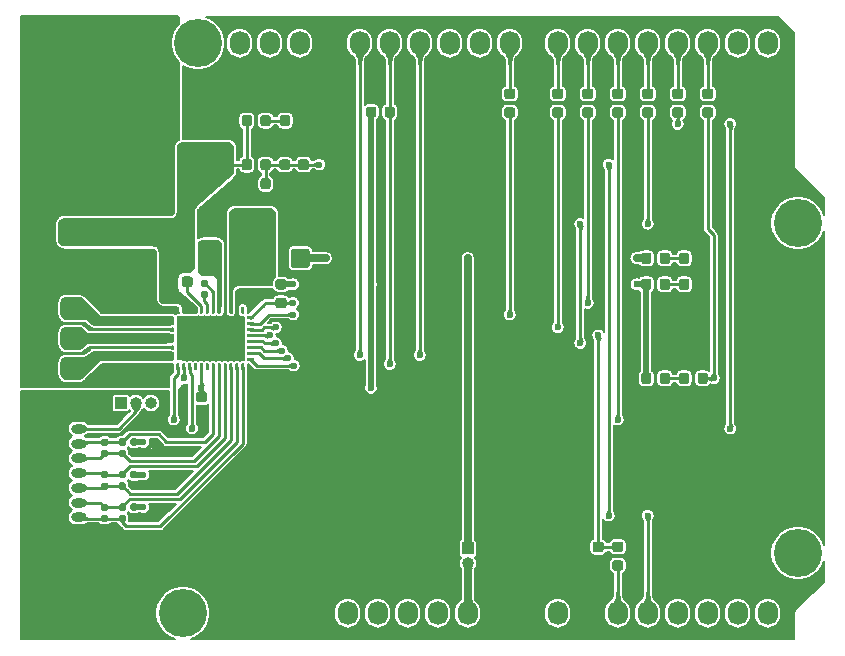
<source format=gbr>
%TF.GenerationSoftware,KiCad,Pcbnew,(5.1.9)-1*%
%TF.CreationDate,2021-05-13T12:35:02+02:00*%
%TF.ProjectId,Driverino-Shield,44726976-6572-4696-9e6f-2d536869656c,rev?*%
%TF.SameCoordinates,Original*%
%TF.FileFunction,Copper,L1,Top*%
%TF.FilePolarity,Positive*%
%FSLAX46Y46*%
G04 Gerber Fmt 4.6, Leading zero omitted, Abs format (unit mm)*
G04 Created by KiCad (PCBNEW (5.1.9)-1) date 2021-05-13 12:35:02*
%MOMM*%
%LPD*%
G01*
G04 APERTURE LIST*
%TA.AperFunction,SMDPad,CuDef*%
%ADD10R,5.700000X3.700000*%
%TD*%
%TA.AperFunction,ComponentPad*%
%ADD11C,0.600000*%
%TD*%
%TA.AperFunction,ComponentPad*%
%ADD12O,1.000000X1.000000*%
%TD*%
%TA.AperFunction,ComponentPad*%
%ADD13R,1.000000X1.000000*%
%TD*%
%TA.AperFunction,WasherPad*%
%ADD14C,4.064000*%
%TD*%
%TA.AperFunction,ComponentPad*%
%ADD15O,1.727200X2.032000*%
%TD*%
%TA.AperFunction,ComponentPad*%
%ADD16R,1.950000X1.950000*%
%TD*%
%TA.AperFunction,ComponentPad*%
%ADD17C,1.950000*%
%TD*%
%TA.AperFunction,ComponentPad*%
%ADD18O,1.300000X0.800000*%
%TD*%
%TA.AperFunction,ViaPad*%
%ADD19C,0.600000*%
%TD*%
%TA.AperFunction,Conductor*%
%ADD20C,0.250000*%
%TD*%
%TA.AperFunction,Conductor*%
%ADD21C,0.500000*%
%TD*%
%TA.AperFunction,Conductor*%
%ADD22C,0.640000*%
%TD*%
%TA.AperFunction,Conductor*%
%ADD23C,0.127000*%
%TD*%
%TA.AperFunction,Conductor*%
%ADD24C,0.100000*%
%TD*%
%TA.AperFunction,Conductor*%
%ADD25C,0.160000*%
%TD*%
%TA.AperFunction,Conductor*%
%ADD26C,0.025400*%
%TD*%
G04 APERTURE END LIST*
%TO.P,F1,2*%
%TO.N,/FB*%
%TA.AperFunction,SMDPad,CuDef*%
G36*
G01*
X132873000Y-93212000D02*
X132873000Y-94362000D01*
G75*
G02*
X132623000Y-94612000I-250000J0D01*
G01*
X131523000Y-94612000D01*
G75*
G02*
X131273000Y-94362000I0J250000D01*
G01*
X131273000Y-93212000D01*
G75*
G02*
X131523000Y-92962000I250000J0D01*
G01*
X132623000Y-92962000D01*
G75*
G02*
X132873000Y-93212000I0J-250000D01*
G01*
G37*
%TD.AperFunction*%
%TO.P,F1,1*%
%TO.N,VCC*%
%TA.AperFunction,SMDPad,CuDef*%
G36*
G01*
X135723000Y-93212000D02*
X135723000Y-94362000D01*
G75*
G02*
X135473000Y-94612000I-250000J0D01*
G01*
X134373000Y-94612000D01*
G75*
G02*
X134123000Y-94362000I0J250000D01*
G01*
X134123000Y-93212000D01*
G75*
G02*
X134373000Y-92962000I250000J0D01*
G01*
X135473000Y-92962000D01*
G75*
G02*
X135723000Y-93212000I0J-250000D01*
G01*
G37*
%TD.AperFunction*%
%TD*%
%TO.P,R23,2*%
%TO.N,GND*%
%TA.AperFunction,SMDPad,CuDef*%
G36*
G01*
X120537500Y-115988500D02*
X120537500Y-115643500D01*
G75*
G02*
X120685000Y-115496000I147500J0D01*
G01*
X120980000Y-115496000D01*
G75*
G02*
X121127500Y-115643500I0J-147500D01*
G01*
X121127500Y-115988500D01*
G75*
G02*
X120980000Y-116136000I-147500J0D01*
G01*
X120685000Y-116136000D01*
G75*
G02*
X120537500Y-115988500I0J147500D01*
G01*
G37*
%TD.AperFunction*%
%TO.P,R23,1*%
%TO.N,/HCN*%
%TA.AperFunction,SMDPad,CuDef*%
G36*
G01*
X119567500Y-115988500D02*
X119567500Y-115643500D01*
G75*
G02*
X119715000Y-115496000I147500J0D01*
G01*
X120010000Y-115496000D01*
G75*
G02*
X120157500Y-115643500I0J-147500D01*
G01*
X120157500Y-115988500D01*
G75*
G02*
X120010000Y-116136000I-147500J0D01*
G01*
X119715000Y-116136000D01*
G75*
G02*
X119567500Y-115988500I0J147500D01*
G01*
G37*
%TD.AperFunction*%
%TD*%
%TO.P,R22,2*%
%TO.N,+3.3V*%
%TA.AperFunction,SMDPad,CuDef*%
G36*
G01*
X120537500Y-115018500D02*
X120537500Y-114673500D01*
G75*
G02*
X120685000Y-114526000I147500J0D01*
G01*
X120980000Y-114526000D01*
G75*
G02*
X121127500Y-114673500I0J-147500D01*
G01*
X121127500Y-115018500D01*
G75*
G02*
X120980000Y-115166000I-147500J0D01*
G01*
X120685000Y-115166000D01*
G75*
G02*
X120537500Y-115018500I0J147500D01*
G01*
G37*
%TD.AperFunction*%
%TO.P,R22,1*%
%TO.N,/HCP*%
%TA.AperFunction,SMDPad,CuDef*%
G36*
G01*
X119567500Y-115018500D02*
X119567500Y-114673500D01*
G75*
G02*
X119715000Y-114526000I147500J0D01*
G01*
X120010000Y-114526000D01*
G75*
G02*
X120157500Y-114673500I0J-147500D01*
G01*
X120157500Y-115018500D01*
G75*
G02*
X120010000Y-115166000I-147500J0D01*
G01*
X119715000Y-115166000D01*
G75*
G02*
X119567500Y-115018500I0J147500D01*
G01*
G37*
%TD.AperFunction*%
%TD*%
%TO.P,U1,1*%
%TO.N,N/C*%
%TA.AperFunction,SMDPad,CuDef*%
G36*
G01*
X129923000Y-98415000D02*
X129923000Y-97915000D01*
G75*
G02*
X129973000Y-97865000I50000J0D01*
G01*
X130123000Y-97865000D01*
G75*
G02*
X130173000Y-97915000I0J-50000D01*
G01*
X130173000Y-98415000D01*
G75*
G02*
X130123000Y-98465000I-50000J0D01*
G01*
X129973000Y-98465000D01*
G75*
G02*
X129923000Y-98415000I0J50000D01*
G01*
G37*
%TD.AperFunction*%
%TO.P,U1,2*%
%TO.N,GND*%
%TA.AperFunction,SMDPad,CuDef*%
G36*
G01*
X129423000Y-98415000D02*
X129423000Y-97915000D01*
G75*
G02*
X129473000Y-97865000I50000J0D01*
G01*
X129623000Y-97865000D01*
G75*
G02*
X129673000Y-97915000I0J-50000D01*
G01*
X129673000Y-98415000D01*
G75*
G02*
X129623000Y-98465000I-50000J0D01*
G01*
X129473000Y-98465000D01*
G75*
G02*
X129423000Y-98415000I0J50000D01*
G01*
G37*
%TD.AperFunction*%
%TO.P,U1,3*%
%TO.N,/FB*%
%TA.AperFunction,SMDPad,CuDef*%
G36*
G01*
X128923000Y-98415000D02*
X128923000Y-97915000D01*
G75*
G02*
X128973000Y-97865000I50000J0D01*
G01*
X129123000Y-97865000D01*
G75*
G02*
X129173000Y-97915000I0J-50000D01*
G01*
X129173000Y-98415000D01*
G75*
G02*
X129123000Y-98465000I-50000J0D01*
G01*
X128973000Y-98465000D01*
G75*
G02*
X128923000Y-98415000I0J50000D01*
G01*
G37*
%TD.AperFunction*%
%TO.P,U1,4*%
%TO.N,GND*%
%TA.AperFunction,SMDPad,CuDef*%
G36*
G01*
X128423000Y-98415000D02*
X128423000Y-97915000D01*
G75*
G02*
X128473000Y-97865000I50000J0D01*
G01*
X128623000Y-97865000D01*
G75*
G02*
X128673000Y-97915000I0J-50000D01*
G01*
X128673000Y-98415000D01*
G75*
G02*
X128623000Y-98465000I-50000J0D01*
G01*
X128473000Y-98465000D01*
G75*
G02*
X128423000Y-98415000I0J50000D01*
G01*
G37*
%TD.AperFunction*%
%TO.P,U1,5*%
%TO.N,/SW*%
%TA.AperFunction,SMDPad,CuDef*%
G36*
G01*
X127923000Y-98415000D02*
X127923000Y-97915000D01*
G75*
G02*
X127973000Y-97865000I50000J0D01*
G01*
X128123000Y-97865000D01*
G75*
G02*
X128173000Y-97915000I0J-50000D01*
G01*
X128173000Y-98415000D01*
G75*
G02*
X128123000Y-98465000I-50000J0D01*
G01*
X127973000Y-98465000D01*
G75*
G02*
X127923000Y-98415000I0J50000D01*
G01*
G37*
%TD.AperFunction*%
%TO.P,U1,6*%
%TO.N,Net-(C6-Pad2)*%
%TA.AperFunction,SMDPad,CuDef*%
G36*
G01*
X127423000Y-98415000D02*
X127423000Y-97915000D01*
G75*
G02*
X127473000Y-97865000I50000J0D01*
G01*
X127623000Y-97865000D01*
G75*
G02*
X127673000Y-97915000I0J-50000D01*
G01*
X127673000Y-98415000D01*
G75*
G02*
X127623000Y-98465000I-50000J0D01*
G01*
X127473000Y-98465000D01*
G75*
G02*
X127423000Y-98415000I0J50000D01*
G01*
G37*
%TD.AperFunction*%
%TO.P,U1,7*%
%TO.N,Net-(C6-Pad1)*%
%TA.AperFunction,SMDPad,CuDef*%
G36*
G01*
X126923000Y-98415000D02*
X126923000Y-97915000D01*
G75*
G02*
X126973000Y-97865000I50000J0D01*
G01*
X127123000Y-97865000D01*
G75*
G02*
X127173000Y-97915000I0J-50000D01*
G01*
X127173000Y-98415000D01*
G75*
G02*
X127123000Y-98465000I-50000J0D01*
G01*
X126973000Y-98465000D01*
G75*
G02*
X126923000Y-98415000I0J50000D01*
G01*
G37*
%TD.AperFunction*%
%TO.P,U1,8*%
%TO.N,Net-(C5-Pad1)*%
%TA.AperFunction,SMDPad,CuDef*%
G36*
G01*
X126423000Y-98415000D02*
X126423000Y-97915000D01*
G75*
G02*
X126473000Y-97865000I50000J0D01*
G01*
X126623000Y-97865000D01*
G75*
G02*
X126673000Y-97915000I0J-50000D01*
G01*
X126673000Y-98415000D01*
G75*
G02*
X126623000Y-98465000I-50000J0D01*
G01*
X126473000Y-98465000D01*
G75*
G02*
X126423000Y-98415000I0J50000D01*
G01*
G37*
%TD.AperFunction*%
%TO.P,U1,9*%
%TO.N,+36V*%
%TA.AperFunction,SMDPad,CuDef*%
G36*
G01*
X125923000Y-98415000D02*
X125923000Y-97915000D01*
G75*
G02*
X125973000Y-97865000I50000J0D01*
G01*
X126123000Y-97865000D01*
G75*
G02*
X126173000Y-97915000I0J-50000D01*
G01*
X126173000Y-98415000D01*
G75*
G02*
X126123000Y-98465000I-50000J0D01*
G01*
X125973000Y-98465000D01*
G75*
G02*
X125923000Y-98415000I0J50000D01*
G01*
G37*
%TD.AperFunction*%
%TO.P,U1,10*%
%TA.AperFunction,SMDPad,CuDef*%
G36*
G01*
X125423000Y-98415000D02*
X125423000Y-97915000D01*
G75*
G02*
X125473000Y-97865000I50000J0D01*
G01*
X125623000Y-97865000D01*
G75*
G02*
X125673000Y-97915000I0J-50000D01*
G01*
X125673000Y-98415000D01*
G75*
G02*
X125623000Y-98465000I-50000J0D01*
G01*
X125473000Y-98465000D01*
G75*
G02*
X125423000Y-98415000I0J50000D01*
G01*
G37*
%TD.AperFunction*%
%TO.P,U1,11*%
%TA.AperFunction,SMDPad,CuDef*%
G36*
G01*
X124923000Y-98415000D02*
X124923000Y-97915000D01*
G75*
G02*
X124973000Y-97865000I50000J0D01*
G01*
X125123000Y-97865000D01*
G75*
G02*
X125173000Y-97915000I0J-50000D01*
G01*
X125173000Y-98415000D01*
G75*
G02*
X125123000Y-98465000I-50000J0D01*
G01*
X124973000Y-98465000D01*
G75*
G02*
X124923000Y-98415000I0J50000D01*
G01*
G37*
%TD.AperFunction*%
%TO.P,U1,12*%
%TO.N,GNDPWR*%
%TA.AperFunction,SMDPad,CuDef*%
G36*
G01*
X124423000Y-98415000D02*
X124423000Y-97915000D01*
G75*
G02*
X124473000Y-97865000I50000J0D01*
G01*
X124623000Y-97865000D01*
G75*
G02*
X124673000Y-97915000I0J-50000D01*
G01*
X124673000Y-98415000D01*
G75*
G02*
X124623000Y-98465000I-50000J0D01*
G01*
X124473000Y-98465000D01*
G75*
G02*
X124423000Y-98415000I0J50000D01*
G01*
G37*
%TD.AperFunction*%
%TO.P,U1,13*%
%TO.N,/U*%
%TA.AperFunction,SMDPad,CuDef*%
G36*
G01*
X124148000Y-98940000D02*
X123648000Y-98940000D01*
G75*
G02*
X123598000Y-98890000I0J50000D01*
G01*
X123598000Y-98740000D01*
G75*
G02*
X123648000Y-98690000I50000J0D01*
G01*
X124148000Y-98690000D01*
G75*
G02*
X124198000Y-98740000I0J-50000D01*
G01*
X124198000Y-98890000D01*
G75*
G02*
X124148000Y-98940000I-50000J0D01*
G01*
G37*
%TD.AperFunction*%
%TO.P,U1,14*%
%TA.AperFunction,SMDPad,CuDef*%
G36*
G01*
X124148000Y-99440000D02*
X123648000Y-99440000D01*
G75*
G02*
X123598000Y-99390000I0J50000D01*
G01*
X123598000Y-99240000D01*
G75*
G02*
X123648000Y-99190000I50000J0D01*
G01*
X124148000Y-99190000D01*
G75*
G02*
X124198000Y-99240000I0J-50000D01*
G01*
X124198000Y-99390000D01*
G75*
G02*
X124148000Y-99440000I-50000J0D01*
G01*
G37*
%TD.AperFunction*%
%TO.P,U1,15*%
%TO.N,GNDPWR*%
%TA.AperFunction,SMDPad,CuDef*%
G36*
G01*
X124148000Y-99940000D02*
X123648000Y-99940000D01*
G75*
G02*
X123598000Y-99890000I0J50000D01*
G01*
X123598000Y-99740000D01*
G75*
G02*
X123648000Y-99690000I50000J0D01*
G01*
X124148000Y-99690000D01*
G75*
G02*
X124198000Y-99740000I0J-50000D01*
G01*
X124198000Y-99890000D01*
G75*
G02*
X124148000Y-99940000I-50000J0D01*
G01*
G37*
%TD.AperFunction*%
%TO.P,U1,16*%
%TO.N,/V*%
%TA.AperFunction,SMDPad,CuDef*%
G36*
G01*
X124148000Y-100440000D02*
X123648000Y-100440000D01*
G75*
G02*
X123598000Y-100390000I0J50000D01*
G01*
X123598000Y-100240000D01*
G75*
G02*
X123648000Y-100190000I50000J0D01*
G01*
X124148000Y-100190000D01*
G75*
G02*
X124198000Y-100240000I0J-50000D01*
G01*
X124198000Y-100390000D01*
G75*
G02*
X124148000Y-100440000I-50000J0D01*
G01*
G37*
%TD.AperFunction*%
%TO.P,U1,17*%
%TA.AperFunction,SMDPad,CuDef*%
G36*
G01*
X124148000Y-100940000D02*
X123648000Y-100940000D01*
G75*
G02*
X123598000Y-100890000I0J50000D01*
G01*
X123598000Y-100740000D01*
G75*
G02*
X123648000Y-100690000I50000J0D01*
G01*
X124148000Y-100690000D01*
G75*
G02*
X124198000Y-100740000I0J-50000D01*
G01*
X124198000Y-100890000D01*
G75*
G02*
X124148000Y-100940000I-50000J0D01*
G01*
G37*
%TD.AperFunction*%
%TO.P,U1,18*%
%TO.N,GNDPWR*%
%TA.AperFunction,SMDPad,CuDef*%
G36*
G01*
X124148000Y-101440000D02*
X123648000Y-101440000D01*
G75*
G02*
X123598000Y-101390000I0J50000D01*
G01*
X123598000Y-101240000D01*
G75*
G02*
X123648000Y-101190000I50000J0D01*
G01*
X124148000Y-101190000D01*
G75*
G02*
X124198000Y-101240000I0J-50000D01*
G01*
X124198000Y-101390000D01*
G75*
G02*
X124148000Y-101440000I-50000J0D01*
G01*
G37*
%TD.AperFunction*%
%TO.P,U1,19*%
%TO.N,/W*%
%TA.AperFunction,SMDPad,CuDef*%
G36*
G01*
X124148000Y-101940000D02*
X123648000Y-101940000D01*
G75*
G02*
X123598000Y-101890000I0J50000D01*
G01*
X123598000Y-101740000D01*
G75*
G02*
X123648000Y-101690000I50000J0D01*
G01*
X124148000Y-101690000D01*
G75*
G02*
X124198000Y-101740000I0J-50000D01*
G01*
X124198000Y-101890000D01*
G75*
G02*
X124148000Y-101940000I-50000J0D01*
G01*
G37*
%TD.AperFunction*%
%TO.P,U1,20*%
%TA.AperFunction,SMDPad,CuDef*%
G36*
G01*
X124148000Y-102440000D02*
X123648000Y-102440000D01*
G75*
G02*
X123598000Y-102390000I0J50000D01*
G01*
X123598000Y-102240000D01*
G75*
G02*
X123648000Y-102190000I50000J0D01*
G01*
X124148000Y-102190000D01*
G75*
G02*
X124198000Y-102240000I0J-50000D01*
G01*
X124198000Y-102390000D01*
G75*
G02*
X124148000Y-102440000I-50000J0D01*
G01*
G37*
%TD.AperFunction*%
%TO.P,U1,21*%
%TO.N,/DRVOFF*%
%TA.AperFunction,SMDPad,CuDef*%
G36*
G01*
X124423000Y-103215000D02*
X124423000Y-102715000D01*
G75*
G02*
X124473000Y-102665000I50000J0D01*
G01*
X124623000Y-102665000D01*
G75*
G02*
X124673000Y-102715000I0J-50000D01*
G01*
X124673000Y-103215000D01*
G75*
G02*
X124623000Y-103265000I-50000J0D01*
G01*
X124473000Y-103265000D01*
G75*
G02*
X124423000Y-103215000I0J50000D01*
G01*
G37*
%TD.AperFunction*%
%TO.P,U1,22*%
%TO.N,/FAULT*%
%TA.AperFunction,SMDPad,CuDef*%
G36*
G01*
X124923000Y-103215000D02*
X124923000Y-102715000D01*
G75*
G02*
X124973000Y-102665000I50000J0D01*
G01*
X125123000Y-102665000D01*
G75*
G02*
X125173000Y-102715000I0J-50000D01*
G01*
X125173000Y-103215000D01*
G75*
G02*
X125123000Y-103265000I-50000J0D01*
G01*
X124973000Y-103265000D01*
G75*
G02*
X124923000Y-103215000I0J50000D01*
G01*
G37*
%TD.AperFunction*%
%TO.P,U1,23*%
%TO.N,/SLEEP*%
%TA.AperFunction,SMDPad,CuDef*%
G36*
G01*
X125423000Y-103215000D02*
X125423000Y-102715000D01*
G75*
G02*
X125473000Y-102665000I50000J0D01*
G01*
X125623000Y-102665000D01*
G75*
G02*
X125673000Y-102715000I0J-50000D01*
G01*
X125673000Y-103215000D01*
G75*
G02*
X125623000Y-103265000I-50000J0D01*
G01*
X125473000Y-103265000D01*
G75*
G02*
X125423000Y-103215000I0J50000D01*
G01*
G37*
%TD.AperFunction*%
%TO.P,U1,24*%
%TO.N,N/C*%
%TA.AperFunction,SMDPad,CuDef*%
G36*
G01*
X125923000Y-103215000D02*
X125923000Y-102715000D01*
G75*
G02*
X125973000Y-102665000I50000J0D01*
G01*
X126123000Y-102665000D01*
G75*
G02*
X126173000Y-102715000I0J-50000D01*
G01*
X126173000Y-103215000D01*
G75*
G02*
X126123000Y-103265000I-50000J0D01*
G01*
X125973000Y-103265000D01*
G75*
G02*
X125923000Y-103215000I0J50000D01*
G01*
G37*
%TD.AperFunction*%
%TO.P,U1,25*%
%TO.N,+3.3V*%
%TA.AperFunction,SMDPad,CuDef*%
G36*
G01*
X126423000Y-103215000D02*
X126423000Y-102715000D01*
G75*
G02*
X126473000Y-102665000I50000J0D01*
G01*
X126623000Y-102665000D01*
G75*
G02*
X126673000Y-102715000I0J-50000D01*
G01*
X126673000Y-103215000D01*
G75*
G02*
X126623000Y-103265000I-50000J0D01*
G01*
X126473000Y-103265000D01*
G75*
G02*
X126423000Y-103215000I0J50000D01*
G01*
G37*
%TD.AperFunction*%
%TO.P,U1,26*%
%TO.N,N/C*%
%TA.AperFunction,SMDPad,CuDef*%
G36*
G01*
X126923000Y-103215000D02*
X126923000Y-102715000D01*
G75*
G02*
X126973000Y-102665000I50000J0D01*
G01*
X127123000Y-102665000D01*
G75*
G02*
X127173000Y-102715000I0J-50000D01*
G01*
X127173000Y-103215000D01*
G75*
G02*
X127123000Y-103265000I-50000J0D01*
G01*
X126973000Y-103265000D01*
G75*
G02*
X126923000Y-103215000I0J50000D01*
G01*
G37*
%TD.AperFunction*%
%TO.P,U1,27*%
%TO.N,/HAP*%
%TA.AperFunction,SMDPad,CuDef*%
G36*
G01*
X127423000Y-103215000D02*
X127423000Y-102715000D01*
G75*
G02*
X127473000Y-102665000I50000J0D01*
G01*
X127623000Y-102665000D01*
G75*
G02*
X127673000Y-102715000I0J-50000D01*
G01*
X127673000Y-103215000D01*
G75*
G02*
X127623000Y-103265000I-50000J0D01*
G01*
X127473000Y-103265000D01*
G75*
G02*
X127423000Y-103215000I0J50000D01*
G01*
G37*
%TD.AperFunction*%
%TO.P,U1,28*%
%TO.N,/HAN*%
%TA.AperFunction,SMDPad,CuDef*%
G36*
G01*
X127923000Y-103215000D02*
X127923000Y-102715000D01*
G75*
G02*
X127973000Y-102665000I50000J0D01*
G01*
X128123000Y-102665000D01*
G75*
G02*
X128173000Y-102715000I0J-50000D01*
G01*
X128173000Y-103215000D01*
G75*
G02*
X128123000Y-103265000I-50000J0D01*
G01*
X127973000Y-103265000D01*
G75*
G02*
X127923000Y-103215000I0J50000D01*
G01*
G37*
%TD.AperFunction*%
%TO.P,U1,29*%
%TO.N,/HBP*%
%TA.AperFunction,SMDPad,CuDef*%
G36*
G01*
X128423000Y-103215000D02*
X128423000Y-102715000D01*
G75*
G02*
X128473000Y-102665000I50000J0D01*
G01*
X128623000Y-102665000D01*
G75*
G02*
X128673000Y-102715000I0J-50000D01*
G01*
X128673000Y-103215000D01*
G75*
G02*
X128623000Y-103265000I-50000J0D01*
G01*
X128473000Y-103265000D01*
G75*
G02*
X128423000Y-103215000I0J50000D01*
G01*
G37*
%TD.AperFunction*%
%TO.P,U1,30*%
%TO.N,/HBN*%
%TA.AperFunction,SMDPad,CuDef*%
G36*
G01*
X128923000Y-103215000D02*
X128923000Y-102715000D01*
G75*
G02*
X128973000Y-102665000I50000J0D01*
G01*
X129123000Y-102665000D01*
G75*
G02*
X129173000Y-102715000I0J-50000D01*
G01*
X129173000Y-103215000D01*
G75*
G02*
X129123000Y-103265000I-50000J0D01*
G01*
X128973000Y-103265000D01*
G75*
G02*
X128923000Y-103215000I0J50000D01*
G01*
G37*
%TD.AperFunction*%
%TO.P,U1,31*%
%TO.N,/HCP*%
%TA.AperFunction,SMDPad,CuDef*%
G36*
G01*
X129423000Y-103215000D02*
X129423000Y-102715000D01*
G75*
G02*
X129473000Y-102665000I50000J0D01*
G01*
X129623000Y-102665000D01*
G75*
G02*
X129673000Y-102715000I0J-50000D01*
G01*
X129673000Y-103215000D01*
G75*
G02*
X129623000Y-103265000I-50000J0D01*
G01*
X129473000Y-103265000D01*
G75*
G02*
X129423000Y-103215000I0J50000D01*
G01*
G37*
%TD.AperFunction*%
%TO.P,U1,32*%
%TO.N,/HCN*%
%TA.AperFunction,SMDPad,CuDef*%
G36*
G01*
X129923000Y-103215000D02*
X129923000Y-102715000D01*
G75*
G02*
X129973000Y-102665000I50000J0D01*
G01*
X130123000Y-102665000D01*
G75*
G02*
X130173000Y-102715000I0J-50000D01*
G01*
X130173000Y-103215000D01*
G75*
G02*
X130123000Y-103265000I-50000J0D01*
G01*
X129973000Y-103265000D01*
G75*
G02*
X129923000Y-103215000I0J50000D01*
G01*
G37*
%TD.AperFunction*%
%TO.P,U1,33*%
%TO.N,/12(MISO)*%
%TA.AperFunction,SMDPad,CuDef*%
G36*
G01*
X130948000Y-102440000D02*
X130448000Y-102440000D01*
G75*
G02*
X130398000Y-102390000I0J50000D01*
G01*
X130398000Y-102240000D01*
G75*
G02*
X130448000Y-102190000I50000J0D01*
G01*
X130948000Y-102190000D01*
G75*
G02*
X130998000Y-102240000I0J-50000D01*
G01*
X130998000Y-102390000D01*
G75*
G02*
X130948000Y-102440000I-50000J0D01*
G01*
G37*
%TD.AperFunction*%
%TO.P,U1,34*%
%TO.N,/11(\u002A\u002A/MOSI)*%
%TA.AperFunction,SMDPad,CuDef*%
G36*
G01*
X130948000Y-101940000D02*
X130448000Y-101940000D01*
G75*
G02*
X130398000Y-101890000I0J50000D01*
G01*
X130398000Y-101740000D01*
G75*
G02*
X130448000Y-101690000I50000J0D01*
G01*
X130948000Y-101690000D01*
G75*
G02*
X130998000Y-101740000I0J-50000D01*
G01*
X130998000Y-101890000D01*
G75*
G02*
X130948000Y-101940000I-50000J0D01*
G01*
G37*
%TD.AperFunction*%
%TO.P,U1,35*%
%TO.N,/13(SCK)*%
%TA.AperFunction,SMDPad,CuDef*%
G36*
G01*
X130948000Y-101440000D02*
X130448000Y-101440000D01*
G75*
G02*
X130398000Y-101390000I0J50000D01*
G01*
X130398000Y-101240000D01*
G75*
G02*
X130448000Y-101190000I50000J0D01*
G01*
X130948000Y-101190000D01*
G75*
G02*
X130998000Y-101240000I0J-50000D01*
G01*
X130998000Y-101390000D01*
G75*
G02*
X130948000Y-101440000I-50000J0D01*
G01*
G37*
%TD.AperFunction*%
%TO.P,U1,36*%
%TO.N,/CS*%
%TA.AperFunction,SMDPad,CuDef*%
G36*
G01*
X130948000Y-100940000D02*
X130448000Y-100940000D01*
G75*
G02*
X130398000Y-100890000I0J50000D01*
G01*
X130398000Y-100740000D01*
G75*
G02*
X130448000Y-100690000I50000J0D01*
G01*
X130948000Y-100690000D01*
G75*
G02*
X130998000Y-100740000I0J-50000D01*
G01*
X130998000Y-100890000D01*
G75*
G02*
X130948000Y-100940000I-50000J0D01*
G01*
G37*
%TD.AperFunction*%
%TO.P,U1,37*%
%TO.N,/ILIM*%
%TA.AperFunction,SMDPad,CuDef*%
G36*
G01*
X130948000Y-100440000D02*
X130448000Y-100440000D01*
G75*
G02*
X130398000Y-100390000I0J50000D01*
G01*
X130398000Y-100240000D01*
G75*
G02*
X130448000Y-100190000I50000J0D01*
G01*
X130948000Y-100190000D01*
G75*
G02*
X130998000Y-100240000I0J-50000D01*
G01*
X130998000Y-100390000D01*
G75*
G02*
X130948000Y-100440000I-50000J0D01*
G01*
G37*
%TD.AperFunction*%
%TO.P,U1,38*%
%TO.N,/BRAKE*%
%TA.AperFunction,SMDPad,CuDef*%
G36*
G01*
X130948000Y-99940000D02*
X130448000Y-99940000D01*
G75*
G02*
X130398000Y-99890000I0J50000D01*
G01*
X130398000Y-99740000D01*
G75*
G02*
X130448000Y-99690000I50000J0D01*
G01*
X130948000Y-99690000D01*
G75*
G02*
X130998000Y-99740000I0J-50000D01*
G01*
X130998000Y-99890000D01*
G75*
G02*
X130948000Y-99940000I-50000J0D01*
G01*
G37*
%TD.AperFunction*%
%TO.P,U1,39*%
%TO.N,/PWM*%
%TA.AperFunction,SMDPad,CuDef*%
G36*
G01*
X130948000Y-99440000D02*
X130448000Y-99440000D01*
G75*
G02*
X130398000Y-99390000I0J50000D01*
G01*
X130398000Y-99240000D01*
G75*
G02*
X130448000Y-99190000I50000J0D01*
G01*
X130948000Y-99190000D01*
G75*
G02*
X130998000Y-99240000I0J-50000D01*
G01*
X130998000Y-99390000D01*
G75*
G02*
X130948000Y-99440000I-50000J0D01*
G01*
G37*
%TD.AperFunction*%
%TO.P,U1,40*%
%TO.N,/FGOUT*%
%TA.AperFunction,SMDPad,CuDef*%
G36*
G01*
X130948000Y-98940000D02*
X130448000Y-98940000D01*
G75*
G02*
X130398000Y-98890000I0J50000D01*
G01*
X130398000Y-98740000D01*
G75*
G02*
X130448000Y-98690000I50000J0D01*
G01*
X130948000Y-98690000D01*
G75*
G02*
X130998000Y-98740000I0J-50000D01*
G01*
X130998000Y-98890000D01*
G75*
G02*
X130948000Y-98940000I-50000J0D01*
G01*
G37*
%TD.AperFunction*%
D10*
%TO.P,U1,41*%
%TO.N,GND*%
X127298000Y-100565000D03*
D11*
X127298000Y-101190000D03*
X127298000Y-99940000D03*
X127298000Y-98965000D03*
X127298000Y-102165000D03*
X128648000Y-101190000D03*
X128648000Y-99940000D03*
X128648000Y-98965000D03*
X128648000Y-102165000D03*
X129898000Y-101190000D03*
X129898000Y-99940000D03*
X125948000Y-101190000D03*
X125948000Y-99940000D03*
X125948000Y-98965000D03*
X125948000Y-102165000D03*
X124698000Y-101190000D03*
X124698000Y-99940000D03*
%TD*%
D12*
%TO.P,JP1,3*%
%TO.N,VCC*%
X122268000Y-106045000D03*
%TO.P,JP1,2*%
%TO.N,Net-(JP1-Pad2)*%
X120998000Y-106045000D03*
D13*
%TO.P,JP1,1*%
%TO.N,+3.3V*%
X119728000Y-106045000D03*
%TD*%
%TO.P,C3,2*%
%TO.N,+36V*%
%TA.AperFunction,SMDPad,CuDef*%
G36*
G01*
X123074000Y-95265001D02*
X123074000Y-93964999D01*
G75*
G02*
X123323999Y-93715000I249999J0D01*
G01*
X123974001Y-93715000D01*
G75*
G02*
X124224000Y-93964999I0J-249999D01*
G01*
X124224000Y-95265001D01*
G75*
G02*
X123974001Y-95515000I-249999J0D01*
G01*
X123323999Y-95515000D01*
G75*
G02*
X123074000Y-95265001I0J249999D01*
G01*
G37*
%TD.AperFunction*%
%TO.P,C3,1*%
%TO.N,GNDPWR*%
%TA.AperFunction,SMDPad,CuDef*%
G36*
G01*
X120124000Y-95265001D02*
X120124000Y-93964999D01*
G75*
G02*
X120373999Y-93715000I249999J0D01*
G01*
X121024001Y-93715000D01*
G75*
G02*
X121274000Y-93964999I0J-249999D01*
G01*
X121274000Y-95265001D01*
G75*
G02*
X121024001Y-95515000I-249999J0D01*
G01*
X120373999Y-95515000D01*
G75*
G02*
X120124000Y-95265001I0J249999D01*
G01*
G37*
%TD.AperFunction*%
%TD*%
%TO.P,C4,2*%
%TO.N,+36V*%
%TA.AperFunction,SMDPad,CuDef*%
G36*
G01*
X123136000Y-96690000D02*
X123136000Y-96350000D01*
G75*
G02*
X123276000Y-96210000I140000J0D01*
G01*
X123556000Y-96210000D01*
G75*
G02*
X123696000Y-96350000I0J-140000D01*
G01*
X123696000Y-96690000D01*
G75*
G02*
X123556000Y-96830000I-140000J0D01*
G01*
X123276000Y-96830000D01*
G75*
G02*
X123136000Y-96690000I0J140000D01*
G01*
G37*
%TD.AperFunction*%
%TO.P,C4,1*%
%TO.N,GNDPWR*%
%TA.AperFunction,SMDPad,CuDef*%
G36*
G01*
X122176000Y-96690000D02*
X122176000Y-96350000D01*
G75*
G02*
X122316000Y-96210000I140000J0D01*
G01*
X122596000Y-96210000D01*
G75*
G02*
X122736000Y-96350000I0J-140000D01*
G01*
X122736000Y-96690000D01*
G75*
G02*
X122596000Y-96830000I-140000J0D01*
G01*
X122316000Y-96830000D01*
G75*
G02*
X122176000Y-96690000I0J140000D01*
G01*
G37*
%TD.AperFunction*%
%TD*%
D14*
%TO.P,P5,*%
%TO.N,*%
X124968000Y-123825000D03*
%TD*%
%TO.P,P7,*%
%TO.N,*%
X126238000Y-75565000D03*
%TD*%
%TO.P,P8,*%
%TO.N,*%
X177038000Y-90805000D03*
%TD*%
D15*
%TO.P,P3,1*%
%TO.N,/A5(SCL)*%
X129794000Y-75565000D03*
%TO.P,P3,2*%
%TO.N,/A4(SDA)*%
X132334000Y-75565000D03*
%TO.P,P3,3*%
%TO.N,N/C*%
X134874000Y-75565000D03*
%TO.P,P3,4*%
%TO.N,GND*%
X137414000Y-75565000D03*
%TO.P,P3,5*%
%TO.N,/13(SCK)*%
X139954000Y-75565000D03*
%TO.P,P3,6*%
%TO.N,/12(MISO)*%
X142494000Y-75565000D03*
%TO.P,P3,7*%
%TO.N,/11(\u002A\u002A/MOSI)*%
X145034000Y-75565000D03*
%TO.P,P3,8*%
%TO.N,N/C*%
X147574000Y-75565000D03*
%TO.P,P3,9*%
X150114000Y-75565000D03*
%TO.P,P3,10*%
%TO.N,/8*%
X152654000Y-75565000D03*
%TD*%
D14*
%TO.P,P6,*%
%TO.N,*%
X177038000Y-118745000D03*
%TD*%
D15*
%TO.P,P1,1*%
%TO.N,N/C*%
X138938000Y-123825000D03*
%TO.P,P1,2*%
X141478000Y-123825000D03*
%TO.P,P1,3*%
X144018000Y-123825000D03*
%TO.P,P1,4*%
%TO.N,+3.3V*%
X146558000Y-123825000D03*
%TO.P,P1,5*%
%TO.N,+5V*%
X149098000Y-123825000D03*
%TO.P,P1,6*%
%TO.N,GND*%
X151638000Y-123825000D03*
%TO.P,P1,7*%
X154178000Y-123825000D03*
%TO.P,P1,8*%
%TO.N,N/C*%
X156718000Y-123825000D03*
%TD*%
%TO.P,P2,1*%
%TO.N,/A0*%
X161798000Y-123825000D03*
%TO.P,P2,2*%
%TO.N,/A1*%
X164338000Y-123825000D03*
%TO.P,P2,3*%
%TO.N,N/C*%
X166878000Y-123825000D03*
%TO.P,P2,4*%
X169418000Y-123825000D03*
%TO.P,P2,5*%
%TO.N,/A4(SDA)*%
X171958000Y-123825000D03*
%TO.P,P2,6*%
%TO.N,/A5(SCL)*%
X174498000Y-123825000D03*
%TD*%
%TO.P,P4,1*%
%TO.N,/7*%
X156718000Y-75565000D03*
%TO.P,P4,2*%
%TO.N,/6(\u002A\u002A)*%
X159258000Y-75565000D03*
%TO.P,P4,3*%
%TO.N,/5(\u002A\u002A)*%
X161798000Y-75565000D03*
%TO.P,P4,4*%
%TO.N,/4*%
X164338000Y-75565000D03*
%TO.P,P4,5*%
%TO.N,/3(\u002A\u002A)*%
X166878000Y-75565000D03*
%TO.P,P4,6*%
%TO.N,/2*%
X169418000Y-75565000D03*
%TO.P,P4,7*%
%TO.N,N/C*%
X171958000Y-75565000D03*
%TO.P,P4,8*%
X174498000Y-75565000D03*
%TD*%
%TO.P,C6,2*%
%TO.N,Net-(C6-Pad2)*%
%TA.AperFunction,SMDPad,CuDef*%
G36*
G01*
X126982000Y-96203000D02*
X126637000Y-96203000D01*
G75*
G02*
X126489500Y-96055500I0J147500D01*
G01*
X126489500Y-95760500D01*
G75*
G02*
X126637000Y-95613000I147500J0D01*
G01*
X126982000Y-95613000D01*
G75*
G02*
X127129500Y-95760500I0J-147500D01*
G01*
X127129500Y-96055500D01*
G75*
G02*
X126982000Y-96203000I-147500J0D01*
G01*
G37*
%TD.AperFunction*%
%TO.P,C6,1*%
%TO.N,Net-(C6-Pad1)*%
%TA.AperFunction,SMDPad,CuDef*%
G36*
G01*
X126982000Y-97173000D02*
X126637000Y-97173000D01*
G75*
G02*
X126489500Y-97025500I0J147500D01*
G01*
X126489500Y-96730500D01*
G75*
G02*
X126637000Y-96583000I147500J0D01*
G01*
X126982000Y-96583000D01*
G75*
G02*
X127129500Y-96730500I0J-147500D01*
G01*
X127129500Y-97025500D01*
G75*
G02*
X126982000Y-97173000I-147500J0D01*
G01*
G37*
%TD.AperFunction*%
%TD*%
%TO.P,C12,2*%
%TO.N,/HCP*%
%TA.AperFunction,SMDPad,CuDef*%
G36*
G01*
X118520000Y-115141000D02*
X118175000Y-115141000D01*
G75*
G02*
X118027500Y-114993500I0J147500D01*
G01*
X118027500Y-114698500D01*
G75*
G02*
X118175000Y-114551000I147500J0D01*
G01*
X118520000Y-114551000D01*
G75*
G02*
X118667500Y-114698500I0J-147500D01*
G01*
X118667500Y-114993500D01*
G75*
G02*
X118520000Y-115141000I-147500J0D01*
G01*
G37*
%TD.AperFunction*%
%TO.P,C12,1*%
%TO.N,/HCN*%
%TA.AperFunction,SMDPad,CuDef*%
G36*
G01*
X118520000Y-116111000D02*
X118175000Y-116111000D01*
G75*
G02*
X118027500Y-115963500I0J147500D01*
G01*
X118027500Y-115668500D01*
G75*
G02*
X118175000Y-115521000I147500J0D01*
G01*
X118520000Y-115521000D01*
G75*
G02*
X118667500Y-115668500I0J-147500D01*
G01*
X118667500Y-115963500D01*
G75*
G02*
X118520000Y-116111000I-147500J0D01*
G01*
G37*
%TD.AperFunction*%
%TD*%
%TO.P,R21,2*%
%TO.N,GND*%
%TA.AperFunction,SMDPad,CuDef*%
G36*
G01*
X120537500Y-113234500D02*
X120537500Y-112889500D01*
G75*
G02*
X120685000Y-112742000I147500J0D01*
G01*
X120980000Y-112742000D01*
G75*
G02*
X121127500Y-112889500I0J-147500D01*
G01*
X121127500Y-113234500D01*
G75*
G02*
X120980000Y-113382000I-147500J0D01*
G01*
X120685000Y-113382000D01*
G75*
G02*
X120537500Y-113234500I0J147500D01*
G01*
G37*
%TD.AperFunction*%
%TO.P,R21,1*%
%TO.N,/HBN*%
%TA.AperFunction,SMDPad,CuDef*%
G36*
G01*
X119567500Y-113234500D02*
X119567500Y-112889500D01*
G75*
G02*
X119715000Y-112742000I147500J0D01*
G01*
X120010000Y-112742000D01*
G75*
G02*
X120157500Y-112889500I0J-147500D01*
G01*
X120157500Y-113234500D01*
G75*
G02*
X120010000Y-113382000I-147500J0D01*
G01*
X119715000Y-113382000D01*
G75*
G02*
X119567500Y-113234500I0J147500D01*
G01*
G37*
%TD.AperFunction*%
%TD*%
%TO.P,R20,2*%
%TO.N,+3.3V*%
%TA.AperFunction,SMDPad,CuDef*%
G36*
G01*
X120537500Y-112264500D02*
X120537500Y-111919500D01*
G75*
G02*
X120685000Y-111772000I147500J0D01*
G01*
X120980000Y-111772000D01*
G75*
G02*
X121127500Y-111919500I0J-147500D01*
G01*
X121127500Y-112264500D01*
G75*
G02*
X120980000Y-112412000I-147500J0D01*
G01*
X120685000Y-112412000D01*
G75*
G02*
X120537500Y-112264500I0J147500D01*
G01*
G37*
%TD.AperFunction*%
%TO.P,R20,1*%
%TO.N,/HBP*%
%TA.AperFunction,SMDPad,CuDef*%
G36*
G01*
X119567500Y-112264500D02*
X119567500Y-111919500D01*
G75*
G02*
X119715000Y-111772000I147500J0D01*
G01*
X120010000Y-111772000D01*
G75*
G02*
X120157500Y-111919500I0J-147500D01*
G01*
X120157500Y-112264500D01*
G75*
G02*
X120010000Y-112412000I-147500J0D01*
G01*
X119715000Y-112412000D01*
G75*
G02*
X119567500Y-112264500I0J147500D01*
G01*
G37*
%TD.AperFunction*%
%TD*%
%TO.P,C11,2*%
%TO.N,/HBP*%
%TA.AperFunction,SMDPad,CuDef*%
G36*
G01*
X118520000Y-112387000D02*
X118175000Y-112387000D01*
G75*
G02*
X118027500Y-112239500I0J147500D01*
G01*
X118027500Y-111944500D01*
G75*
G02*
X118175000Y-111797000I147500J0D01*
G01*
X118520000Y-111797000D01*
G75*
G02*
X118667500Y-111944500I0J-147500D01*
G01*
X118667500Y-112239500D01*
G75*
G02*
X118520000Y-112387000I-147500J0D01*
G01*
G37*
%TD.AperFunction*%
%TO.P,C11,1*%
%TO.N,/HBN*%
%TA.AperFunction,SMDPad,CuDef*%
G36*
G01*
X118520000Y-113357000D02*
X118175000Y-113357000D01*
G75*
G02*
X118027500Y-113209500I0J147500D01*
G01*
X118027500Y-112914500D01*
G75*
G02*
X118175000Y-112767000I147500J0D01*
G01*
X118520000Y-112767000D01*
G75*
G02*
X118667500Y-112914500I0J-147500D01*
G01*
X118667500Y-113209500D01*
G75*
G02*
X118520000Y-113357000I-147500J0D01*
G01*
G37*
%TD.AperFunction*%
%TD*%
%TO.P,R18,2*%
%TO.N,+3.3V*%
%TA.AperFunction,SMDPad,CuDef*%
G36*
G01*
X120537500Y-109510500D02*
X120537500Y-109165500D01*
G75*
G02*
X120685000Y-109018000I147500J0D01*
G01*
X120980000Y-109018000D01*
G75*
G02*
X121127500Y-109165500I0J-147500D01*
G01*
X121127500Y-109510500D01*
G75*
G02*
X120980000Y-109658000I-147500J0D01*
G01*
X120685000Y-109658000D01*
G75*
G02*
X120537500Y-109510500I0J147500D01*
G01*
G37*
%TD.AperFunction*%
%TO.P,R18,1*%
%TO.N,/HAP*%
%TA.AperFunction,SMDPad,CuDef*%
G36*
G01*
X119567500Y-109510500D02*
X119567500Y-109165500D01*
G75*
G02*
X119715000Y-109018000I147500J0D01*
G01*
X120010000Y-109018000D01*
G75*
G02*
X120157500Y-109165500I0J-147500D01*
G01*
X120157500Y-109510500D01*
G75*
G02*
X120010000Y-109658000I-147500J0D01*
G01*
X119715000Y-109658000D01*
G75*
G02*
X119567500Y-109510500I0J147500D01*
G01*
G37*
%TD.AperFunction*%
%TD*%
%TO.P,R19,2*%
%TO.N,GND*%
%TA.AperFunction,SMDPad,CuDef*%
G36*
G01*
X120537500Y-110480500D02*
X120537500Y-110135500D01*
G75*
G02*
X120685000Y-109988000I147500J0D01*
G01*
X120980000Y-109988000D01*
G75*
G02*
X121127500Y-110135500I0J-147500D01*
G01*
X121127500Y-110480500D01*
G75*
G02*
X120980000Y-110628000I-147500J0D01*
G01*
X120685000Y-110628000D01*
G75*
G02*
X120537500Y-110480500I0J147500D01*
G01*
G37*
%TD.AperFunction*%
%TO.P,R19,1*%
%TO.N,/HAN*%
%TA.AperFunction,SMDPad,CuDef*%
G36*
G01*
X119567500Y-110480500D02*
X119567500Y-110135500D01*
G75*
G02*
X119715000Y-109988000I147500J0D01*
G01*
X120010000Y-109988000D01*
G75*
G02*
X120157500Y-110135500I0J-147500D01*
G01*
X120157500Y-110480500D01*
G75*
G02*
X120010000Y-110628000I-147500J0D01*
G01*
X119715000Y-110628000D01*
G75*
G02*
X119567500Y-110480500I0J147500D01*
G01*
G37*
%TD.AperFunction*%
%TD*%
%TO.P,C10,2*%
%TO.N,/HAP*%
%TA.AperFunction,SMDPad,CuDef*%
G36*
G01*
X118520000Y-109633000D02*
X118175000Y-109633000D01*
G75*
G02*
X118027500Y-109485500I0J147500D01*
G01*
X118027500Y-109190500D01*
G75*
G02*
X118175000Y-109043000I147500J0D01*
G01*
X118520000Y-109043000D01*
G75*
G02*
X118667500Y-109190500I0J-147500D01*
G01*
X118667500Y-109485500D01*
G75*
G02*
X118520000Y-109633000I-147500J0D01*
G01*
G37*
%TD.AperFunction*%
%TO.P,C10,1*%
%TO.N,/HAN*%
%TA.AperFunction,SMDPad,CuDef*%
G36*
G01*
X118520000Y-110603000D02*
X118175000Y-110603000D01*
G75*
G02*
X118027500Y-110455500I0J147500D01*
G01*
X118027500Y-110160500D01*
G75*
G02*
X118175000Y-110013000I147500J0D01*
G01*
X118520000Y-110013000D01*
G75*
G02*
X118667500Y-110160500I0J-147500D01*
G01*
X118667500Y-110455500D01*
G75*
G02*
X118520000Y-110603000I-147500J0D01*
G01*
G37*
%TD.AperFunction*%
%TD*%
%TO.P,C1,2*%
%TO.N,/FB*%
%TA.AperFunction,SMDPad,CuDef*%
G36*
G01*
X129449400Y-91353401D02*
X129449400Y-90053399D01*
G75*
G02*
X129699399Y-89803400I249999J0D01*
G01*
X130349401Y-89803400D01*
G75*
G02*
X130599400Y-90053399I0J-249999D01*
G01*
X130599400Y-91353401D01*
G75*
G02*
X130349401Y-91603400I-249999J0D01*
G01*
X129699399Y-91603400D01*
G75*
G02*
X129449400Y-91353401I0J249999D01*
G01*
G37*
%TD.AperFunction*%
%TO.P,C1,1*%
%TO.N,GND*%
%TA.AperFunction,SMDPad,CuDef*%
G36*
G01*
X126499400Y-91353850D02*
X126499400Y-90052950D01*
G75*
G02*
X126748950Y-89803400I249550J0D01*
G01*
X127399850Y-89803400D01*
G75*
G02*
X127649400Y-90052950I0J-249550D01*
G01*
X127649400Y-91353850D01*
G75*
G02*
X127399850Y-91603400I-249550J0D01*
G01*
X126748950Y-91603400D01*
G75*
G02*
X126499400Y-91353850I0J249550D01*
G01*
G37*
%TD.AperFunction*%
%TD*%
%TO.P,C2,2*%
%TO.N,GNDPWR*%
%TA.AperFunction,SMDPad,CuDef*%
G36*
G01*
X123764000Y-85302000D02*
X123764000Y-86402000D01*
G75*
G02*
X123514000Y-86652000I-250000J0D01*
G01*
X120514000Y-86652000D01*
G75*
G02*
X120264000Y-86402000I0J250000D01*
G01*
X120264000Y-85302000D01*
G75*
G02*
X120514000Y-85052000I250000J0D01*
G01*
X123514000Y-85052000D01*
G75*
G02*
X123764000Y-85302000I0J-250000D01*
G01*
G37*
%TD.AperFunction*%
%TO.P,C2,1*%
%TO.N,+36V*%
%TA.AperFunction,SMDPad,CuDef*%
G36*
G01*
X129164000Y-85302000D02*
X129164000Y-86402000D01*
G75*
G02*
X128914000Y-86652000I-250000J0D01*
G01*
X125914000Y-86652000D01*
G75*
G02*
X125664000Y-86402000I0J250000D01*
G01*
X125664000Y-85302000D01*
G75*
G02*
X125914000Y-85052000I250000J0D01*
G01*
X128914000Y-85052000D01*
G75*
G02*
X129164000Y-85302000I0J-250000D01*
G01*
G37*
%TD.AperFunction*%
%TD*%
%TO.P,C5,1*%
%TO.N,Net-(C5-Pad1)*%
%TA.AperFunction,SMDPad,CuDef*%
G36*
G01*
X125599000Y-96221000D02*
X125099000Y-96221000D01*
G75*
G02*
X124874000Y-95996000I0J225000D01*
G01*
X124874000Y-95546000D01*
G75*
G02*
X125099000Y-95321000I225000J0D01*
G01*
X125599000Y-95321000D01*
G75*
G02*
X125824000Y-95546000I0J-225000D01*
G01*
X125824000Y-95996000D01*
G75*
G02*
X125599000Y-96221000I-225000J0D01*
G01*
G37*
%TD.AperFunction*%
%TO.P,C5,2*%
%TO.N,+36V*%
%TA.AperFunction,SMDPad,CuDef*%
G36*
G01*
X125599000Y-94671000D02*
X125099000Y-94671000D01*
G75*
G02*
X124874000Y-94446000I0J225000D01*
G01*
X124874000Y-93996000D01*
G75*
G02*
X125099000Y-93771000I225000J0D01*
G01*
X125599000Y-93771000D01*
G75*
G02*
X125824000Y-93996000I0J-225000D01*
G01*
X125824000Y-94446000D01*
G75*
G02*
X125599000Y-94671000I-225000J0D01*
G01*
G37*
%TD.AperFunction*%
%TD*%
%TO.P,C7,2*%
%TO.N,GND*%
%TA.AperFunction,SMDPad,CuDef*%
G36*
G01*
X126298000Y-106624000D02*
X126798000Y-106624000D01*
G75*
G02*
X127023000Y-106849000I0J-225000D01*
G01*
X127023000Y-107299000D01*
G75*
G02*
X126798000Y-107524000I-225000J0D01*
G01*
X126298000Y-107524000D01*
G75*
G02*
X126073000Y-107299000I0J225000D01*
G01*
X126073000Y-106849000D01*
G75*
G02*
X126298000Y-106624000I225000J0D01*
G01*
G37*
%TD.AperFunction*%
%TO.P,C7,1*%
%TO.N,+3.3V*%
%TA.AperFunction,SMDPad,CuDef*%
G36*
G01*
X126298000Y-105074000D02*
X126798000Y-105074000D01*
G75*
G02*
X127023000Y-105299000I0J-225000D01*
G01*
X127023000Y-105749000D01*
G75*
G02*
X126798000Y-105974000I-225000J0D01*
G01*
X126298000Y-105974000D01*
G75*
G02*
X126073000Y-105749000I0J225000D01*
G01*
X126073000Y-105299000D01*
G75*
G02*
X126298000Y-105074000I225000J0D01*
G01*
G37*
%TD.AperFunction*%
%TD*%
%TO.P,C8,1*%
%TO.N,GND*%
%TA.AperFunction,SMDPad,CuDef*%
G36*
G01*
X135441500Y-87852000D02*
X134941500Y-87852000D01*
G75*
G02*
X134716500Y-87627000I0J225000D01*
G01*
X134716500Y-87177000D01*
G75*
G02*
X134941500Y-86952000I225000J0D01*
G01*
X135441500Y-86952000D01*
G75*
G02*
X135666500Y-87177000I0J-225000D01*
G01*
X135666500Y-87627000D01*
G75*
G02*
X135441500Y-87852000I-225000J0D01*
G01*
G37*
%TD.AperFunction*%
%TO.P,C8,2*%
%TO.N,/A1*%
%TA.AperFunction,SMDPad,CuDef*%
G36*
G01*
X135441500Y-86302000D02*
X134941500Y-86302000D01*
G75*
G02*
X134716500Y-86077000I0J225000D01*
G01*
X134716500Y-85627000D01*
G75*
G02*
X134941500Y-85402000I225000J0D01*
G01*
X135441500Y-85402000D01*
G75*
G02*
X135666500Y-85627000I0J-225000D01*
G01*
X135666500Y-86077000D01*
G75*
G02*
X135441500Y-86302000I-225000J0D01*
G01*
G37*
%TD.AperFunction*%
%TD*%
%TO.P,C9,1*%
%TO.N,GND*%
%TA.AperFunction,SMDPad,CuDef*%
G36*
G01*
X160397000Y-120224000D02*
X159897000Y-120224000D01*
G75*
G02*
X159672000Y-119999000I0J225000D01*
G01*
X159672000Y-119549000D01*
G75*
G02*
X159897000Y-119324000I225000J0D01*
G01*
X160397000Y-119324000D01*
G75*
G02*
X160622000Y-119549000I0J-225000D01*
G01*
X160622000Y-119999000D01*
G75*
G02*
X160397000Y-120224000I-225000J0D01*
G01*
G37*
%TD.AperFunction*%
%TO.P,C9,2*%
%TO.N,/ILIM*%
%TA.AperFunction,SMDPad,CuDef*%
G36*
G01*
X160397000Y-118674000D02*
X159897000Y-118674000D01*
G75*
G02*
X159672000Y-118449000I0J225000D01*
G01*
X159672000Y-117999000D01*
G75*
G02*
X159897000Y-117774000I225000J0D01*
G01*
X160397000Y-117774000D01*
G75*
G02*
X160622000Y-117999000I0J-225000D01*
G01*
X160622000Y-118449000D01*
G75*
G02*
X160397000Y-118674000I-225000J0D01*
G01*
G37*
%TD.AperFunction*%
%TD*%
%TO.P,D1,1*%
%TO.N,GND*%
%TA.AperFunction,SMDPad,CuDef*%
G36*
G01*
X169436500Y-95730250D02*
X169436500Y-96242750D01*
G75*
G02*
X169217750Y-96461500I-218750J0D01*
G01*
X168780250Y-96461500D01*
G75*
G02*
X168561500Y-96242750I0J218750D01*
G01*
X168561500Y-95730250D01*
G75*
G02*
X168780250Y-95511500I218750J0D01*
G01*
X169217750Y-95511500D01*
G75*
G02*
X169436500Y-95730250I0J-218750D01*
G01*
G37*
%TD.AperFunction*%
%TO.P,D1,2*%
%TO.N,Net-(D1-Pad2)*%
%TA.AperFunction,SMDPad,CuDef*%
G36*
G01*
X167861500Y-95730250D02*
X167861500Y-96242750D01*
G75*
G02*
X167642750Y-96461500I-218750J0D01*
G01*
X167205250Y-96461500D01*
G75*
G02*
X166986500Y-96242750I0J218750D01*
G01*
X166986500Y-95730250D01*
G75*
G02*
X167205250Y-95511500I218750J0D01*
G01*
X167642750Y-95511500D01*
G75*
G02*
X167861500Y-95730250I0J-218750D01*
G01*
G37*
%TD.AperFunction*%
%TD*%
%TO.P,D2,2*%
%TO.N,Net-(D2-Pad2)*%
%TA.AperFunction,SMDPad,CuDef*%
G36*
G01*
X167854000Y-93530750D02*
X167854000Y-94043250D01*
G75*
G02*
X167635250Y-94262000I-218750J0D01*
G01*
X167197750Y-94262000D01*
G75*
G02*
X166979000Y-94043250I0J218750D01*
G01*
X166979000Y-93530750D01*
G75*
G02*
X167197750Y-93312000I218750J0D01*
G01*
X167635250Y-93312000D01*
G75*
G02*
X167854000Y-93530750I0J-218750D01*
G01*
G37*
%TD.AperFunction*%
%TO.P,D2,1*%
%TO.N,GND*%
%TA.AperFunction,SMDPad,CuDef*%
G36*
G01*
X169429000Y-93530750D02*
X169429000Y-94043250D01*
G75*
G02*
X169210250Y-94262000I-218750J0D01*
G01*
X168772750Y-94262000D01*
G75*
G02*
X168554000Y-94043250I0J218750D01*
G01*
X168554000Y-93530750D01*
G75*
G02*
X168772750Y-93312000I218750J0D01*
G01*
X169210250Y-93312000D01*
G75*
G02*
X169429000Y-93530750I0J-218750D01*
G01*
G37*
%TD.AperFunction*%
%TD*%
%TO.P,D3,2*%
%TO.N,Net-(D3-Pad2)*%
%TA.AperFunction,SMDPad,CuDef*%
G36*
G01*
X134072000Y-81868250D02*
X134072000Y-82380750D01*
G75*
G02*
X133853250Y-82599500I-218750J0D01*
G01*
X133415750Y-82599500D01*
G75*
G02*
X133197000Y-82380750I0J218750D01*
G01*
X133197000Y-81868250D01*
G75*
G02*
X133415750Y-81649500I218750J0D01*
G01*
X133853250Y-81649500D01*
G75*
G02*
X134072000Y-81868250I0J-218750D01*
G01*
G37*
%TD.AperFunction*%
%TO.P,D3,1*%
%TO.N,GND*%
%TA.AperFunction,SMDPad,CuDef*%
G36*
G01*
X135647000Y-81868250D02*
X135647000Y-82380750D01*
G75*
G02*
X135428250Y-82599500I-218750J0D01*
G01*
X134990750Y-82599500D01*
G75*
G02*
X134772000Y-82380750I0J218750D01*
G01*
X134772000Y-81868250D01*
G75*
G02*
X134990750Y-81649500I218750J0D01*
G01*
X135428250Y-81649500D01*
G75*
G02*
X135647000Y-81868250I0J-218750D01*
G01*
G37*
%TD.AperFunction*%
%TD*%
%TO.P,D4,1*%
%TO.N,/FAULT*%
%TA.AperFunction,SMDPad,CuDef*%
G36*
G01*
X169429000Y-103693250D02*
X169429000Y-104205750D01*
G75*
G02*
X169210250Y-104424500I-218750J0D01*
G01*
X168772750Y-104424500D01*
G75*
G02*
X168554000Y-104205750I0J218750D01*
G01*
X168554000Y-103693250D01*
G75*
G02*
X168772750Y-103474500I218750J0D01*
G01*
X169210250Y-103474500D01*
G75*
G02*
X169429000Y-103693250I0J-218750D01*
G01*
G37*
%TD.AperFunction*%
%TO.P,D4,2*%
%TO.N,Net-(D4-Pad2)*%
%TA.AperFunction,SMDPad,CuDef*%
G36*
G01*
X167854000Y-103693250D02*
X167854000Y-104205750D01*
G75*
G02*
X167635250Y-104424500I-218750J0D01*
G01*
X167197750Y-104424500D01*
G75*
G02*
X166979000Y-104205750I0J218750D01*
G01*
X166979000Y-103693250D01*
G75*
G02*
X167197750Y-103474500I218750J0D01*
G01*
X167635250Y-103474500D01*
G75*
G02*
X167854000Y-103693250I0J-218750D01*
G01*
G37*
%TD.AperFunction*%
%TD*%
%TO.P,D5,1*%
%TO.N,GND*%
%TA.AperFunction,SMDPad,CuDef*%
G36*
G01*
X133860250Y-87864500D02*
X133347750Y-87864500D01*
G75*
G02*
X133129000Y-87645750I0J218750D01*
G01*
X133129000Y-87208250D01*
G75*
G02*
X133347750Y-86989500I218750J0D01*
G01*
X133860250Y-86989500D01*
G75*
G02*
X134079000Y-87208250I0J-218750D01*
G01*
X134079000Y-87645750D01*
G75*
G02*
X133860250Y-87864500I-218750J0D01*
G01*
G37*
%TD.AperFunction*%
%TO.P,D5,2*%
%TO.N,/A1*%
%TA.AperFunction,SMDPad,CuDef*%
G36*
G01*
X133860250Y-86289500D02*
X133347750Y-86289500D01*
G75*
G02*
X133129000Y-86070750I0J218750D01*
G01*
X133129000Y-85633250D01*
G75*
G02*
X133347750Y-85414500I218750J0D01*
G01*
X133860250Y-85414500D01*
G75*
G02*
X134079000Y-85633250I0J-218750D01*
G01*
X134079000Y-86070750D01*
G75*
G02*
X133860250Y-86289500I-218750J0D01*
G01*
G37*
%TD.AperFunction*%
%TD*%
%TO.P,L1,1*%
%TO.N,/FB*%
%TA.AperFunction,SMDPad,CuDef*%
G36*
G01*
X130573000Y-92458000D02*
X130573000Y-94608000D01*
G75*
G02*
X130323000Y-94858000I-250000J0D01*
G01*
X129573000Y-94858000D01*
G75*
G02*
X129323000Y-94608000I0J250000D01*
G01*
X129323000Y-92458000D01*
G75*
G02*
X129573000Y-92208000I250000J0D01*
G01*
X130323000Y-92208000D01*
G75*
G02*
X130573000Y-92458000I0J-250000D01*
G01*
G37*
%TD.AperFunction*%
%TO.P,L1,2*%
%TO.N,/SW*%
%TA.AperFunction,SMDPad,CuDef*%
G36*
G01*
X127773000Y-92458000D02*
X127773000Y-94608000D01*
G75*
G02*
X127523000Y-94858000I-250000J0D01*
G01*
X126773000Y-94858000D01*
G75*
G02*
X126523000Y-94608000I0J250000D01*
G01*
X126523000Y-92458000D01*
G75*
G02*
X126773000Y-92208000I250000J0D01*
G01*
X127523000Y-92208000D01*
G75*
G02*
X127773000Y-92458000I0J-250000D01*
G01*
G37*
%TD.AperFunction*%
%TD*%
D16*
%TO.P,P9,1*%
%TO.N,+36V*%
X115633500Y-91565000D03*
D17*
%TO.P,P9,2*%
%TO.N,GNDPWR*%
X115633500Y-94105000D03*
%TD*%
%TO.P,P10,1*%
%TO.N,/U*%
X115633500Y-98025000D03*
%TO.P,P10,2*%
%TO.N,/V*%
X115633500Y-100565000D03*
%TO.P,P10,3*%
%TO.N,/W*%
X115633500Y-103105000D03*
%TD*%
D18*
%TO.P,P11,8*%
%TO.N,Net-(JP1-Pad2)*%
X116147500Y-108215000D03*
%TO.P,P11,7*%
%TO.N,/HAP*%
X116147500Y-109465000D03*
%TO.P,P11,6*%
%TO.N,/HAN*%
X116147500Y-110715000D03*
%TO.P,P11,5*%
%TO.N,/HBP*%
X116147500Y-111965000D03*
%TO.P,P11,4*%
%TO.N,/HBN*%
X116147500Y-113215000D03*
%TO.P,P11,3*%
%TO.N,/HCP*%
X116147500Y-114465000D03*
%TO.P,P11,2*%
%TO.N,/HCN*%
X116147500Y-115715000D03*
%TO.P,P11,1*%
%TO.N,GND*%
%TA.AperFunction,ComponentPad*%
G36*
G01*
X116597500Y-117365000D02*
X115697500Y-117365000D01*
G75*
G02*
X115497500Y-117165000I0J200000D01*
G01*
X115497500Y-116765000D01*
G75*
G02*
X115697500Y-116565000I200000J0D01*
G01*
X116597500Y-116565000D01*
G75*
G02*
X116797500Y-116765000I0J-200000D01*
G01*
X116797500Y-117165000D01*
G75*
G02*
X116597500Y-117365000I-200000J0D01*
G01*
G37*
%TD.AperFunction*%
%TD*%
%TO.P,R1,2*%
%TO.N,Net-(D1-Pad2)*%
%TA.AperFunction,SMDPad,CuDef*%
G36*
G01*
X165348000Y-96242750D02*
X165348000Y-95730250D01*
G75*
G02*
X165566750Y-95511500I218750J0D01*
G01*
X166004250Y-95511500D01*
G75*
G02*
X166223000Y-95730250I0J-218750D01*
G01*
X166223000Y-96242750D01*
G75*
G02*
X166004250Y-96461500I-218750J0D01*
G01*
X165566750Y-96461500D01*
G75*
G02*
X165348000Y-96242750I0J218750D01*
G01*
G37*
%TD.AperFunction*%
%TO.P,R1,1*%
%TO.N,+3.3V*%
%TA.AperFunction,SMDPad,CuDef*%
G36*
G01*
X163773000Y-96242750D02*
X163773000Y-95730250D01*
G75*
G02*
X163991750Y-95511500I218750J0D01*
G01*
X164429250Y-95511500D01*
G75*
G02*
X164648000Y-95730250I0J-218750D01*
G01*
X164648000Y-96242750D01*
G75*
G02*
X164429250Y-96461500I-218750J0D01*
G01*
X163991750Y-96461500D01*
G75*
G02*
X163773000Y-96242750I0J218750D01*
G01*
G37*
%TD.AperFunction*%
%TD*%
%TO.P,R2,1*%
%TO.N,+3.3V*%
%TA.AperFunction,SMDPad,CuDef*%
G36*
G01*
X133030250Y-95549000D02*
X133542750Y-95549000D01*
G75*
G02*
X133761500Y-95767750I0J-218750D01*
G01*
X133761500Y-96205250D01*
G75*
G02*
X133542750Y-96424000I-218750J0D01*
G01*
X133030250Y-96424000D01*
G75*
G02*
X132811500Y-96205250I0J218750D01*
G01*
X132811500Y-95767750D01*
G75*
G02*
X133030250Y-95549000I218750J0D01*
G01*
G37*
%TD.AperFunction*%
%TO.P,R2,2*%
%TO.N,/FGOUT*%
%TA.AperFunction,SMDPad,CuDef*%
G36*
G01*
X133030250Y-97124000D02*
X133542750Y-97124000D01*
G75*
G02*
X133761500Y-97342750I0J-218750D01*
G01*
X133761500Y-97780250D01*
G75*
G02*
X133542750Y-97999000I-218750J0D01*
G01*
X133030250Y-97999000D01*
G75*
G02*
X132811500Y-97780250I0J218750D01*
G01*
X132811500Y-97342750D01*
G75*
G02*
X133030250Y-97124000I218750J0D01*
G01*
G37*
%TD.AperFunction*%
%TD*%
%TO.P,R3,1*%
%TO.N,VCC*%
%TA.AperFunction,SMDPad,CuDef*%
G36*
G01*
X163773000Y-94043250D02*
X163773000Y-93530750D01*
G75*
G02*
X163991750Y-93312000I218750J0D01*
G01*
X164429250Y-93312000D01*
G75*
G02*
X164648000Y-93530750I0J-218750D01*
G01*
X164648000Y-94043250D01*
G75*
G02*
X164429250Y-94262000I-218750J0D01*
G01*
X163991750Y-94262000D01*
G75*
G02*
X163773000Y-94043250I0J218750D01*
G01*
G37*
%TD.AperFunction*%
%TO.P,R3,2*%
%TO.N,Net-(D2-Pad2)*%
%TA.AperFunction,SMDPad,CuDef*%
G36*
G01*
X165348000Y-94043250D02*
X165348000Y-93530750D01*
G75*
G02*
X165566750Y-93312000I218750J0D01*
G01*
X166004250Y-93312000D01*
G75*
G02*
X166223000Y-93530750I0J-218750D01*
G01*
X166223000Y-94043250D01*
G75*
G02*
X166004250Y-94262000I-218750J0D01*
G01*
X165566750Y-94262000D01*
G75*
G02*
X165348000Y-94043250I0J218750D01*
G01*
G37*
%TD.AperFunction*%
%TD*%
%TO.P,R4,2*%
%TO.N,Net-(D3-Pad2)*%
%TA.AperFunction,SMDPad,CuDef*%
G36*
G01*
X131538000Y-82380750D02*
X131538000Y-81868250D01*
G75*
G02*
X131756750Y-81649500I218750J0D01*
G01*
X132194250Y-81649500D01*
G75*
G02*
X132413000Y-81868250I0J-218750D01*
G01*
X132413000Y-82380750D01*
G75*
G02*
X132194250Y-82599500I-218750J0D01*
G01*
X131756750Y-82599500D01*
G75*
G02*
X131538000Y-82380750I0J218750D01*
G01*
G37*
%TD.AperFunction*%
%TO.P,R4,1*%
%TO.N,+36V*%
%TA.AperFunction,SMDPad,CuDef*%
G36*
G01*
X129963000Y-82380750D02*
X129963000Y-81868250D01*
G75*
G02*
X130181750Y-81649500I218750J0D01*
G01*
X130619250Y-81649500D01*
G75*
G02*
X130838000Y-81868250I0J-218750D01*
G01*
X130838000Y-82380750D01*
G75*
G02*
X130619250Y-82599500I-218750J0D01*
G01*
X130181750Y-82599500D01*
G75*
G02*
X129963000Y-82380750I0J218750D01*
G01*
G37*
%TD.AperFunction*%
%TD*%
%TO.P,R5,1*%
%TO.N,+3.3V*%
%TA.AperFunction,SMDPad,CuDef*%
G36*
G01*
X163773000Y-104205750D02*
X163773000Y-103693250D01*
G75*
G02*
X163991750Y-103474500I218750J0D01*
G01*
X164429250Y-103474500D01*
G75*
G02*
X164648000Y-103693250I0J-218750D01*
G01*
X164648000Y-104205750D01*
G75*
G02*
X164429250Y-104424500I-218750J0D01*
G01*
X163991750Y-104424500D01*
G75*
G02*
X163773000Y-104205750I0J218750D01*
G01*
G37*
%TD.AperFunction*%
%TO.P,R5,2*%
%TO.N,Net-(D4-Pad2)*%
%TA.AperFunction,SMDPad,CuDef*%
G36*
G01*
X165348000Y-104205750D02*
X165348000Y-103693250D01*
G75*
G02*
X165566750Y-103474500I218750J0D01*
G01*
X166004250Y-103474500D01*
G75*
G02*
X166223000Y-103693250I0J-218750D01*
G01*
X166223000Y-104205750D01*
G75*
G02*
X166004250Y-104424500I-218750J0D01*
G01*
X165566750Y-104424500D01*
G75*
G02*
X165348000Y-104205750I0J218750D01*
G01*
G37*
%TD.AperFunction*%
%TD*%
%TO.P,R6,1*%
%TO.N,+3.3V*%
%TA.AperFunction,SMDPad,CuDef*%
G36*
G01*
X140481500Y-81663250D02*
X140481500Y-81150750D01*
G75*
G02*
X140700250Y-80932000I218750J0D01*
G01*
X141137750Y-80932000D01*
G75*
G02*
X141356500Y-81150750I0J-218750D01*
G01*
X141356500Y-81663250D01*
G75*
G02*
X141137750Y-81882000I-218750J0D01*
G01*
X140700250Y-81882000D01*
G75*
G02*
X140481500Y-81663250I0J218750D01*
G01*
G37*
%TD.AperFunction*%
%TO.P,R6,2*%
%TO.N,/12(MISO)*%
%TA.AperFunction,SMDPad,CuDef*%
G36*
G01*
X142056500Y-81663250D02*
X142056500Y-81150750D01*
G75*
G02*
X142275250Y-80932000I218750J0D01*
G01*
X142712750Y-80932000D01*
G75*
G02*
X142931500Y-81150750I0J-218750D01*
G01*
X142931500Y-81663250D01*
G75*
G02*
X142712750Y-81882000I-218750J0D01*
G01*
X142275250Y-81882000D01*
G75*
G02*
X142056500Y-81663250I0J218750D01*
G01*
G37*
%TD.AperFunction*%
%TD*%
%TO.P,R7,2*%
%TO.N,+36V*%
%TA.AperFunction,SMDPad,CuDef*%
G36*
G01*
X130838000Y-85595750D02*
X130838000Y-86108250D01*
G75*
G02*
X130619250Y-86327000I-218750J0D01*
G01*
X130181750Y-86327000D01*
G75*
G02*
X129963000Y-86108250I0J218750D01*
G01*
X129963000Y-85595750D01*
G75*
G02*
X130181750Y-85377000I218750J0D01*
G01*
X130619250Y-85377000D01*
G75*
G02*
X130838000Y-85595750I0J-218750D01*
G01*
G37*
%TD.AperFunction*%
%TO.P,R7,1*%
%TO.N,/A1*%
%TA.AperFunction,SMDPad,CuDef*%
G36*
G01*
X132413000Y-85595750D02*
X132413000Y-86108250D01*
G75*
G02*
X132194250Y-86327000I-218750J0D01*
G01*
X131756750Y-86327000D01*
G75*
G02*
X131538000Y-86108250I0J218750D01*
G01*
X131538000Y-85595750D01*
G75*
G02*
X131756750Y-85377000I218750J0D01*
G01*
X132194250Y-85377000D01*
G75*
G02*
X132413000Y-85595750I0J-218750D01*
G01*
G37*
%TD.AperFunction*%
%TD*%
%TO.P,R8,1*%
%TO.N,/A1*%
%TA.AperFunction,SMDPad,CuDef*%
G36*
G01*
X132416000Y-87221350D02*
X132416000Y-87733850D01*
G75*
G02*
X132197250Y-87952600I-218750J0D01*
G01*
X131759750Y-87952600D01*
G75*
G02*
X131541000Y-87733850I0J218750D01*
G01*
X131541000Y-87221350D01*
G75*
G02*
X131759750Y-87002600I218750J0D01*
G01*
X132197250Y-87002600D01*
G75*
G02*
X132416000Y-87221350I0J-218750D01*
G01*
G37*
%TD.AperFunction*%
%TO.P,R8,2*%
%TO.N,GND*%
%TA.AperFunction,SMDPad,CuDef*%
G36*
G01*
X130841000Y-87221350D02*
X130841000Y-87733850D01*
G75*
G02*
X130622250Y-87952600I-218750J0D01*
G01*
X130184750Y-87952600D01*
G75*
G02*
X129966000Y-87733850I0J218750D01*
G01*
X129966000Y-87221350D01*
G75*
G02*
X130184750Y-87002600I218750J0D01*
G01*
X130622250Y-87002600D01*
G75*
G02*
X130841000Y-87221350I0J-218750D01*
G01*
G37*
%TD.AperFunction*%
%TD*%
%TO.P,R9,1*%
%TO.N,/4*%
%TA.AperFunction,SMDPad,CuDef*%
G36*
G01*
X164081750Y-79420000D02*
X164594250Y-79420000D01*
G75*
G02*
X164813000Y-79638750I0J-218750D01*
G01*
X164813000Y-80076250D01*
G75*
G02*
X164594250Y-80295000I-218750J0D01*
G01*
X164081750Y-80295000D01*
G75*
G02*
X163863000Y-80076250I0J218750D01*
G01*
X163863000Y-79638750D01*
G75*
G02*
X164081750Y-79420000I218750J0D01*
G01*
G37*
%TD.AperFunction*%
%TO.P,R9,2*%
%TO.N,/CS*%
%TA.AperFunction,SMDPad,CuDef*%
G36*
G01*
X164081750Y-80995000D02*
X164594250Y-80995000D01*
G75*
G02*
X164813000Y-81213750I0J-218750D01*
G01*
X164813000Y-81651250D01*
G75*
G02*
X164594250Y-81870000I-218750J0D01*
G01*
X164081750Y-81870000D01*
G75*
G02*
X163863000Y-81651250I0J218750D01*
G01*
X163863000Y-81213750D01*
G75*
G02*
X164081750Y-80995000I218750J0D01*
G01*
G37*
%TD.AperFunction*%
%TD*%
%TO.P,R10,2*%
%TO.N,/BRAKE*%
%TA.AperFunction,SMDPad,CuDef*%
G36*
G01*
X156461750Y-80995000D02*
X156974250Y-80995000D01*
G75*
G02*
X157193000Y-81213750I0J-218750D01*
G01*
X157193000Y-81651250D01*
G75*
G02*
X156974250Y-81870000I-218750J0D01*
G01*
X156461750Y-81870000D01*
G75*
G02*
X156243000Y-81651250I0J218750D01*
G01*
X156243000Y-81213750D01*
G75*
G02*
X156461750Y-80995000I218750J0D01*
G01*
G37*
%TD.AperFunction*%
%TO.P,R10,1*%
%TO.N,/7*%
%TA.AperFunction,SMDPad,CuDef*%
G36*
G01*
X156461750Y-79420000D02*
X156974250Y-79420000D01*
G75*
G02*
X157193000Y-79638750I0J-218750D01*
G01*
X157193000Y-80076250D01*
G75*
G02*
X156974250Y-80295000I-218750J0D01*
G01*
X156461750Y-80295000D01*
G75*
G02*
X156243000Y-80076250I0J218750D01*
G01*
X156243000Y-79638750D01*
G75*
G02*
X156461750Y-79420000I218750J0D01*
G01*
G37*
%TD.AperFunction*%
%TD*%
%TO.P,R11,1*%
%TO.N,/8*%
%TA.AperFunction,SMDPad,CuDef*%
G36*
G01*
X152397750Y-79420000D02*
X152910250Y-79420000D01*
G75*
G02*
X153129000Y-79638750I0J-218750D01*
G01*
X153129000Y-80076250D01*
G75*
G02*
X152910250Y-80295000I-218750J0D01*
G01*
X152397750Y-80295000D01*
G75*
G02*
X152179000Y-80076250I0J218750D01*
G01*
X152179000Y-79638750D01*
G75*
G02*
X152397750Y-79420000I218750J0D01*
G01*
G37*
%TD.AperFunction*%
%TO.P,R11,2*%
%TO.N,/PWM*%
%TA.AperFunction,SMDPad,CuDef*%
G36*
G01*
X152397750Y-80995000D02*
X152910250Y-80995000D01*
G75*
G02*
X153129000Y-81213750I0J-218750D01*
G01*
X153129000Y-81651250D01*
G75*
G02*
X152910250Y-81870000I-218750J0D01*
G01*
X152397750Y-81870000D01*
G75*
G02*
X152179000Y-81651250I0J218750D01*
G01*
X152179000Y-81213750D01*
G75*
G02*
X152397750Y-80995000I218750J0D01*
G01*
G37*
%TD.AperFunction*%
%TD*%
%TO.P,R12,2*%
%TO.N,/FGOUT*%
%TA.AperFunction,SMDPad,CuDef*%
G36*
G01*
X159001750Y-80995000D02*
X159514250Y-80995000D01*
G75*
G02*
X159733000Y-81213750I0J-218750D01*
G01*
X159733000Y-81651250D01*
G75*
G02*
X159514250Y-81870000I-218750J0D01*
G01*
X159001750Y-81870000D01*
G75*
G02*
X158783000Y-81651250I0J218750D01*
G01*
X158783000Y-81213750D01*
G75*
G02*
X159001750Y-80995000I218750J0D01*
G01*
G37*
%TD.AperFunction*%
%TO.P,R12,1*%
%TO.N,/6(\u002A\u002A)*%
%TA.AperFunction,SMDPad,CuDef*%
G36*
G01*
X159001750Y-79420000D02*
X159514250Y-79420000D01*
G75*
G02*
X159733000Y-79638750I0J-218750D01*
G01*
X159733000Y-80076250D01*
G75*
G02*
X159514250Y-80295000I-218750J0D01*
G01*
X159001750Y-80295000D01*
G75*
G02*
X158783000Y-80076250I0J218750D01*
G01*
X158783000Y-79638750D01*
G75*
G02*
X159001750Y-79420000I218750J0D01*
G01*
G37*
%TD.AperFunction*%
%TD*%
%TO.P,R13,1*%
%TO.N,/ILIM*%
%TA.AperFunction,SMDPad,CuDef*%
G36*
G01*
X161541750Y-117774000D02*
X162054250Y-117774000D01*
G75*
G02*
X162273000Y-117992750I0J-218750D01*
G01*
X162273000Y-118430250D01*
G75*
G02*
X162054250Y-118649000I-218750J0D01*
G01*
X161541750Y-118649000D01*
G75*
G02*
X161323000Y-118430250I0J218750D01*
G01*
X161323000Y-117992750D01*
G75*
G02*
X161541750Y-117774000I218750J0D01*
G01*
G37*
%TD.AperFunction*%
%TO.P,R13,2*%
%TO.N,/A0*%
%TA.AperFunction,SMDPad,CuDef*%
G36*
G01*
X161541750Y-119349000D02*
X162054250Y-119349000D01*
G75*
G02*
X162273000Y-119567750I0J-218750D01*
G01*
X162273000Y-120005250D01*
G75*
G02*
X162054250Y-120224000I-218750J0D01*
G01*
X161541750Y-120224000D01*
G75*
G02*
X161323000Y-120005250I0J218750D01*
G01*
X161323000Y-119567750D01*
G75*
G02*
X161541750Y-119349000I218750J0D01*
G01*
G37*
%TD.AperFunction*%
%TD*%
%TO.P,R14,2*%
%TO.N,/SLEEP*%
%TA.AperFunction,SMDPad,CuDef*%
G36*
G01*
X166621750Y-80995000D02*
X167134250Y-80995000D01*
G75*
G02*
X167353000Y-81213750I0J-218750D01*
G01*
X167353000Y-81651250D01*
G75*
G02*
X167134250Y-81870000I-218750J0D01*
G01*
X166621750Y-81870000D01*
G75*
G02*
X166403000Y-81651250I0J218750D01*
G01*
X166403000Y-81213750D01*
G75*
G02*
X166621750Y-80995000I218750J0D01*
G01*
G37*
%TD.AperFunction*%
%TO.P,R14,1*%
%TO.N,/3(\u002A\u002A)*%
%TA.AperFunction,SMDPad,CuDef*%
G36*
G01*
X166621750Y-79420000D02*
X167134250Y-79420000D01*
G75*
G02*
X167353000Y-79638750I0J-218750D01*
G01*
X167353000Y-80076250D01*
G75*
G02*
X167134250Y-80295000I-218750J0D01*
G01*
X166621750Y-80295000D01*
G75*
G02*
X166403000Y-80076250I0J218750D01*
G01*
X166403000Y-79638750D01*
G75*
G02*
X166621750Y-79420000I218750J0D01*
G01*
G37*
%TD.AperFunction*%
%TD*%
%TO.P,R15,2*%
%TO.N,/FAULT*%
%TA.AperFunction,SMDPad,CuDef*%
G36*
G01*
X169161750Y-80995000D02*
X169674250Y-80995000D01*
G75*
G02*
X169893000Y-81213750I0J-218750D01*
G01*
X169893000Y-81651250D01*
G75*
G02*
X169674250Y-81870000I-218750J0D01*
G01*
X169161750Y-81870000D01*
G75*
G02*
X168943000Y-81651250I0J218750D01*
G01*
X168943000Y-81213750D01*
G75*
G02*
X169161750Y-80995000I218750J0D01*
G01*
G37*
%TD.AperFunction*%
%TO.P,R15,1*%
%TO.N,/2*%
%TA.AperFunction,SMDPad,CuDef*%
G36*
G01*
X169161750Y-79420000D02*
X169674250Y-79420000D01*
G75*
G02*
X169893000Y-79638750I0J-218750D01*
G01*
X169893000Y-80076250D01*
G75*
G02*
X169674250Y-80295000I-218750J0D01*
G01*
X169161750Y-80295000D01*
G75*
G02*
X168943000Y-80076250I0J218750D01*
G01*
X168943000Y-79638750D01*
G75*
G02*
X169161750Y-79420000I218750J0D01*
G01*
G37*
%TD.AperFunction*%
%TD*%
%TO.P,R16,1*%
%TO.N,/5(\u002A\u002A)*%
%TA.AperFunction,SMDPad,CuDef*%
G36*
G01*
X161541750Y-79420000D02*
X162054250Y-79420000D01*
G75*
G02*
X162273000Y-79638750I0J-218750D01*
G01*
X162273000Y-80076250D01*
G75*
G02*
X162054250Y-80295000I-218750J0D01*
G01*
X161541750Y-80295000D01*
G75*
G02*
X161323000Y-80076250I0J218750D01*
G01*
X161323000Y-79638750D01*
G75*
G02*
X161541750Y-79420000I218750J0D01*
G01*
G37*
%TD.AperFunction*%
%TO.P,R16,2*%
%TO.N,/DRVOFF*%
%TA.AperFunction,SMDPad,CuDef*%
G36*
G01*
X161541750Y-80995000D02*
X162054250Y-80995000D01*
G75*
G02*
X162273000Y-81213750I0J-218750D01*
G01*
X162273000Y-81651250D01*
G75*
G02*
X162054250Y-81870000I-218750J0D01*
G01*
X161541750Y-81870000D01*
G75*
G02*
X161323000Y-81651250I0J218750D01*
G01*
X161323000Y-81213750D01*
G75*
G02*
X161541750Y-80995000I218750J0D01*
G01*
G37*
%TD.AperFunction*%
%TD*%
%TO.P,R17,2*%
%TO.N,GND*%
%TA.AperFunction,SMDPad,CuDef*%
G36*
G01*
X125064000Y-79885250D02*
X125064000Y-79372750D01*
G75*
G02*
X125282750Y-79154000I218750J0D01*
G01*
X125720250Y-79154000D01*
G75*
G02*
X125939000Y-79372750I0J-218750D01*
G01*
X125939000Y-79885250D01*
G75*
G02*
X125720250Y-80104000I-218750J0D01*
G01*
X125282750Y-80104000D01*
G75*
G02*
X125064000Y-79885250I0J218750D01*
G01*
G37*
%TD.AperFunction*%
%TO.P,R17,1*%
%TO.N,GNDPWR*%
%TA.AperFunction,SMDPad,CuDef*%
G36*
G01*
X123489000Y-79885250D02*
X123489000Y-79372750D01*
G75*
G02*
X123707750Y-79154000I218750J0D01*
G01*
X124145250Y-79154000D01*
G75*
G02*
X124364000Y-79372750I0J-218750D01*
G01*
X124364000Y-79885250D01*
G75*
G02*
X124145250Y-80104000I-218750J0D01*
G01*
X123707750Y-80104000D01*
G75*
G02*
X123489000Y-79885250I0J218750D01*
G01*
G37*
%TD.AperFunction*%
%TD*%
D13*
%TO.P,JP2,1*%
%TO.N,VCC*%
X149098000Y-118349000D03*
D12*
%TO.P,JP2,2*%
%TO.N,+5V*%
X149098000Y-119619000D03*
%TD*%
D19*
%TO.N,GND*%
X122618500Y-112522000D03*
X122618500Y-109791500D03*
X122618500Y-115824000D03*
%TO.N,/A1*%
X136525000Y-85852000D03*
X161036000Y-85852000D03*
X161036000Y-115570000D03*
X164338000Y-115570000D03*
%TO.N,/13(SCK)*%
X139954000Y-101981000D03*
X133350000Y-101600000D03*
%TO.N,/12(MISO)*%
X134366000Y-102870000D03*
X142494000Y-102743000D03*
%TO.N,/11(\u002A\u002A/MOSI)*%
X133858000Y-102235000D03*
X145034000Y-101981000D03*
%TO.N,+3.3V*%
X134315200Y-95986500D03*
X126548000Y-104762000D03*
X121645300Y-109338000D03*
X121645300Y-112092000D03*
X121645300Y-114846000D03*
X163388998Y-95986500D03*
X140919000Y-95986500D03*
X140906500Y-104762000D03*
%TO.N,/ILIM*%
X160147000Y-100315000D03*
X132334365Y-100315489D03*
%TO.N,/FAULT*%
X169926000Y-103949500D03*
X125048000Y-103949500D03*
%TO.N,VCC*%
X149098000Y-93787000D03*
X149098000Y-106045000D03*
X163388998Y-93787000D03*
X137076000Y-93787000D03*
%TO.N,/FGOUT*%
X134315200Y-97561500D03*
X159258000Y-97561500D03*
%TO.N,/CS*%
X132842000Y-100965000D03*
X158623000Y-90868500D03*
X164338000Y-90868500D03*
X158623000Y-100965000D03*
%TO.N,/BRAKE*%
X156718000Y-99631500D03*
X132842000Y-99631500D03*
%TO.N,/PWM*%
X134315200Y-98552000D03*
X152654000Y-98552000D03*
%TO.N,/SLEEP*%
X171323000Y-108204000D03*
X171323000Y-82407000D03*
X166878000Y-82407000D03*
X125747990Y-108204000D03*
%TO.N,/DRVOFF*%
X124206000Y-107442000D03*
X161798000Y-107442000D03*
%TD*%
D20*
%TO.N,GND*%
X122078500Y-113062000D02*
X122618500Y-112522000D01*
X120832500Y-113062000D02*
X122078500Y-113062000D01*
X122102000Y-110308000D02*
X120832500Y-110308000D01*
X122618500Y-109791500D02*
X122102000Y-110308000D01*
X120840500Y-115824000D02*
X120832500Y-115816000D01*
X122618500Y-115824000D02*
X120840500Y-115824000D01*
%TO.N,/A0*%
X161798000Y-123825000D02*
X161798000Y-119786500D01*
%TO.N,/A1*%
X164338000Y-118872000D02*
X164338000Y-123825000D01*
X164338000Y-118872000D02*
X164338000Y-115570000D01*
X161036000Y-85852000D02*
X161036000Y-114960400D01*
X161036000Y-114960400D02*
X161036000Y-115570000D01*
X131978500Y-85855000D02*
X131975500Y-85852000D01*
X131978500Y-87477600D02*
X131978500Y-85855000D01*
X131975500Y-85852000D02*
X133604000Y-85852000D01*
X133604000Y-85852000D02*
X135191500Y-85852000D01*
X135191500Y-85852000D02*
X136525000Y-85852000D01*
%TO.N,/8*%
X152654000Y-79857500D02*
X152654000Y-75565000D01*
%TO.N,/7*%
X156718000Y-79857500D02*
X156718000Y-75565000D01*
%TO.N,/6(\u002A\u002A)*%
X159258000Y-79857500D02*
X159258000Y-75565000D01*
%TO.N,/5(\u002A\u002A)*%
X161798000Y-79857500D02*
X161798000Y-75565000D01*
%TO.N,/4*%
X164338000Y-79857500D02*
X164338000Y-75565000D01*
%TO.N,/3(\u002A\u002A)*%
X166878000Y-79857500D02*
X166878000Y-75565000D01*
%TO.N,/2*%
X169418000Y-79857500D02*
X169418000Y-75565000D01*
%TO.N,/13(SCK)*%
X139954000Y-75565000D02*
X139954000Y-101981000D01*
X133350000Y-101600000D02*
X131888089Y-101600000D01*
X131888089Y-101600000D02*
X131603089Y-101315000D01*
X131603089Y-101315000D02*
X130698000Y-101315000D01*
%TO.N,/12(MISO)*%
X142494000Y-102743000D02*
X142494000Y-83439000D01*
X130698000Y-102315000D02*
X131253000Y-102870000D01*
X131253000Y-102870000D02*
X134366000Y-102870000D01*
X142494000Y-79857500D02*
X142494000Y-75565000D01*
X142494000Y-81407000D02*
X142494000Y-79857500D01*
X142494000Y-83439000D02*
X142494000Y-81407000D01*
%TO.N,/11(\u002A\u002A/MOSI)*%
X145034000Y-101981000D02*
X145034000Y-75565000D01*
X130698000Y-101815000D02*
X131466678Y-101815000D01*
X131466678Y-101815000D02*
X131886678Y-102235000D01*
X131886678Y-102235000D02*
X133858000Y-102235000D01*
%TO.N,+36V*%
X130400500Y-82152500D02*
X130428500Y-82124500D01*
X127901000Y-85365000D02*
X127414000Y-85852000D01*
X127414000Y-85852000D02*
X130400500Y-85852000D01*
X130400500Y-85852000D02*
X130400500Y-82124500D01*
%TO.N,Net-(C5-Pad1)*%
X126548000Y-97809654D02*
X125362000Y-96623654D01*
X126548000Y-98165000D02*
X126548000Y-97809654D01*
X125362000Y-96623654D02*
X125362000Y-95821500D01*
%TO.N,Net-(C6-Pad1)*%
X126809500Y-97409000D02*
X126809500Y-96878000D01*
X127048000Y-97647500D02*
X126809500Y-97409000D01*
X127048000Y-98165000D02*
X127048000Y-97647500D01*
%TO.N,Net-(C6-Pad2)*%
X127548000Y-96628268D02*
X126827732Y-95908000D01*
X126827732Y-95908000D02*
X126809500Y-95908000D01*
X127548000Y-98165000D02*
X127548000Y-96628268D01*
%TO.N,+3.3V*%
X126548000Y-104762000D02*
X126548000Y-102965000D01*
D21*
X140919000Y-104762500D02*
X140906500Y-104775000D01*
X140919000Y-95999500D02*
X140919000Y-104762500D01*
X140919000Y-81407000D02*
X140919000Y-95999500D01*
X164210500Y-95986500D02*
X164210500Y-103949500D01*
X133286500Y-95986500D02*
X134315200Y-95986500D01*
D20*
X126548000Y-105524000D02*
X126548000Y-104762000D01*
D21*
X120832500Y-114846000D02*
X121645300Y-114846000D01*
X120832500Y-112092000D02*
X121645300Y-112092000D01*
X120832500Y-109338000D02*
X121645300Y-109338000D01*
X163388998Y-95986500D02*
X164210500Y-95986500D01*
D20*
%TO.N,/ILIM*%
X161785500Y-118224000D02*
X161798000Y-118211500D01*
X160147000Y-118224000D02*
X161785500Y-118224000D01*
X160147000Y-100315000D02*
X160147000Y-118224000D01*
X132333876Y-100315000D02*
X132334365Y-100315489D01*
X130698000Y-100315000D02*
X132333876Y-100315000D01*
%TO.N,/HAP*%
X118347500Y-109338000D02*
X119862500Y-109338000D01*
X118347500Y-109338000D02*
X116274500Y-109338000D01*
X116274500Y-109338000D02*
X116147500Y-109465000D01*
X123571000Y-109347000D02*
X126847600Y-109347000D01*
X122916990Y-108692990D02*
X123571000Y-109347000D01*
X120478510Y-108692990D02*
X122916990Y-108692990D01*
X119862500Y-109309000D02*
X120478510Y-108692990D01*
X127548000Y-108646600D02*
X127548000Y-102965000D01*
X126847600Y-109347000D02*
X127548000Y-108646600D01*
X119862500Y-109338000D02*
X119862500Y-109309000D01*
%TO.N,/HAN*%
X117940500Y-110715000D02*
X118347500Y-110308000D01*
X116147500Y-110715000D02*
X117940500Y-110715000D01*
X118347500Y-110308000D02*
X119862500Y-110308000D01*
X120212490Y-110657990D02*
X119862500Y-110308000D01*
X120212490Y-110676222D02*
X120212490Y-110657990D01*
X120489278Y-110953010D02*
X120212490Y-110676222D01*
X125901990Y-110953010D02*
X120489278Y-110953010D01*
X128048000Y-108807000D02*
X125901990Y-110953010D01*
X128048000Y-102965000D02*
X128048000Y-108807000D01*
%TO.N,/HBN*%
X118194500Y-113215000D02*
X118347500Y-113062000D01*
X116147500Y-113215000D02*
X118194500Y-113215000D01*
X118347500Y-113062000D02*
X119862500Y-113062000D01*
X124519590Y-113707010D02*
X129048000Y-109178600D01*
X120489278Y-113707010D02*
X124519590Y-113707010D01*
X120212490Y-113417990D02*
X120212490Y-113430222D01*
X129048000Y-109178600D02*
X129048000Y-102965000D01*
X119862500Y-113068000D02*
X120212490Y-113417990D01*
X120212490Y-113430222D02*
X120489278Y-113707010D01*
X119862500Y-113062000D02*
X119862500Y-113068000D01*
%TO.N,/HBP*%
X118220500Y-111965000D02*
X118347500Y-112092000D01*
X116147500Y-111965000D02*
X118220500Y-111965000D01*
X118347500Y-112092000D02*
X119862500Y-112092000D01*
X128548000Y-109018200D02*
X128548000Y-102965000D01*
X126163180Y-111403020D02*
X128548000Y-109018200D01*
X120491250Y-111403020D02*
X126163180Y-111403020D01*
X119862500Y-112031770D02*
X120491250Y-111403020D01*
X119862500Y-112092000D02*
X119862500Y-112031770D01*
%TO.N,/HCP*%
X117966500Y-114465000D02*
X118347500Y-114846000D01*
X116147500Y-114465000D02*
X117966500Y-114465000D01*
X118347500Y-114846000D02*
X119862500Y-114846000D01*
X129548000Y-109339000D02*
X129548000Y-102965000D01*
X124729980Y-114157020D02*
X129548000Y-109339000D01*
X119862500Y-114770000D02*
X120475480Y-114157020D01*
X119862500Y-114846000D02*
X119862500Y-114770000D01*
X120475480Y-114157020D02*
X124729980Y-114157020D01*
%TO.N,/HCN*%
X116248500Y-115816000D02*
X116147500Y-115715000D01*
X118347500Y-115816000D02*
X116248500Y-115816000D01*
X118347500Y-115816000D02*
X119862500Y-115816000D01*
X119862500Y-115816000D02*
X119862500Y-116136000D01*
X119862500Y-116136000D02*
X120187510Y-116461010D01*
X120187510Y-116461010D02*
X123062401Y-116461010D01*
X123062401Y-116461010D02*
X130048000Y-109475411D01*
X130048000Y-109475411D02*
X130048000Y-102965000D01*
%TO.N,Net-(D1-Pad2)*%
X165785500Y-95986500D02*
X167424000Y-95986500D01*
%TO.N,Net-(D2-Pad2)*%
X165785500Y-93787000D02*
X167416500Y-93787000D01*
%TO.N,Net-(D3-Pad2)*%
X131975500Y-82124500D02*
X133634500Y-82124500D01*
%TO.N,/FAULT*%
X125048000Y-103949500D02*
X125048000Y-102965000D01*
X169926000Y-103949500D02*
X168991500Y-103949500D01*
X169418000Y-91313000D02*
X169418000Y-81432500D01*
X169926000Y-91821000D02*
X169418000Y-91313000D01*
X169926000Y-103949500D02*
X169926000Y-91821000D01*
%TO.N,Net-(D4-Pad2)*%
X165785500Y-103949500D02*
X167416500Y-103949500D01*
D22*
%TO.N,VCC*%
X149098000Y-118349000D02*
X149098000Y-98365000D01*
X149098000Y-93787000D02*
X149098000Y-98365000D01*
X164210500Y-93787000D02*
X163388998Y-93787000D01*
X137076000Y-93787000D02*
X134923000Y-93787000D01*
D20*
%TO.N,Net-(JP1-Pad2)*%
X120998000Y-106752106D02*
X120998000Y-106045000D01*
X119535106Y-108215000D02*
X120998000Y-106752106D01*
X116147500Y-108215000D02*
X119535106Y-108215000D01*
%TO.N,/FGOUT*%
X133286500Y-97599500D02*
X133286500Y-97561500D01*
X159258000Y-97409000D02*
X159258000Y-81432500D01*
X133324500Y-97599500D02*
X133286500Y-97561500D01*
X131951500Y-97561500D02*
X131812600Y-97700400D01*
X133286500Y-97561500D02*
X131951500Y-97561500D01*
X131812600Y-97700400D02*
X131913500Y-97599500D01*
X130698000Y-98815000D02*
X131812600Y-97700400D01*
X133286500Y-97561500D02*
X134315200Y-97561500D01*
X159258000Y-97561500D02*
X159258000Y-97409000D01*
%TO.N,/CS*%
X131889500Y-100965000D02*
X132842000Y-100965000D01*
X131739500Y-100815000D02*
X131889500Y-100965000D01*
X130698000Y-100815000D02*
X131739500Y-100815000D01*
X158623000Y-94361000D02*
X158623000Y-90868500D01*
X158623000Y-90868500D02*
X158623000Y-90868500D01*
X164338000Y-90868500D02*
X164338000Y-81432500D01*
X158623000Y-100965000D02*
X158623000Y-94361000D01*
%TO.N,/BRAKE*%
X156718000Y-99250500D02*
X156718000Y-99631500D01*
X156718000Y-99441000D02*
X156718000Y-99250500D01*
X156718000Y-99250500D02*
X156718000Y-81432500D01*
X130698000Y-99815000D02*
X131642500Y-99815000D01*
X131642500Y-99815000D02*
X131826000Y-99631500D01*
X131826000Y-99631500D02*
X132842000Y-99631500D01*
%TO.N,/PWM*%
X131506090Y-99315000D02*
X132269090Y-98552000D01*
X130698000Y-99315000D02*
X131506090Y-99315000D01*
X152654000Y-81432500D02*
X152654000Y-94742000D01*
X152654000Y-98552000D02*
X152654000Y-94742000D01*
X132269090Y-98552000D02*
X134315200Y-98552000D01*
%TO.N,/SLEEP*%
X125548000Y-102965000D02*
X125548000Y-103477520D01*
X125548000Y-103477520D02*
X125747990Y-103677510D01*
X171323000Y-108204000D02*
X171323000Y-82407000D01*
X125747990Y-108204000D02*
X125747990Y-103677510D01*
X166878000Y-82407000D02*
X166878000Y-81432500D01*
%TO.N,/DRVOFF*%
X161798000Y-107442000D02*
X161798000Y-81432500D01*
X124206000Y-103886000D02*
X124206000Y-107442000D01*
X124548000Y-103544000D02*
X124206000Y-103886000D01*
X124548000Y-102965000D02*
X124548000Y-103544000D01*
D22*
%TO.N,+5V*%
X149098000Y-123825000D02*
X149098000Y-119619000D01*
%TD*%
D23*
%TO.N,GNDPWR*%
X124591548Y-73307027D02*
X124635097Y-73412164D01*
X124650500Y-73529163D01*
X124650500Y-73906173D01*
X124454969Y-74101704D01*
X124203754Y-74477673D01*
X124030715Y-74895427D01*
X123942500Y-75338913D01*
X123942500Y-75791087D01*
X124030715Y-76234573D01*
X124203754Y-76652327D01*
X124454969Y-77028296D01*
X124650500Y-77223827D01*
X124650500Y-83753423D01*
X124609163Y-83770545D01*
X124549590Y-83804939D01*
X124446037Y-83884399D01*
X124397399Y-83933037D01*
X124317939Y-84036590D01*
X124283545Y-84096163D01*
X124233595Y-84216753D01*
X124215791Y-84283197D01*
X124198754Y-84412607D01*
X124196500Y-84447000D01*
X124196500Y-89843228D01*
X124186245Y-89921125D01*
X124162848Y-89977610D01*
X124125622Y-90026122D01*
X124077110Y-90063348D01*
X124020625Y-90086745D01*
X123942728Y-90097000D01*
X114927000Y-90097000D01*
X114892607Y-90099254D01*
X114763197Y-90116291D01*
X114696753Y-90134095D01*
X114576163Y-90184045D01*
X114516590Y-90218439D01*
X114413037Y-90297899D01*
X114364399Y-90346537D01*
X114284939Y-90450090D01*
X114250545Y-90509663D01*
X114200595Y-90630253D01*
X114182791Y-90696697D01*
X114165754Y-90826107D01*
X114163500Y-90860500D01*
X114163500Y-92273500D01*
X114165754Y-92307893D01*
X114182791Y-92437303D01*
X114200595Y-92503747D01*
X114250545Y-92624337D01*
X114284939Y-92683910D01*
X114364399Y-92787463D01*
X114413037Y-92836101D01*
X114516590Y-92915561D01*
X114576163Y-92949955D01*
X114696753Y-92999905D01*
X114763197Y-93017709D01*
X114892607Y-93034746D01*
X114927000Y-93037000D01*
X122418728Y-93037000D01*
X122496625Y-93047255D01*
X122553110Y-93070652D01*
X122601622Y-93107878D01*
X122638848Y-93156390D01*
X122662245Y-93212875D01*
X122672500Y-93290772D01*
X122672500Y-97163000D01*
X122674754Y-97197393D01*
X122691791Y-97326803D01*
X122709595Y-97393247D01*
X122759545Y-97513837D01*
X122793939Y-97573410D01*
X122873399Y-97676963D01*
X122922037Y-97725601D01*
X123025590Y-97805061D01*
X123085163Y-97839455D01*
X123205753Y-97889405D01*
X123272197Y-97907209D01*
X123401607Y-97924246D01*
X123436000Y-97926500D01*
X124375762Y-97926500D01*
X124451417Y-97938482D01*
X124500957Y-97963724D01*
X124540276Y-98003043D01*
X124565518Y-98052583D01*
X124602499Y-98286078D01*
X124609148Y-98316383D01*
X124627975Y-98364485D01*
X124650500Y-98408693D01*
X124650500Y-98450226D01*
X124448000Y-98450226D01*
X124396345Y-98455314D01*
X124346675Y-98470381D01*
X124326439Y-98481197D01*
X124322879Y-98478275D01*
X124268459Y-98449187D01*
X124209409Y-98431274D01*
X124148000Y-98425226D01*
X123875397Y-98425226D01*
X123834470Y-98418744D01*
X123793250Y-98415500D01*
X118207379Y-98415500D01*
X118129482Y-98405245D01*
X118072994Y-98381847D01*
X118010668Y-98334022D01*
X116664770Y-96988124D01*
X116638856Y-96965399D01*
X116535302Y-96885939D01*
X116475730Y-96851545D01*
X116355140Y-96801595D01*
X116288696Y-96783791D01*
X116159286Y-96766754D01*
X116124893Y-96764500D01*
X115117500Y-96764500D01*
X115083107Y-96766754D01*
X114953697Y-96783791D01*
X114887253Y-96801595D01*
X114766663Y-96851545D01*
X114707090Y-96885939D01*
X114603537Y-96965399D01*
X114554899Y-97014037D01*
X114475439Y-97117590D01*
X114441045Y-97177163D01*
X114391095Y-97297753D01*
X114373291Y-97364197D01*
X114356254Y-97493607D01*
X114354000Y-97528000D01*
X114354000Y-98496500D01*
X114356254Y-98530893D01*
X114373291Y-98660303D01*
X114391095Y-98726747D01*
X114441045Y-98847337D01*
X114475439Y-98906910D01*
X114554899Y-99010463D01*
X114603537Y-99059101D01*
X114707090Y-99138561D01*
X114766663Y-99172955D01*
X114887253Y-99222905D01*
X114953697Y-99240709D01*
X115083107Y-99257746D01*
X115117500Y-99260000D01*
X115493922Y-99260000D01*
X115511518Y-99263500D01*
X115755482Y-99263500D01*
X115773078Y-99260000D01*
X116578832Y-99260000D01*
X116678136Y-99276912D01*
X116766247Y-99325743D01*
X117109936Y-99600693D01*
X117146816Y-99625408D01*
X117293660Y-99706788D01*
X117327322Y-99722452D01*
X117377149Y-99736074D01*
X117542653Y-99764260D01*
X117586891Y-99768000D01*
X123793250Y-99768000D01*
X123834470Y-99764756D01*
X123962017Y-99744555D01*
X123992322Y-99737906D01*
X124040424Y-99719079D01*
X124068499Y-99704774D01*
X124148000Y-99704774D01*
X124183226Y-99701305D01*
X124183226Y-99710276D01*
X124156155Y-99775633D01*
X124134500Y-99884500D01*
X124134500Y-99925226D01*
X124015630Y-99925226D01*
X123990059Y-99914041D01*
X123940078Y-99900999D01*
X123802720Y-99879244D01*
X123761500Y-99876000D01*
X117174979Y-99876000D01*
X117102148Y-99867060D01*
X117048798Y-99846588D01*
X116988683Y-99804511D01*
X116650886Y-99500495D01*
X116625712Y-99480479D01*
X116525900Y-99410617D01*
X116469204Y-99380482D01*
X116355459Y-99336834D01*
X116293160Y-99321306D01*
X116172235Y-99306463D01*
X116140132Y-99304500D01*
X115117500Y-99304500D01*
X115083107Y-99306754D01*
X114953697Y-99323791D01*
X114887253Y-99341595D01*
X114766663Y-99391545D01*
X114707090Y-99425939D01*
X114603537Y-99505399D01*
X114554899Y-99554037D01*
X114475439Y-99657590D01*
X114441045Y-99717163D01*
X114391095Y-99837753D01*
X114373291Y-99904197D01*
X114356254Y-100033607D01*
X114354000Y-100068000D01*
X114354000Y-101036500D01*
X114356254Y-101070893D01*
X114373291Y-101200303D01*
X114391095Y-101266747D01*
X114441045Y-101387337D01*
X114475439Y-101446910D01*
X114554899Y-101550463D01*
X114603537Y-101599101D01*
X114707090Y-101678561D01*
X114766663Y-101712955D01*
X114887253Y-101762905D01*
X114953697Y-101780709D01*
X115083107Y-101797746D01*
X115117500Y-101800000D01*
X115493922Y-101800000D01*
X115511518Y-101803500D01*
X115755482Y-101803500D01*
X115773078Y-101800000D01*
X116156609Y-101800000D01*
X116200847Y-101796260D01*
X116366351Y-101768074D01*
X116402423Y-101759277D01*
X116449840Y-101738788D01*
X116596684Y-101657408D01*
X116633564Y-101632693D01*
X116977253Y-101357743D01*
X117065364Y-101308912D01*
X117164668Y-101292000D01*
X123761500Y-101292000D01*
X123802720Y-101288756D01*
X123940078Y-101267001D01*
X123970383Y-101260352D01*
X124018485Y-101241525D01*
X124090613Y-101204774D01*
X124134500Y-101204774D01*
X124134500Y-101245500D01*
X124156155Y-101354367D01*
X124183226Y-101419724D01*
X124183226Y-101428695D01*
X124148000Y-101425226D01*
X124093557Y-101425226D01*
X124018485Y-101386975D01*
X123990059Y-101374541D01*
X123940078Y-101361499D01*
X123802720Y-101339744D01*
X123761500Y-101336500D01*
X117586891Y-101336500D01*
X117542653Y-101340240D01*
X117377149Y-101368426D01*
X117341077Y-101377223D01*
X117293660Y-101397712D01*
X117146816Y-101479092D01*
X117109936Y-101503807D01*
X116766247Y-101778757D01*
X116678136Y-101827588D01*
X116578832Y-101844500D01*
X115117500Y-101844500D01*
X115083107Y-101846754D01*
X114953697Y-101863791D01*
X114887253Y-101881595D01*
X114766663Y-101931545D01*
X114707090Y-101965939D01*
X114603537Y-102045399D01*
X114554899Y-102094037D01*
X114475439Y-102197590D01*
X114441045Y-102257163D01*
X114391095Y-102377753D01*
X114373291Y-102444197D01*
X114356254Y-102573607D01*
X114354000Y-102608000D01*
X114354000Y-103576500D01*
X114356254Y-103610893D01*
X114373291Y-103740303D01*
X114391095Y-103806747D01*
X114441045Y-103927337D01*
X114475439Y-103986910D01*
X114554899Y-104090463D01*
X114603537Y-104139101D01*
X114707090Y-104218561D01*
X114766663Y-104252955D01*
X114887253Y-104302905D01*
X114953697Y-104320709D01*
X115083107Y-104337746D01*
X115117500Y-104340000D01*
X115493922Y-104340000D01*
X115511518Y-104343500D01*
X115755482Y-104343500D01*
X115773078Y-104340000D01*
X116130612Y-104340000D01*
X116164152Y-104337857D01*
X116290403Y-104321655D01*
X116355308Y-104304717D01*
X116473377Y-104257162D01*
X116531903Y-104224385D01*
X116634138Y-104148559D01*
X116659801Y-104126856D01*
X118008326Y-102830196D01*
X118069880Y-102784542D01*
X118125214Y-102762255D01*
X118201229Y-102752500D01*
X123761500Y-102752500D01*
X123802720Y-102749256D01*
X123940078Y-102727501D01*
X123970383Y-102720852D01*
X124011461Y-102704774D01*
X124148000Y-102704774D01*
X124159343Y-102703657D01*
X124158226Y-102715000D01*
X124158226Y-103215000D01*
X124159500Y-103227940D01*
X124159501Y-103383078D01*
X123944786Y-103597792D01*
X123929960Y-103609960D01*
X123904265Y-103641271D01*
X123881412Y-103669117D01*
X123874215Y-103682582D01*
X123845337Y-103736609D01*
X123823122Y-103809842D01*
X123817500Y-103866922D01*
X123815621Y-103886000D01*
X123817500Y-103905075D01*
X123817500Y-104711500D01*
X111502163Y-104711500D01*
X111385164Y-104696097D01*
X111280027Y-104652548D01*
X111263500Y-104639866D01*
X111263500Y-73290500D01*
X124578866Y-73290500D01*
X124591548Y-73307027D01*
%TA.AperFunction,Conductor*%
D24*
G36*
X124591548Y-73307027D02*
G01*
X124635097Y-73412164D01*
X124650500Y-73529163D01*
X124650500Y-73906173D01*
X124454969Y-74101704D01*
X124203754Y-74477673D01*
X124030715Y-74895427D01*
X123942500Y-75338913D01*
X123942500Y-75791087D01*
X124030715Y-76234573D01*
X124203754Y-76652327D01*
X124454969Y-77028296D01*
X124650500Y-77223827D01*
X124650500Y-83753423D01*
X124609163Y-83770545D01*
X124549590Y-83804939D01*
X124446037Y-83884399D01*
X124397399Y-83933037D01*
X124317939Y-84036590D01*
X124283545Y-84096163D01*
X124233595Y-84216753D01*
X124215791Y-84283197D01*
X124198754Y-84412607D01*
X124196500Y-84447000D01*
X124196500Y-89843228D01*
X124186245Y-89921125D01*
X124162848Y-89977610D01*
X124125622Y-90026122D01*
X124077110Y-90063348D01*
X124020625Y-90086745D01*
X123942728Y-90097000D01*
X114927000Y-90097000D01*
X114892607Y-90099254D01*
X114763197Y-90116291D01*
X114696753Y-90134095D01*
X114576163Y-90184045D01*
X114516590Y-90218439D01*
X114413037Y-90297899D01*
X114364399Y-90346537D01*
X114284939Y-90450090D01*
X114250545Y-90509663D01*
X114200595Y-90630253D01*
X114182791Y-90696697D01*
X114165754Y-90826107D01*
X114163500Y-90860500D01*
X114163500Y-92273500D01*
X114165754Y-92307893D01*
X114182791Y-92437303D01*
X114200595Y-92503747D01*
X114250545Y-92624337D01*
X114284939Y-92683910D01*
X114364399Y-92787463D01*
X114413037Y-92836101D01*
X114516590Y-92915561D01*
X114576163Y-92949955D01*
X114696753Y-92999905D01*
X114763197Y-93017709D01*
X114892607Y-93034746D01*
X114927000Y-93037000D01*
X122418728Y-93037000D01*
X122496625Y-93047255D01*
X122553110Y-93070652D01*
X122601622Y-93107878D01*
X122638848Y-93156390D01*
X122662245Y-93212875D01*
X122672500Y-93290772D01*
X122672500Y-97163000D01*
X122674754Y-97197393D01*
X122691791Y-97326803D01*
X122709595Y-97393247D01*
X122759545Y-97513837D01*
X122793939Y-97573410D01*
X122873399Y-97676963D01*
X122922037Y-97725601D01*
X123025590Y-97805061D01*
X123085163Y-97839455D01*
X123205753Y-97889405D01*
X123272197Y-97907209D01*
X123401607Y-97924246D01*
X123436000Y-97926500D01*
X124375762Y-97926500D01*
X124451417Y-97938482D01*
X124500957Y-97963724D01*
X124540276Y-98003043D01*
X124565518Y-98052583D01*
X124602499Y-98286078D01*
X124609148Y-98316383D01*
X124627975Y-98364485D01*
X124650500Y-98408693D01*
X124650500Y-98450226D01*
X124448000Y-98450226D01*
X124396345Y-98455314D01*
X124346675Y-98470381D01*
X124326439Y-98481197D01*
X124322879Y-98478275D01*
X124268459Y-98449187D01*
X124209409Y-98431274D01*
X124148000Y-98425226D01*
X123875397Y-98425226D01*
X123834470Y-98418744D01*
X123793250Y-98415500D01*
X118207379Y-98415500D01*
X118129482Y-98405245D01*
X118072994Y-98381847D01*
X118010668Y-98334022D01*
X116664770Y-96988124D01*
X116638856Y-96965399D01*
X116535302Y-96885939D01*
X116475730Y-96851545D01*
X116355140Y-96801595D01*
X116288696Y-96783791D01*
X116159286Y-96766754D01*
X116124893Y-96764500D01*
X115117500Y-96764500D01*
X115083107Y-96766754D01*
X114953697Y-96783791D01*
X114887253Y-96801595D01*
X114766663Y-96851545D01*
X114707090Y-96885939D01*
X114603537Y-96965399D01*
X114554899Y-97014037D01*
X114475439Y-97117590D01*
X114441045Y-97177163D01*
X114391095Y-97297753D01*
X114373291Y-97364197D01*
X114356254Y-97493607D01*
X114354000Y-97528000D01*
X114354000Y-98496500D01*
X114356254Y-98530893D01*
X114373291Y-98660303D01*
X114391095Y-98726747D01*
X114441045Y-98847337D01*
X114475439Y-98906910D01*
X114554899Y-99010463D01*
X114603537Y-99059101D01*
X114707090Y-99138561D01*
X114766663Y-99172955D01*
X114887253Y-99222905D01*
X114953697Y-99240709D01*
X115083107Y-99257746D01*
X115117500Y-99260000D01*
X115493922Y-99260000D01*
X115511518Y-99263500D01*
X115755482Y-99263500D01*
X115773078Y-99260000D01*
X116578832Y-99260000D01*
X116678136Y-99276912D01*
X116766247Y-99325743D01*
X117109936Y-99600693D01*
X117146816Y-99625408D01*
X117293660Y-99706788D01*
X117327322Y-99722452D01*
X117377149Y-99736074D01*
X117542653Y-99764260D01*
X117586891Y-99768000D01*
X123793250Y-99768000D01*
X123834470Y-99764756D01*
X123962017Y-99744555D01*
X123992322Y-99737906D01*
X124040424Y-99719079D01*
X124068499Y-99704774D01*
X124148000Y-99704774D01*
X124183226Y-99701305D01*
X124183226Y-99710276D01*
X124156155Y-99775633D01*
X124134500Y-99884500D01*
X124134500Y-99925226D01*
X124015630Y-99925226D01*
X123990059Y-99914041D01*
X123940078Y-99900999D01*
X123802720Y-99879244D01*
X123761500Y-99876000D01*
X117174979Y-99876000D01*
X117102148Y-99867060D01*
X117048798Y-99846588D01*
X116988683Y-99804511D01*
X116650886Y-99500495D01*
X116625712Y-99480479D01*
X116525900Y-99410617D01*
X116469204Y-99380482D01*
X116355459Y-99336834D01*
X116293160Y-99321306D01*
X116172235Y-99306463D01*
X116140132Y-99304500D01*
X115117500Y-99304500D01*
X115083107Y-99306754D01*
X114953697Y-99323791D01*
X114887253Y-99341595D01*
X114766663Y-99391545D01*
X114707090Y-99425939D01*
X114603537Y-99505399D01*
X114554899Y-99554037D01*
X114475439Y-99657590D01*
X114441045Y-99717163D01*
X114391095Y-99837753D01*
X114373291Y-99904197D01*
X114356254Y-100033607D01*
X114354000Y-100068000D01*
X114354000Y-101036500D01*
X114356254Y-101070893D01*
X114373291Y-101200303D01*
X114391095Y-101266747D01*
X114441045Y-101387337D01*
X114475439Y-101446910D01*
X114554899Y-101550463D01*
X114603537Y-101599101D01*
X114707090Y-101678561D01*
X114766663Y-101712955D01*
X114887253Y-101762905D01*
X114953697Y-101780709D01*
X115083107Y-101797746D01*
X115117500Y-101800000D01*
X115493922Y-101800000D01*
X115511518Y-101803500D01*
X115755482Y-101803500D01*
X115773078Y-101800000D01*
X116156609Y-101800000D01*
X116200847Y-101796260D01*
X116366351Y-101768074D01*
X116402423Y-101759277D01*
X116449840Y-101738788D01*
X116596684Y-101657408D01*
X116633564Y-101632693D01*
X116977253Y-101357743D01*
X117065364Y-101308912D01*
X117164668Y-101292000D01*
X123761500Y-101292000D01*
X123802720Y-101288756D01*
X123940078Y-101267001D01*
X123970383Y-101260352D01*
X124018485Y-101241525D01*
X124090613Y-101204774D01*
X124134500Y-101204774D01*
X124134500Y-101245500D01*
X124156155Y-101354367D01*
X124183226Y-101419724D01*
X124183226Y-101428695D01*
X124148000Y-101425226D01*
X124093557Y-101425226D01*
X124018485Y-101386975D01*
X123990059Y-101374541D01*
X123940078Y-101361499D01*
X123802720Y-101339744D01*
X123761500Y-101336500D01*
X117586891Y-101336500D01*
X117542653Y-101340240D01*
X117377149Y-101368426D01*
X117341077Y-101377223D01*
X117293660Y-101397712D01*
X117146816Y-101479092D01*
X117109936Y-101503807D01*
X116766247Y-101778757D01*
X116678136Y-101827588D01*
X116578832Y-101844500D01*
X115117500Y-101844500D01*
X115083107Y-101846754D01*
X114953697Y-101863791D01*
X114887253Y-101881595D01*
X114766663Y-101931545D01*
X114707090Y-101965939D01*
X114603537Y-102045399D01*
X114554899Y-102094037D01*
X114475439Y-102197590D01*
X114441045Y-102257163D01*
X114391095Y-102377753D01*
X114373291Y-102444197D01*
X114356254Y-102573607D01*
X114354000Y-102608000D01*
X114354000Y-103576500D01*
X114356254Y-103610893D01*
X114373291Y-103740303D01*
X114391095Y-103806747D01*
X114441045Y-103927337D01*
X114475439Y-103986910D01*
X114554899Y-104090463D01*
X114603537Y-104139101D01*
X114707090Y-104218561D01*
X114766663Y-104252955D01*
X114887253Y-104302905D01*
X114953697Y-104320709D01*
X115083107Y-104337746D01*
X115117500Y-104340000D01*
X115493922Y-104340000D01*
X115511518Y-104343500D01*
X115755482Y-104343500D01*
X115773078Y-104340000D01*
X116130612Y-104340000D01*
X116164152Y-104337857D01*
X116290403Y-104321655D01*
X116355308Y-104304717D01*
X116473377Y-104257162D01*
X116531903Y-104224385D01*
X116634138Y-104148559D01*
X116659801Y-104126856D01*
X118008326Y-102830196D01*
X118069880Y-102784542D01*
X118125214Y-102762255D01*
X118201229Y-102752500D01*
X123761500Y-102752500D01*
X123802720Y-102749256D01*
X123940078Y-102727501D01*
X123970383Y-102720852D01*
X124011461Y-102704774D01*
X124148000Y-102704774D01*
X124159343Y-102703657D01*
X124158226Y-102715000D01*
X124158226Y-103215000D01*
X124159500Y-103227940D01*
X124159501Y-103383078D01*
X123944786Y-103597792D01*
X123929960Y-103609960D01*
X123904265Y-103641271D01*
X123881412Y-103669117D01*
X123874215Y-103682582D01*
X123845337Y-103736609D01*
X123823122Y-103809842D01*
X123817500Y-103866922D01*
X123815621Y-103886000D01*
X123817500Y-103905075D01*
X123817500Y-104711500D01*
X111502163Y-104711500D01*
X111385164Y-104696097D01*
X111280027Y-104652548D01*
X111263500Y-104639866D01*
X111263500Y-73290500D01*
X124578866Y-73290500D01*
X124591548Y-73307027D01*
G37*
%TD.AperFunction*%
%TD*%
D25*
%TO.N,GND*%
X176723001Y-74679478D02*
X176723000Y-85963537D01*
X176721477Y-85979000D01*
X176723000Y-85994463D01*
X176723000Y-85994472D01*
X176727558Y-86040750D01*
X176745570Y-86100127D01*
X176745571Y-86100128D01*
X176774820Y-86154851D01*
X176785633Y-86168026D01*
X176814184Y-86202816D01*
X176826207Y-86212683D01*
X179263001Y-88649478D01*
X179263001Y-90139914D01*
X179261151Y-90130614D01*
X179086868Y-89709857D01*
X178833848Y-89331186D01*
X178511814Y-89009152D01*
X178133143Y-88756132D01*
X177712386Y-88581849D01*
X177265712Y-88493000D01*
X176810288Y-88493000D01*
X176363614Y-88581849D01*
X175942857Y-88756132D01*
X175564186Y-89009152D01*
X175242152Y-89331186D01*
X174989132Y-89709857D01*
X174814849Y-90130614D01*
X174726000Y-90577288D01*
X174726000Y-91032712D01*
X174814849Y-91479386D01*
X174989132Y-91900143D01*
X175242152Y-92278814D01*
X175564186Y-92600848D01*
X175942857Y-92853868D01*
X176363614Y-93028151D01*
X176810288Y-93117000D01*
X177265712Y-93117000D01*
X177712386Y-93028151D01*
X178133143Y-92853868D01*
X178511814Y-92600848D01*
X178833848Y-92278814D01*
X179086868Y-91900143D01*
X179261151Y-91479386D01*
X179263001Y-91470086D01*
X179263000Y-118079910D01*
X179261151Y-118070614D01*
X179086868Y-117649857D01*
X178833848Y-117271186D01*
X178511814Y-116949152D01*
X178133143Y-116696132D01*
X177712386Y-116521849D01*
X177265712Y-116433000D01*
X176810288Y-116433000D01*
X176363614Y-116521849D01*
X175942857Y-116696132D01*
X175564186Y-116949152D01*
X175242152Y-117271186D01*
X174989132Y-117649857D01*
X174814849Y-118070614D01*
X174726000Y-118517288D01*
X174726000Y-118972712D01*
X174814849Y-119419386D01*
X174989132Y-119840143D01*
X175242152Y-120218814D01*
X175564186Y-120540848D01*
X175942857Y-120793868D01*
X176363614Y-120968151D01*
X176810288Y-121057000D01*
X177265712Y-121057000D01*
X177712386Y-120968151D01*
X178133143Y-120793868D01*
X178511814Y-120540848D01*
X178833848Y-120218814D01*
X179086868Y-119840143D01*
X179261151Y-119419386D01*
X179263000Y-119410090D01*
X179263000Y-121154523D01*
X176826203Y-123591321D01*
X176814185Y-123601184D01*
X176804322Y-123613202D01*
X176804321Y-123613203D01*
X176774820Y-123649149D01*
X176745571Y-123703872D01*
X176727559Y-123763250D01*
X176721477Y-123825000D01*
X176723001Y-123840473D01*
X176723000Y-126050000D01*
X125633090Y-126050000D01*
X125642386Y-126048151D01*
X126063143Y-125873868D01*
X126441814Y-125620848D01*
X126763848Y-125298814D01*
X127016868Y-124920143D01*
X127191151Y-124499386D01*
X127280000Y-124052712D01*
X127280000Y-123616423D01*
X137794400Y-123616423D01*
X137794400Y-124033578D01*
X137810947Y-124201585D01*
X137876340Y-124417154D01*
X137982531Y-124615824D01*
X138125441Y-124789960D01*
X138299577Y-124932869D01*
X138498247Y-125039060D01*
X138713816Y-125104453D01*
X138938000Y-125126533D01*
X139162185Y-125104453D01*
X139377754Y-125039060D01*
X139576424Y-124932869D01*
X139750560Y-124789960D01*
X139893469Y-124615823D01*
X139999660Y-124417153D01*
X140065053Y-124201584D01*
X140081600Y-124033577D01*
X140081600Y-123616423D01*
X140334400Y-123616423D01*
X140334400Y-124033578D01*
X140350947Y-124201585D01*
X140416340Y-124417154D01*
X140522531Y-124615824D01*
X140665441Y-124789960D01*
X140839577Y-124932869D01*
X141038247Y-125039060D01*
X141253816Y-125104453D01*
X141478000Y-125126533D01*
X141702185Y-125104453D01*
X141917754Y-125039060D01*
X142116424Y-124932869D01*
X142290560Y-124789960D01*
X142433469Y-124615823D01*
X142539660Y-124417153D01*
X142605053Y-124201584D01*
X142621600Y-124033577D01*
X142621600Y-123616423D01*
X142874400Y-123616423D01*
X142874400Y-124033578D01*
X142890947Y-124201585D01*
X142956340Y-124417154D01*
X143062531Y-124615824D01*
X143205441Y-124789960D01*
X143379577Y-124932869D01*
X143578247Y-125039060D01*
X143793816Y-125104453D01*
X144018000Y-125126533D01*
X144242185Y-125104453D01*
X144457754Y-125039060D01*
X144656424Y-124932869D01*
X144830560Y-124789960D01*
X144973469Y-124615823D01*
X145079660Y-124417153D01*
X145145053Y-124201584D01*
X145161600Y-124033577D01*
X145161600Y-123616423D01*
X145414400Y-123616423D01*
X145414400Y-124033578D01*
X145430947Y-124201585D01*
X145496340Y-124417154D01*
X145602531Y-124615824D01*
X145745441Y-124789960D01*
X145919577Y-124932869D01*
X146118247Y-125039060D01*
X146333816Y-125104453D01*
X146558000Y-125126533D01*
X146782185Y-125104453D01*
X146997754Y-125039060D01*
X147196424Y-124932869D01*
X147370560Y-124789960D01*
X147513469Y-124615823D01*
X147619660Y-124417153D01*
X147685053Y-124201584D01*
X147701600Y-124033577D01*
X147701600Y-123616423D01*
X147954400Y-123616423D01*
X147954400Y-124033578D01*
X147970947Y-124201585D01*
X148036340Y-124417154D01*
X148142531Y-124615824D01*
X148285441Y-124789960D01*
X148459577Y-124932869D01*
X148658247Y-125039060D01*
X148873816Y-125104453D01*
X149098000Y-125126533D01*
X149322185Y-125104453D01*
X149537754Y-125039060D01*
X149736424Y-124932869D01*
X149910560Y-124789960D01*
X150053469Y-124615823D01*
X150159660Y-124417153D01*
X150225053Y-124201584D01*
X150241600Y-124033577D01*
X150241600Y-123616423D01*
X155574400Y-123616423D01*
X155574400Y-124033578D01*
X155590947Y-124201585D01*
X155656340Y-124417154D01*
X155762531Y-124615824D01*
X155905441Y-124789960D01*
X156079577Y-124932869D01*
X156278247Y-125039060D01*
X156493816Y-125104453D01*
X156718000Y-125126533D01*
X156942185Y-125104453D01*
X157157754Y-125039060D01*
X157356424Y-124932869D01*
X157530560Y-124789960D01*
X157673469Y-124615823D01*
X157779660Y-124417153D01*
X157845053Y-124201584D01*
X157861600Y-124033577D01*
X157861600Y-123616423D01*
X160654400Y-123616423D01*
X160654400Y-124033578D01*
X160670947Y-124201585D01*
X160736340Y-124417154D01*
X160842531Y-124615824D01*
X160985441Y-124789960D01*
X161159577Y-124932869D01*
X161358247Y-125039060D01*
X161573816Y-125104453D01*
X161798000Y-125126533D01*
X162022185Y-125104453D01*
X162237754Y-125039060D01*
X162436424Y-124932869D01*
X162610560Y-124789960D01*
X162753469Y-124615823D01*
X162859660Y-124417153D01*
X162925053Y-124201584D01*
X162941600Y-124033577D01*
X162941600Y-123616423D01*
X163194400Y-123616423D01*
X163194400Y-124033578D01*
X163210947Y-124201585D01*
X163276340Y-124417154D01*
X163382531Y-124615824D01*
X163525441Y-124789960D01*
X163699577Y-124932869D01*
X163898247Y-125039060D01*
X164113816Y-125104453D01*
X164338000Y-125126533D01*
X164562185Y-125104453D01*
X164777754Y-125039060D01*
X164976424Y-124932869D01*
X165150560Y-124789960D01*
X165293469Y-124615823D01*
X165399660Y-124417153D01*
X165465053Y-124201584D01*
X165481600Y-124033577D01*
X165481600Y-123616423D01*
X165734400Y-123616423D01*
X165734400Y-124033578D01*
X165750947Y-124201585D01*
X165816340Y-124417154D01*
X165922531Y-124615824D01*
X166065441Y-124789960D01*
X166239577Y-124932869D01*
X166438247Y-125039060D01*
X166653816Y-125104453D01*
X166878000Y-125126533D01*
X167102185Y-125104453D01*
X167317754Y-125039060D01*
X167516424Y-124932869D01*
X167690560Y-124789960D01*
X167833469Y-124615823D01*
X167939660Y-124417153D01*
X168005053Y-124201584D01*
X168021600Y-124033577D01*
X168021600Y-123616423D01*
X168274400Y-123616423D01*
X168274400Y-124033578D01*
X168290947Y-124201585D01*
X168356340Y-124417154D01*
X168462531Y-124615824D01*
X168605441Y-124789960D01*
X168779577Y-124932869D01*
X168978247Y-125039060D01*
X169193816Y-125104453D01*
X169418000Y-125126533D01*
X169642185Y-125104453D01*
X169857754Y-125039060D01*
X170056424Y-124932869D01*
X170230560Y-124789960D01*
X170373469Y-124615823D01*
X170479660Y-124417153D01*
X170545053Y-124201584D01*
X170561600Y-124033577D01*
X170561600Y-123616423D01*
X170814400Y-123616423D01*
X170814400Y-124033578D01*
X170830947Y-124201585D01*
X170896340Y-124417154D01*
X171002531Y-124615824D01*
X171145441Y-124789960D01*
X171319577Y-124932869D01*
X171518247Y-125039060D01*
X171733816Y-125104453D01*
X171958000Y-125126533D01*
X172182185Y-125104453D01*
X172397754Y-125039060D01*
X172596424Y-124932869D01*
X172770560Y-124789960D01*
X172913469Y-124615823D01*
X173019660Y-124417153D01*
X173085053Y-124201584D01*
X173101600Y-124033577D01*
X173101600Y-123616423D01*
X173354400Y-123616423D01*
X173354400Y-124033578D01*
X173370947Y-124201585D01*
X173436340Y-124417154D01*
X173542531Y-124615824D01*
X173685441Y-124789960D01*
X173859577Y-124932869D01*
X174058247Y-125039060D01*
X174273816Y-125104453D01*
X174498000Y-125126533D01*
X174722185Y-125104453D01*
X174937754Y-125039060D01*
X175136424Y-124932869D01*
X175310560Y-124789960D01*
X175453469Y-124615823D01*
X175559660Y-124417153D01*
X175625053Y-124201584D01*
X175641600Y-124033577D01*
X175641600Y-123616422D01*
X175625053Y-123448415D01*
X175559660Y-123232846D01*
X175453469Y-123034176D01*
X175310560Y-122860040D01*
X175136423Y-122717131D01*
X174937753Y-122610940D01*
X174722184Y-122545547D01*
X174498000Y-122523467D01*
X174273815Y-122545547D01*
X174058246Y-122610940D01*
X173859576Y-122717131D01*
X173685440Y-122860040D01*
X173542531Y-123034177D01*
X173436340Y-123232847D01*
X173370947Y-123448416D01*
X173354400Y-123616423D01*
X173101600Y-123616423D01*
X173101600Y-123616422D01*
X173085053Y-123448415D01*
X173019660Y-123232846D01*
X172913469Y-123034176D01*
X172770560Y-122860040D01*
X172596423Y-122717131D01*
X172397753Y-122610940D01*
X172182184Y-122545547D01*
X171958000Y-122523467D01*
X171733815Y-122545547D01*
X171518246Y-122610940D01*
X171319576Y-122717131D01*
X171145440Y-122860040D01*
X171002531Y-123034177D01*
X170896340Y-123232847D01*
X170830947Y-123448416D01*
X170814400Y-123616423D01*
X170561600Y-123616423D01*
X170561600Y-123616422D01*
X170545053Y-123448415D01*
X170479660Y-123232846D01*
X170373469Y-123034176D01*
X170230560Y-122860040D01*
X170056423Y-122717131D01*
X169857753Y-122610940D01*
X169642184Y-122545547D01*
X169418000Y-122523467D01*
X169193815Y-122545547D01*
X168978246Y-122610940D01*
X168779576Y-122717131D01*
X168605440Y-122860040D01*
X168462531Y-123034177D01*
X168356340Y-123232847D01*
X168290947Y-123448416D01*
X168274400Y-123616423D01*
X168021600Y-123616423D01*
X168021600Y-123616422D01*
X168005053Y-123448415D01*
X167939660Y-123232846D01*
X167833469Y-123034176D01*
X167690560Y-122860040D01*
X167516423Y-122717131D01*
X167317753Y-122610940D01*
X167102184Y-122545547D01*
X166878000Y-122523467D01*
X166653815Y-122545547D01*
X166438246Y-122610940D01*
X166239576Y-122717131D01*
X166065440Y-122860040D01*
X165922531Y-123034177D01*
X165816340Y-123232847D01*
X165750947Y-123448416D01*
X165734400Y-123616423D01*
X165481600Y-123616423D01*
X165481600Y-123616422D01*
X165465053Y-123448415D01*
X165399660Y-123232846D01*
X165293469Y-123034176D01*
X165150560Y-122860040D01*
X164976423Y-122717131D01*
X164885091Y-122668313D01*
X164884959Y-122668080D01*
X164842067Y-122575074D01*
X164806874Y-122478113D01*
X164779293Y-122376690D01*
X164759380Y-122270417D01*
X164747264Y-122158845D01*
X164743000Y-122036994D01*
X164743000Y-115997334D01*
X164743332Y-115987728D01*
X164743639Y-115984877D01*
X164748386Y-115979857D01*
X164788515Y-115939728D01*
X164851989Y-115844733D01*
X164895711Y-115739180D01*
X164918000Y-115627125D01*
X164918000Y-115512875D01*
X164895711Y-115400820D01*
X164851989Y-115295267D01*
X164788515Y-115200272D01*
X164707728Y-115119485D01*
X164612733Y-115056011D01*
X164507180Y-115012289D01*
X164395125Y-114990000D01*
X164280875Y-114990000D01*
X164168820Y-115012289D01*
X164063267Y-115056011D01*
X163968272Y-115119485D01*
X163887485Y-115200272D01*
X163824011Y-115295267D01*
X163780289Y-115400820D01*
X163758000Y-115512875D01*
X163758000Y-115627125D01*
X163780289Y-115739180D01*
X163824011Y-115844733D01*
X163887485Y-115939728D01*
X163927614Y-115979857D01*
X163932361Y-115984877D01*
X163932668Y-115987728D01*
X163933001Y-115997359D01*
X163933000Y-118852111D01*
X163933000Y-118852112D01*
X163933001Y-122036973D01*
X163928735Y-122158845D01*
X163916619Y-122270417D01*
X163896706Y-122376690D01*
X163869125Y-122478113D01*
X163833932Y-122575074D01*
X163791040Y-122668080D01*
X163790908Y-122668313D01*
X163699576Y-122717131D01*
X163525440Y-122860040D01*
X163382531Y-123034177D01*
X163276340Y-123232847D01*
X163210947Y-123448416D01*
X163194400Y-123616423D01*
X162941600Y-123616423D01*
X162941600Y-123616422D01*
X162925053Y-123448415D01*
X162859660Y-123232846D01*
X162753469Y-123034176D01*
X162610560Y-122860040D01*
X162436423Y-122717131D01*
X162345091Y-122668313D01*
X162344959Y-122668080D01*
X162302067Y-122575074D01*
X162266874Y-122478113D01*
X162239293Y-122376690D01*
X162219380Y-122270417D01*
X162207264Y-122158845D01*
X162203000Y-122036994D01*
X162203000Y-120480218D01*
X162245632Y-120467286D01*
X162332093Y-120421071D01*
X162407877Y-120358877D01*
X162470071Y-120283093D01*
X162516286Y-120196632D01*
X162544745Y-120102815D01*
X162554354Y-120005250D01*
X162554354Y-119567750D01*
X162544745Y-119470185D01*
X162516286Y-119376368D01*
X162470071Y-119289907D01*
X162407877Y-119214123D01*
X162332093Y-119151929D01*
X162245632Y-119105714D01*
X162151815Y-119077255D01*
X162054250Y-119067646D01*
X161541750Y-119067646D01*
X161444185Y-119077255D01*
X161350368Y-119105714D01*
X161263907Y-119151929D01*
X161188123Y-119214123D01*
X161125929Y-119289907D01*
X161079714Y-119376368D01*
X161051255Y-119470185D01*
X161041646Y-119567750D01*
X161041646Y-120005250D01*
X161051255Y-120102815D01*
X161079714Y-120196632D01*
X161125929Y-120283093D01*
X161188123Y-120358877D01*
X161263907Y-120421071D01*
X161350368Y-120467286D01*
X161393001Y-120480218D01*
X161393000Y-122036978D01*
X161388735Y-122158845D01*
X161376619Y-122270417D01*
X161356706Y-122376690D01*
X161329125Y-122478113D01*
X161293932Y-122575074D01*
X161251040Y-122668080D01*
X161250908Y-122668313D01*
X161159576Y-122717131D01*
X160985440Y-122860040D01*
X160842531Y-123034177D01*
X160736340Y-123232847D01*
X160670947Y-123448416D01*
X160654400Y-123616423D01*
X157861600Y-123616423D01*
X157861600Y-123616422D01*
X157845053Y-123448415D01*
X157779660Y-123232846D01*
X157673469Y-123034176D01*
X157530560Y-122860040D01*
X157356423Y-122717131D01*
X157157753Y-122610940D01*
X156942184Y-122545547D01*
X156718000Y-122523467D01*
X156493815Y-122545547D01*
X156278246Y-122610940D01*
X156079576Y-122717131D01*
X155905440Y-122860040D01*
X155762531Y-123034177D01*
X155656340Y-123232847D01*
X155590947Y-123448416D01*
X155574400Y-123616423D01*
X150241600Y-123616423D01*
X150241600Y-123616422D01*
X150225053Y-123448415D01*
X150159660Y-123232846D01*
X150053469Y-123034176D01*
X149910560Y-122860040D01*
X149736423Y-122717131D01*
X149722711Y-122709802D01*
X149716831Y-122688042D01*
X149706620Y-122633163D01*
X149700323Y-122574718D01*
X149698000Y-122507798D01*
X149698000Y-120269827D01*
X149698283Y-120222253D01*
X149699100Y-120180825D01*
X149700405Y-120145147D01*
X149701968Y-120118118D01*
X149703865Y-120116221D01*
X149789227Y-119988469D01*
X149848025Y-119846518D01*
X149878000Y-119695823D01*
X149878000Y-119542177D01*
X149848025Y-119391482D01*
X149789227Y-119249531D01*
X149703865Y-119121779D01*
X149694432Y-119112346D01*
X149705670Y-119108937D01*
X149754312Y-119082937D01*
X149796947Y-119047947D01*
X149831937Y-119005312D01*
X149857937Y-118956670D01*
X149873948Y-118903889D01*
X149879354Y-118849000D01*
X149879354Y-117999000D01*
X159390646Y-117999000D01*
X159390646Y-118449000D01*
X159400375Y-118547785D01*
X159429190Y-118642773D01*
X159475982Y-118730315D01*
X159538954Y-118807046D01*
X159615685Y-118870018D01*
X159703227Y-118916810D01*
X159798215Y-118945625D01*
X159897000Y-118955354D01*
X160397000Y-118955354D01*
X160495785Y-118945625D01*
X160590773Y-118916810D01*
X160678315Y-118870018D01*
X160755046Y-118807046D01*
X160818018Y-118730315D01*
X160864810Y-118642773D01*
X160868988Y-118629000D01*
X161083652Y-118629000D01*
X161125929Y-118708093D01*
X161188123Y-118783877D01*
X161263907Y-118846071D01*
X161350368Y-118892286D01*
X161444185Y-118920745D01*
X161541750Y-118930354D01*
X162054250Y-118930354D01*
X162151815Y-118920745D01*
X162245632Y-118892286D01*
X162332093Y-118846071D01*
X162407877Y-118783877D01*
X162470071Y-118708093D01*
X162516286Y-118621632D01*
X162544745Y-118527815D01*
X162554354Y-118430250D01*
X162554354Y-117992750D01*
X162544745Y-117895185D01*
X162516286Y-117801368D01*
X162470071Y-117714907D01*
X162407877Y-117639123D01*
X162332093Y-117576929D01*
X162245632Y-117530714D01*
X162151815Y-117502255D01*
X162054250Y-117492646D01*
X161541750Y-117492646D01*
X161444185Y-117502255D01*
X161350368Y-117530714D01*
X161263907Y-117576929D01*
X161188123Y-117639123D01*
X161125929Y-117714907D01*
X161079714Y-117801368D01*
X161074365Y-117819000D01*
X160868988Y-117819000D01*
X160864810Y-117805227D01*
X160818018Y-117717685D01*
X160755046Y-117640954D01*
X160678315Y-117577982D01*
X160590773Y-117531190D01*
X160552000Y-117519428D01*
X160552000Y-115889614D01*
X160585485Y-115939728D01*
X160666272Y-116020515D01*
X160761267Y-116083989D01*
X160866820Y-116127711D01*
X160978875Y-116150000D01*
X161093125Y-116150000D01*
X161205180Y-116127711D01*
X161310733Y-116083989D01*
X161405728Y-116020515D01*
X161486515Y-115939728D01*
X161549989Y-115844733D01*
X161593711Y-115739180D01*
X161616000Y-115627125D01*
X161616000Y-115512875D01*
X161593711Y-115400820D01*
X161549989Y-115295267D01*
X161486515Y-115200272D01*
X161446378Y-115160135D01*
X161441639Y-115155123D01*
X161441332Y-115152271D01*
X161441000Y-115142666D01*
X161441000Y-107901020D01*
X161523267Y-107955989D01*
X161628820Y-107999711D01*
X161740875Y-108022000D01*
X161855125Y-108022000D01*
X161967180Y-107999711D01*
X162072733Y-107955989D01*
X162167728Y-107892515D01*
X162248515Y-107811728D01*
X162311989Y-107716733D01*
X162355711Y-107611180D01*
X162378000Y-107499125D01*
X162378000Y-107384875D01*
X162355711Y-107272820D01*
X162311989Y-107167267D01*
X162248515Y-107072272D01*
X162208378Y-107032135D01*
X162203639Y-107027123D01*
X162203332Y-107024271D01*
X162203000Y-107014666D01*
X162203000Y-95929375D01*
X162808998Y-95929375D01*
X162808998Y-96043625D01*
X162831287Y-96155680D01*
X162875009Y-96261233D01*
X162938483Y-96356228D01*
X163019270Y-96437015D01*
X163114265Y-96500489D01*
X163219818Y-96544211D01*
X163331873Y-96566500D01*
X163446123Y-96566500D01*
X163558178Y-96544211D01*
X163585891Y-96532732D01*
X163638123Y-96596377D01*
X163680500Y-96631155D01*
X163680501Y-103304845D01*
X163638123Y-103339623D01*
X163575929Y-103415407D01*
X163529714Y-103501868D01*
X163501255Y-103595685D01*
X163491646Y-103693250D01*
X163491646Y-104205750D01*
X163501255Y-104303315D01*
X163529714Y-104397132D01*
X163575929Y-104483593D01*
X163638123Y-104559377D01*
X163713907Y-104621571D01*
X163800368Y-104667786D01*
X163894185Y-104696245D01*
X163991750Y-104705854D01*
X164429250Y-104705854D01*
X164526815Y-104696245D01*
X164620632Y-104667786D01*
X164707093Y-104621571D01*
X164782877Y-104559377D01*
X164845071Y-104483593D01*
X164891286Y-104397132D01*
X164919745Y-104303315D01*
X164929354Y-104205750D01*
X164929354Y-103693250D01*
X165066646Y-103693250D01*
X165066646Y-104205750D01*
X165076255Y-104303315D01*
X165104714Y-104397132D01*
X165150929Y-104483593D01*
X165213123Y-104559377D01*
X165288907Y-104621571D01*
X165375368Y-104667786D01*
X165469185Y-104696245D01*
X165566750Y-104705854D01*
X166004250Y-104705854D01*
X166101815Y-104696245D01*
X166195632Y-104667786D01*
X166282093Y-104621571D01*
X166357877Y-104559377D01*
X166420071Y-104483593D01*
X166466286Y-104397132D01*
X166479218Y-104354500D01*
X166722782Y-104354500D01*
X166735714Y-104397132D01*
X166781929Y-104483593D01*
X166844123Y-104559377D01*
X166919907Y-104621571D01*
X167006368Y-104667786D01*
X167100185Y-104696245D01*
X167197750Y-104705854D01*
X167635250Y-104705854D01*
X167732815Y-104696245D01*
X167826632Y-104667786D01*
X167913093Y-104621571D01*
X167988877Y-104559377D01*
X168051071Y-104483593D01*
X168097286Y-104397132D01*
X168125745Y-104303315D01*
X168135354Y-104205750D01*
X168135354Y-103693250D01*
X168272646Y-103693250D01*
X168272646Y-104205750D01*
X168282255Y-104303315D01*
X168310714Y-104397132D01*
X168356929Y-104483593D01*
X168419123Y-104559377D01*
X168494907Y-104621571D01*
X168581368Y-104667786D01*
X168675185Y-104696245D01*
X168772750Y-104705854D01*
X169210250Y-104705854D01*
X169307815Y-104696245D01*
X169401632Y-104667786D01*
X169488093Y-104621571D01*
X169563877Y-104559377D01*
X169626071Y-104483593D01*
X169640620Y-104456375D01*
X169651267Y-104463489D01*
X169756820Y-104507211D01*
X169868875Y-104529500D01*
X169983125Y-104529500D01*
X170095180Y-104507211D01*
X170200733Y-104463489D01*
X170295728Y-104400015D01*
X170376515Y-104319228D01*
X170439989Y-104224233D01*
X170483711Y-104118680D01*
X170506000Y-104006625D01*
X170506000Y-103892375D01*
X170483711Y-103780320D01*
X170439989Y-103674767D01*
X170376515Y-103579772D01*
X170336378Y-103539635D01*
X170331639Y-103534623D01*
X170331332Y-103531771D01*
X170331000Y-103522166D01*
X170331000Y-91840870D01*
X170332957Y-91820999D01*
X170331000Y-91801128D01*
X170331000Y-91801111D01*
X170325139Y-91741606D01*
X170301981Y-91665264D01*
X170264374Y-91594906D01*
X170213763Y-91533237D01*
X170198315Y-91520559D01*
X169823000Y-91145245D01*
X169823000Y-82349875D01*
X170743000Y-82349875D01*
X170743000Y-82464125D01*
X170765289Y-82576180D01*
X170809011Y-82681733D01*
X170872485Y-82776728D01*
X170912614Y-82816857D01*
X170917361Y-82821877D01*
X170917668Y-82824728D01*
X170918001Y-82834362D01*
X170918000Y-107776665D01*
X170917668Y-107786271D01*
X170917361Y-107789123D01*
X170912622Y-107794135D01*
X170872485Y-107834272D01*
X170809011Y-107929267D01*
X170765289Y-108034820D01*
X170743000Y-108146875D01*
X170743000Y-108261125D01*
X170765289Y-108373180D01*
X170809011Y-108478733D01*
X170872485Y-108573728D01*
X170953272Y-108654515D01*
X171048267Y-108717989D01*
X171153820Y-108761711D01*
X171265875Y-108784000D01*
X171380125Y-108784000D01*
X171492180Y-108761711D01*
X171597733Y-108717989D01*
X171692728Y-108654515D01*
X171773515Y-108573728D01*
X171836989Y-108478733D01*
X171880711Y-108373180D01*
X171903000Y-108261125D01*
X171903000Y-108146875D01*
X171880711Y-108034820D01*
X171836989Y-107929267D01*
X171773515Y-107834272D01*
X171733378Y-107794135D01*
X171728639Y-107789123D01*
X171728332Y-107786271D01*
X171728000Y-107776666D01*
X171728000Y-82834334D01*
X171728332Y-82824728D01*
X171728639Y-82821877D01*
X171733386Y-82816857D01*
X171773515Y-82776728D01*
X171836989Y-82681733D01*
X171880711Y-82576180D01*
X171903000Y-82464125D01*
X171903000Y-82349875D01*
X171880711Y-82237820D01*
X171836989Y-82132267D01*
X171773515Y-82037272D01*
X171692728Y-81956485D01*
X171597733Y-81893011D01*
X171492180Y-81849289D01*
X171380125Y-81827000D01*
X171265875Y-81827000D01*
X171153820Y-81849289D01*
X171048267Y-81893011D01*
X170953272Y-81956485D01*
X170872485Y-82037272D01*
X170809011Y-82132267D01*
X170765289Y-82237820D01*
X170743000Y-82349875D01*
X169823000Y-82349875D01*
X169823000Y-82126218D01*
X169865632Y-82113286D01*
X169952093Y-82067071D01*
X170027877Y-82004877D01*
X170090071Y-81929093D01*
X170136286Y-81842632D01*
X170164745Y-81748815D01*
X170174354Y-81651250D01*
X170174354Y-81213750D01*
X170164745Y-81116185D01*
X170136286Y-81022368D01*
X170090071Y-80935907D01*
X170027877Y-80860123D01*
X169952093Y-80797929D01*
X169865632Y-80751714D01*
X169771815Y-80723255D01*
X169674250Y-80713646D01*
X169161750Y-80713646D01*
X169064185Y-80723255D01*
X168970368Y-80751714D01*
X168883907Y-80797929D01*
X168808123Y-80860123D01*
X168745929Y-80935907D01*
X168699714Y-81022368D01*
X168671255Y-81116185D01*
X168661646Y-81213750D01*
X168661646Y-81651250D01*
X168671255Y-81748815D01*
X168699714Y-81842632D01*
X168745929Y-81929093D01*
X168808123Y-82004877D01*
X168883907Y-82067071D01*
X168970368Y-82113286D01*
X169013001Y-82126219D01*
X169013000Y-91293119D01*
X169011042Y-91313000D01*
X169013000Y-91332881D01*
X169013000Y-91332888D01*
X169018861Y-91392393D01*
X169042019Y-91468735D01*
X169079626Y-91539093D01*
X169130237Y-91600763D01*
X169145690Y-91613445D01*
X169521001Y-91988757D01*
X169521000Y-103304435D01*
X169488093Y-103277429D01*
X169401632Y-103231214D01*
X169307815Y-103202755D01*
X169210250Y-103193146D01*
X168772750Y-103193146D01*
X168675185Y-103202755D01*
X168581368Y-103231214D01*
X168494907Y-103277429D01*
X168419123Y-103339623D01*
X168356929Y-103415407D01*
X168310714Y-103501868D01*
X168282255Y-103595685D01*
X168272646Y-103693250D01*
X168135354Y-103693250D01*
X168125745Y-103595685D01*
X168097286Y-103501868D01*
X168051071Y-103415407D01*
X167988877Y-103339623D01*
X167913093Y-103277429D01*
X167826632Y-103231214D01*
X167732815Y-103202755D01*
X167635250Y-103193146D01*
X167197750Y-103193146D01*
X167100185Y-103202755D01*
X167006368Y-103231214D01*
X166919907Y-103277429D01*
X166844123Y-103339623D01*
X166781929Y-103415407D01*
X166735714Y-103501868D01*
X166722782Y-103544500D01*
X166479218Y-103544500D01*
X166466286Y-103501868D01*
X166420071Y-103415407D01*
X166357877Y-103339623D01*
X166282093Y-103277429D01*
X166195632Y-103231214D01*
X166101815Y-103202755D01*
X166004250Y-103193146D01*
X165566750Y-103193146D01*
X165469185Y-103202755D01*
X165375368Y-103231214D01*
X165288907Y-103277429D01*
X165213123Y-103339623D01*
X165150929Y-103415407D01*
X165104714Y-103501868D01*
X165076255Y-103595685D01*
X165066646Y-103693250D01*
X164929354Y-103693250D01*
X164919745Y-103595685D01*
X164891286Y-103501868D01*
X164845071Y-103415407D01*
X164782877Y-103339623D01*
X164740500Y-103304845D01*
X164740500Y-96631155D01*
X164782877Y-96596377D01*
X164845071Y-96520593D01*
X164891286Y-96434132D01*
X164919745Y-96340315D01*
X164929354Y-96242750D01*
X164929354Y-95730250D01*
X165066646Y-95730250D01*
X165066646Y-96242750D01*
X165076255Y-96340315D01*
X165104714Y-96434132D01*
X165150929Y-96520593D01*
X165213123Y-96596377D01*
X165288907Y-96658571D01*
X165375368Y-96704786D01*
X165469185Y-96733245D01*
X165566750Y-96742854D01*
X166004250Y-96742854D01*
X166101815Y-96733245D01*
X166195632Y-96704786D01*
X166282093Y-96658571D01*
X166357877Y-96596377D01*
X166420071Y-96520593D01*
X166466286Y-96434132D01*
X166479218Y-96391500D01*
X166730282Y-96391500D01*
X166743214Y-96434132D01*
X166789429Y-96520593D01*
X166851623Y-96596377D01*
X166927407Y-96658571D01*
X167013868Y-96704786D01*
X167107685Y-96733245D01*
X167205250Y-96742854D01*
X167642750Y-96742854D01*
X167740315Y-96733245D01*
X167834132Y-96704786D01*
X167920593Y-96658571D01*
X167996377Y-96596377D01*
X168058571Y-96520593D01*
X168104786Y-96434132D01*
X168133245Y-96340315D01*
X168142854Y-96242750D01*
X168142854Y-95730250D01*
X168133245Y-95632685D01*
X168104786Y-95538868D01*
X168058571Y-95452407D01*
X167996377Y-95376623D01*
X167920593Y-95314429D01*
X167834132Y-95268214D01*
X167740315Y-95239755D01*
X167642750Y-95230146D01*
X167205250Y-95230146D01*
X167107685Y-95239755D01*
X167013868Y-95268214D01*
X166927407Y-95314429D01*
X166851623Y-95376623D01*
X166789429Y-95452407D01*
X166743214Y-95538868D01*
X166730282Y-95581500D01*
X166479218Y-95581500D01*
X166466286Y-95538868D01*
X166420071Y-95452407D01*
X166357877Y-95376623D01*
X166282093Y-95314429D01*
X166195632Y-95268214D01*
X166101815Y-95239755D01*
X166004250Y-95230146D01*
X165566750Y-95230146D01*
X165469185Y-95239755D01*
X165375368Y-95268214D01*
X165288907Y-95314429D01*
X165213123Y-95376623D01*
X165150929Y-95452407D01*
X165104714Y-95538868D01*
X165076255Y-95632685D01*
X165066646Y-95730250D01*
X164929354Y-95730250D01*
X164919745Y-95632685D01*
X164891286Y-95538868D01*
X164845071Y-95452407D01*
X164782877Y-95376623D01*
X164707093Y-95314429D01*
X164620632Y-95268214D01*
X164526815Y-95239755D01*
X164429250Y-95230146D01*
X163991750Y-95230146D01*
X163894185Y-95239755D01*
X163800368Y-95268214D01*
X163713907Y-95314429D01*
X163638123Y-95376623D01*
X163585891Y-95440268D01*
X163558178Y-95428789D01*
X163446123Y-95406500D01*
X163331873Y-95406500D01*
X163219818Y-95428789D01*
X163114265Y-95472511D01*
X163019270Y-95535985D01*
X162938483Y-95616772D01*
X162875009Y-95711767D01*
X162831287Y-95817320D01*
X162808998Y-95929375D01*
X162203000Y-95929375D01*
X162203000Y-93787000D01*
X162786095Y-93787000D01*
X162797680Y-93904621D01*
X162831988Y-94017721D01*
X162887702Y-94121955D01*
X162962681Y-94213317D01*
X163054043Y-94288296D01*
X163158277Y-94344010D01*
X163271377Y-94378318D01*
X163359524Y-94387000D01*
X163630017Y-94387000D01*
X163638123Y-94396877D01*
X163713907Y-94459071D01*
X163800368Y-94505286D01*
X163894185Y-94533745D01*
X163991750Y-94543354D01*
X164429250Y-94543354D01*
X164526815Y-94533745D01*
X164620632Y-94505286D01*
X164707093Y-94459071D01*
X164782877Y-94396877D01*
X164845071Y-94321093D01*
X164891286Y-94234632D01*
X164919745Y-94140815D01*
X164929354Y-94043250D01*
X164929354Y-93530750D01*
X165066646Y-93530750D01*
X165066646Y-94043250D01*
X165076255Y-94140815D01*
X165104714Y-94234632D01*
X165150929Y-94321093D01*
X165213123Y-94396877D01*
X165288907Y-94459071D01*
X165375368Y-94505286D01*
X165469185Y-94533745D01*
X165566750Y-94543354D01*
X166004250Y-94543354D01*
X166101815Y-94533745D01*
X166195632Y-94505286D01*
X166282093Y-94459071D01*
X166357877Y-94396877D01*
X166420071Y-94321093D01*
X166466286Y-94234632D01*
X166479218Y-94192000D01*
X166722782Y-94192000D01*
X166735714Y-94234632D01*
X166781929Y-94321093D01*
X166844123Y-94396877D01*
X166919907Y-94459071D01*
X167006368Y-94505286D01*
X167100185Y-94533745D01*
X167197750Y-94543354D01*
X167635250Y-94543354D01*
X167732815Y-94533745D01*
X167826632Y-94505286D01*
X167913093Y-94459071D01*
X167988877Y-94396877D01*
X168051071Y-94321093D01*
X168097286Y-94234632D01*
X168125745Y-94140815D01*
X168135354Y-94043250D01*
X168135354Y-93530750D01*
X168125745Y-93433185D01*
X168097286Y-93339368D01*
X168051071Y-93252907D01*
X167988877Y-93177123D01*
X167913093Y-93114929D01*
X167826632Y-93068714D01*
X167732815Y-93040255D01*
X167635250Y-93030646D01*
X167197750Y-93030646D01*
X167100185Y-93040255D01*
X167006368Y-93068714D01*
X166919907Y-93114929D01*
X166844123Y-93177123D01*
X166781929Y-93252907D01*
X166735714Y-93339368D01*
X166722782Y-93382000D01*
X166479218Y-93382000D01*
X166466286Y-93339368D01*
X166420071Y-93252907D01*
X166357877Y-93177123D01*
X166282093Y-93114929D01*
X166195632Y-93068714D01*
X166101815Y-93040255D01*
X166004250Y-93030646D01*
X165566750Y-93030646D01*
X165469185Y-93040255D01*
X165375368Y-93068714D01*
X165288907Y-93114929D01*
X165213123Y-93177123D01*
X165150929Y-93252907D01*
X165104714Y-93339368D01*
X165076255Y-93433185D01*
X165066646Y-93530750D01*
X164929354Y-93530750D01*
X164919745Y-93433185D01*
X164891286Y-93339368D01*
X164845071Y-93252907D01*
X164782877Y-93177123D01*
X164707093Y-93114929D01*
X164620632Y-93068714D01*
X164526815Y-93040255D01*
X164429250Y-93030646D01*
X163991750Y-93030646D01*
X163894185Y-93040255D01*
X163800368Y-93068714D01*
X163713907Y-93114929D01*
X163638123Y-93177123D01*
X163630017Y-93187000D01*
X163359524Y-93187000D01*
X163271377Y-93195682D01*
X163158277Y-93229990D01*
X163054043Y-93285704D01*
X162962681Y-93360683D01*
X162887702Y-93452045D01*
X162831988Y-93556279D01*
X162797680Y-93669379D01*
X162786095Y-93787000D01*
X162203000Y-93787000D01*
X162203000Y-82126218D01*
X162245632Y-82113286D01*
X162332093Y-82067071D01*
X162407877Y-82004877D01*
X162470071Y-81929093D01*
X162516286Y-81842632D01*
X162544745Y-81748815D01*
X162554354Y-81651250D01*
X162554354Y-81213750D01*
X163581646Y-81213750D01*
X163581646Y-81651250D01*
X163591255Y-81748815D01*
X163619714Y-81842632D01*
X163665929Y-81929093D01*
X163728123Y-82004877D01*
X163803907Y-82067071D01*
X163890368Y-82113286D01*
X163933001Y-82126219D01*
X163933000Y-90441164D01*
X163932668Y-90450771D01*
X163932361Y-90453623D01*
X163927622Y-90458635D01*
X163887485Y-90498772D01*
X163824011Y-90593767D01*
X163780289Y-90699320D01*
X163758000Y-90811375D01*
X163758000Y-90925625D01*
X163780289Y-91037680D01*
X163824011Y-91143233D01*
X163887485Y-91238228D01*
X163968272Y-91319015D01*
X164063267Y-91382489D01*
X164168820Y-91426211D01*
X164280875Y-91448500D01*
X164395125Y-91448500D01*
X164507180Y-91426211D01*
X164612733Y-91382489D01*
X164707728Y-91319015D01*
X164788515Y-91238228D01*
X164851989Y-91143233D01*
X164895711Y-91037680D01*
X164918000Y-90925625D01*
X164918000Y-90811375D01*
X164895711Y-90699320D01*
X164851989Y-90593767D01*
X164788515Y-90498772D01*
X164748378Y-90458635D01*
X164743639Y-90453623D01*
X164743332Y-90450771D01*
X164743000Y-90441166D01*
X164743000Y-82126218D01*
X164785632Y-82113286D01*
X164872093Y-82067071D01*
X164947877Y-82004877D01*
X165010071Y-81929093D01*
X165056286Y-81842632D01*
X165084745Y-81748815D01*
X165094354Y-81651250D01*
X165094354Y-81213750D01*
X166121646Y-81213750D01*
X166121646Y-81651250D01*
X166131255Y-81748815D01*
X166159714Y-81842632D01*
X166205929Y-81929093D01*
X166268123Y-82004877D01*
X166343907Y-82067071D01*
X166390819Y-82092146D01*
X166364011Y-82132267D01*
X166320289Y-82237820D01*
X166298000Y-82349875D01*
X166298000Y-82464125D01*
X166320289Y-82576180D01*
X166364011Y-82681733D01*
X166427485Y-82776728D01*
X166508272Y-82857515D01*
X166603267Y-82920989D01*
X166708820Y-82964711D01*
X166820875Y-82987000D01*
X166935125Y-82987000D01*
X167047180Y-82964711D01*
X167152733Y-82920989D01*
X167247728Y-82857515D01*
X167328515Y-82776728D01*
X167391989Y-82681733D01*
X167435711Y-82576180D01*
X167458000Y-82464125D01*
X167458000Y-82349875D01*
X167435711Y-82237820D01*
X167391989Y-82132267D01*
X167365181Y-82092146D01*
X167412093Y-82067071D01*
X167487877Y-82004877D01*
X167550071Y-81929093D01*
X167596286Y-81842632D01*
X167624745Y-81748815D01*
X167634354Y-81651250D01*
X167634354Y-81213750D01*
X167624745Y-81116185D01*
X167596286Y-81022368D01*
X167550071Y-80935907D01*
X167487877Y-80860123D01*
X167412093Y-80797929D01*
X167325632Y-80751714D01*
X167231815Y-80723255D01*
X167134250Y-80713646D01*
X166621750Y-80713646D01*
X166524185Y-80723255D01*
X166430368Y-80751714D01*
X166343907Y-80797929D01*
X166268123Y-80860123D01*
X166205929Y-80935907D01*
X166159714Y-81022368D01*
X166131255Y-81116185D01*
X166121646Y-81213750D01*
X165094354Y-81213750D01*
X165084745Y-81116185D01*
X165056286Y-81022368D01*
X165010071Y-80935907D01*
X164947877Y-80860123D01*
X164872093Y-80797929D01*
X164785632Y-80751714D01*
X164691815Y-80723255D01*
X164594250Y-80713646D01*
X164081750Y-80713646D01*
X163984185Y-80723255D01*
X163890368Y-80751714D01*
X163803907Y-80797929D01*
X163728123Y-80860123D01*
X163665929Y-80935907D01*
X163619714Y-81022368D01*
X163591255Y-81116185D01*
X163581646Y-81213750D01*
X162554354Y-81213750D01*
X162544745Y-81116185D01*
X162516286Y-81022368D01*
X162470071Y-80935907D01*
X162407877Y-80860123D01*
X162332093Y-80797929D01*
X162245632Y-80751714D01*
X162151815Y-80723255D01*
X162054250Y-80713646D01*
X161541750Y-80713646D01*
X161444185Y-80723255D01*
X161350368Y-80751714D01*
X161263907Y-80797929D01*
X161188123Y-80860123D01*
X161125929Y-80935907D01*
X161079714Y-81022368D01*
X161051255Y-81116185D01*
X161041646Y-81213750D01*
X161041646Y-81651250D01*
X161051255Y-81748815D01*
X161079714Y-81842632D01*
X161125929Y-81929093D01*
X161188123Y-82004877D01*
X161263907Y-82067071D01*
X161350368Y-82113286D01*
X161393001Y-82126219D01*
X161393001Y-85392981D01*
X161310733Y-85338011D01*
X161205180Y-85294289D01*
X161093125Y-85272000D01*
X160978875Y-85272000D01*
X160866820Y-85294289D01*
X160761267Y-85338011D01*
X160666272Y-85401485D01*
X160585485Y-85482272D01*
X160522011Y-85577267D01*
X160478289Y-85682820D01*
X160456000Y-85794875D01*
X160456000Y-85909125D01*
X160478289Y-86021180D01*
X160522011Y-86126733D01*
X160585485Y-86221728D01*
X160625614Y-86261857D01*
X160630361Y-86266877D01*
X160630668Y-86269728D01*
X160631000Y-86279334D01*
X160631000Y-99995386D01*
X160597515Y-99945272D01*
X160516728Y-99864485D01*
X160421733Y-99801011D01*
X160316180Y-99757289D01*
X160204125Y-99735000D01*
X160089875Y-99735000D01*
X159977820Y-99757289D01*
X159872267Y-99801011D01*
X159777272Y-99864485D01*
X159696485Y-99945272D01*
X159633011Y-100040267D01*
X159589289Y-100145820D01*
X159567000Y-100257875D01*
X159567000Y-100372125D01*
X159589289Y-100484180D01*
X159633011Y-100589733D01*
X159696485Y-100684728D01*
X159736614Y-100724857D01*
X159741361Y-100729877D01*
X159741668Y-100732728D01*
X159742000Y-100742335D01*
X159742001Y-117519428D01*
X159703227Y-117531190D01*
X159615685Y-117577982D01*
X159538954Y-117640954D01*
X159475982Y-117717685D01*
X159429190Y-117805227D01*
X159400375Y-117900215D01*
X159390646Y-117999000D01*
X149879354Y-117999000D01*
X149879354Y-117849000D01*
X149873948Y-117794111D01*
X149857937Y-117741330D01*
X149831937Y-117692688D01*
X149796947Y-117650053D01*
X149754312Y-117615063D01*
X149705670Y-117589063D01*
X149698000Y-117586736D01*
X149698000Y-93757526D01*
X149689318Y-93669379D01*
X149655010Y-93556279D01*
X149599296Y-93452045D01*
X149524317Y-93360683D01*
X149432954Y-93285704D01*
X149328720Y-93229990D01*
X149215620Y-93195682D01*
X149098000Y-93184097D01*
X148980379Y-93195682D01*
X148867279Y-93229990D01*
X148763045Y-93285704D01*
X148671683Y-93360683D01*
X148596704Y-93452046D01*
X148540990Y-93556280D01*
X148506682Y-93669380D01*
X148498000Y-93757527D01*
X148498001Y-98335526D01*
X148498000Y-117586736D01*
X148490330Y-117589063D01*
X148441688Y-117615063D01*
X148399053Y-117650053D01*
X148364063Y-117692688D01*
X148338063Y-117741330D01*
X148322052Y-117794111D01*
X148316646Y-117849000D01*
X148316646Y-118849000D01*
X148322052Y-118903889D01*
X148338063Y-118956670D01*
X148364063Y-119005312D01*
X148399053Y-119047947D01*
X148441688Y-119082937D01*
X148490330Y-119108937D01*
X148501568Y-119112346D01*
X148492135Y-119121779D01*
X148406773Y-119249531D01*
X148347975Y-119391482D01*
X148318000Y-119542177D01*
X148318000Y-119695823D01*
X148347975Y-119846518D01*
X148406773Y-119988469D01*
X148492135Y-120116221D01*
X148494032Y-120118118D01*
X148495595Y-120145147D01*
X148496900Y-120180825D01*
X148497717Y-120222253D01*
X148498001Y-120269969D01*
X148498000Y-122507783D01*
X148495676Y-122574718D01*
X148489379Y-122633163D01*
X148479168Y-122688042D01*
X148473288Y-122709802D01*
X148459576Y-122717131D01*
X148285440Y-122860040D01*
X148142531Y-123034177D01*
X148036340Y-123232847D01*
X147970947Y-123448416D01*
X147954400Y-123616423D01*
X147701600Y-123616423D01*
X147701600Y-123616422D01*
X147685053Y-123448415D01*
X147619660Y-123232846D01*
X147513469Y-123034176D01*
X147370560Y-122860040D01*
X147196423Y-122717131D01*
X146997753Y-122610940D01*
X146782184Y-122545547D01*
X146558000Y-122523467D01*
X146333815Y-122545547D01*
X146118246Y-122610940D01*
X145919576Y-122717131D01*
X145745440Y-122860040D01*
X145602531Y-123034177D01*
X145496340Y-123232847D01*
X145430947Y-123448416D01*
X145414400Y-123616423D01*
X145161600Y-123616423D01*
X145161600Y-123616422D01*
X145145053Y-123448415D01*
X145079660Y-123232846D01*
X144973469Y-123034176D01*
X144830560Y-122860040D01*
X144656423Y-122717131D01*
X144457753Y-122610940D01*
X144242184Y-122545547D01*
X144018000Y-122523467D01*
X143793815Y-122545547D01*
X143578246Y-122610940D01*
X143379576Y-122717131D01*
X143205440Y-122860040D01*
X143062531Y-123034177D01*
X142956340Y-123232847D01*
X142890947Y-123448416D01*
X142874400Y-123616423D01*
X142621600Y-123616423D01*
X142621600Y-123616422D01*
X142605053Y-123448415D01*
X142539660Y-123232846D01*
X142433469Y-123034176D01*
X142290560Y-122860040D01*
X142116423Y-122717131D01*
X141917753Y-122610940D01*
X141702184Y-122545547D01*
X141478000Y-122523467D01*
X141253815Y-122545547D01*
X141038246Y-122610940D01*
X140839576Y-122717131D01*
X140665440Y-122860040D01*
X140522531Y-123034177D01*
X140416340Y-123232847D01*
X140350947Y-123448416D01*
X140334400Y-123616423D01*
X140081600Y-123616423D01*
X140081600Y-123616422D01*
X140065053Y-123448415D01*
X139999660Y-123232846D01*
X139893469Y-123034176D01*
X139750560Y-122860040D01*
X139576423Y-122717131D01*
X139377753Y-122610940D01*
X139162184Y-122545547D01*
X138938000Y-122523467D01*
X138713815Y-122545547D01*
X138498246Y-122610940D01*
X138299576Y-122717131D01*
X138125440Y-122860040D01*
X137982531Y-123034177D01*
X137876340Y-123232847D01*
X137810947Y-123448416D01*
X137794400Y-123616423D01*
X127280000Y-123616423D01*
X127280000Y-123597288D01*
X127191151Y-123150614D01*
X127016868Y-122729857D01*
X126763848Y-122351186D01*
X126441814Y-122029152D01*
X126063143Y-121776132D01*
X125642386Y-121601849D01*
X125195712Y-121513000D01*
X124740288Y-121513000D01*
X124293614Y-121601849D01*
X123872857Y-121776132D01*
X123494186Y-122029152D01*
X123172152Y-122351186D01*
X122919132Y-122729857D01*
X122744849Y-123150614D01*
X122656000Y-123597288D01*
X122656000Y-124052712D01*
X122744849Y-124499386D01*
X122919132Y-124920143D01*
X123172152Y-125298814D01*
X123494186Y-125620848D01*
X123872857Y-125873868D01*
X124293614Y-126048151D01*
X124302910Y-126050000D01*
X111313000Y-126050000D01*
X111313000Y-105030465D01*
X111332043Y-105035568D01*
X111461453Y-105052605D01*
X111498000Y-105055000D01*
X123801000Y-105055000D01*
X123801001Y-107014640D01*
X123800668Y-107024271D01*
X123800361Y-107027123D01*
X123795622Y-107032135D01*
X123755485Y-107072272D01*
X123692011Y-107167267D01*
X123648289Y-107272820D01*
X123626000Y-107384875D01*
X123626000Y-107499125D01*
X123648289Y-107611180D01*
X123692011Y-107716733D01*
X123755485Y-107811728D01*
X123836272Y-107892515D01*
X123931267Y-107955989D01*
X124036820Y-107999711D01*
X124148875Y-108022000D01*
X124263125Y-108022000D01*
X124375180Y-107999711D01*
X124480733Y-107955989D01*
X124575728Y-107892515D01*
X124656515Y-107811728D01*
X124719989Y-107716733D01*
X124763711Y-107611180D01*
X124786000Y-107499125D01*
X124786000Y-107384875D01*
X124763711Y-107272820D01*
X124719989Y-107167267D01*
X124656515Y-107072272D01*
X124616378Y-107032135D01*
X124611639Y-107027123D01*
X124611332Y-107024271D01*
X124611000Y-107014666D01*
X124611000Y-104943693D01*
X124634455Y-104930151D01*
X124738008Y-104850691D01*
X124789691Y-104799008D01*
X124869151Y-104695455D01*
X124905699Y-104632151D01*
X124951465Y-104521661D01*
X124990875Y-104529500D01*
X125105125Y-104529500D01*
X125217180Y-104507211D01*
X125322733Y-104463489D01*
X125342991Y-104449953D01*
X125342990Y-107776663D01*
X125342658Y-107786271D01*
X125342351Y-107789123D01*
X125337612Y-107794135D01*
X125297475Y-107834272D01*
X125234001Y-107929267D01*
X125190279Y-108034820D01*
X125167990Y-108146875D01*
X125167990Y-108261125D01*
X125190279Y-108373180D01*
X125234001Y-108478733D01*
X125297475Y-108573728D01*
X125378262Y-108654515D01*
X125473257Y-108717989D01*
X125578810Y-108761711D01*
X125690865Y-108784000D01*
X125805115Y-108784000D01*
X125917170Y-108761711D01*
X126022723Y-108717989D01*
X126117718Y-108654515D01*
X126198505Y-108573728D01*
X126261979Y-108478733D01*
X126305701Y-108373180D01*
X126327990Y-108261125D01*
X126327990Y-108146875D01*
X126305701Y-108034820D01*
X126261979Y-107929267D01*
X126198505Y-107834272D01*
X126158368Y-107794135D01*
X126153629Y-107789123D01*
X126153322Y-107786271D01*
X126152990Y-107776666D01*
X126152990Y-106231602D01*
X126199215Y-106245625D01*
X126298000Y-106255354D01*
X126798000Y-106255354D01*
X126896785Y-106245625D01*
X126991773Y-106216810D01*
X127079315Y-106170018D01*
X127143000Y-106117752D01*
X127143000Y-108478844D01*
X126679845Y-108942000D01*
X123738757Y-108942000D01*
X123217435Y-108420680D01*
X123204753Y-108405227D01*
X123143084Y-108354616D01*
X123072726Y-108317009D01*
X122996384Y-108293851D01*
X122936879Y-108287990D01*
X122936871Y-108287990D01*
X122916990Y-108286032D01*
X122897109Y-108287990D01*
X120498392Y-108287990D01*
X120478510Y-108286032D01*
X120458628Y-108287990D01*
X120458621Y-108287990D01*
X120399116Y-108293851D01*
X120322774Y-108317009D01*
X120281643Y-108338994D01*
X120252416Y-108354616D01*
X120206195Y-108392548D01*
X120206189Y-108392554D01*
X120190747Y-108405227D01*
X120178073Y-108420670D01*
X119862098Y-108736646D01*
X119715000Y-108736646D01*
X119631335Y-108744886D01*
X119550885Y-108769291D01*
X119476741Y-108808921D01*
X119411754Y-108862254D01*
X119358421Y-108927241D01*
X119355343Y-108933000D01*
X118860788Y-108933000D01*
X118823246Y-108887254D01*
X118758259Y-108833921D01*
X118684115Y-108794291D01*
X118603665Y-108769886D01*
X118520000Y-108761646D01*
X118175000Y-108761646D01*
X118091335Y-108769886D01*
X118010885Y-108794291D01*
X117936741Y-108833921D01*
X117871754Y-108887254D01*
X117834212Y-108933000D01*
X116821146Y-108933000D01*
X116777116Y-108896865D01*
X116670729Y-108840000D01*
X116777116Y-108783135D01*
X116880659Y-108698159D01*
X116944803Y-108620000D01*
X119515225Y-108620000D01*
X119535106Y-108621958D01*
X119554987Y-108620000D01*
X119554995Y-108620000D01*
X119614500Y-108614139D01*
X119690842Y-108590981D01*
X119761200Y-108553374D01*
X119822869Y-108502763D01*
X119835551Y-108487310D01*
X121270322Y-107052541D01*
X121285763Y-107039869D01*
X121298436Y-107024427D01*
X121298442Y-107024421D01*
X121336374Y-106978200D01*
X121373981Y-106907843D01*
X121397139Y-106831500D01*
X121398784Y-106814798D01*
X121402952Y-106772484D01*
X121405595Y-106767068D01*
X121415166Y-106750954D01*
X121430100Y-106729284D01*
X121450521Y-106702940D01*
X121476389Y-106672622D01*
X121507615Y-106638843D01*
X121543192Y-106602894D01*
X121603865Y-106542221D01*
X121633000Y-106498618D01*
X121662135Y-106542221D01*
X121770779Y-106650865D01*
X121898531Y-106736227D01*
X122040482Y-106795025D01*
X122191177Y-106825000D01*
X122344823Y-106825000D01*
X122495518Y-106795025D01*
X122637469Y-106736227D01*
X122765221Y-106650865D01*
X122873865Y-106542221D01*
X122959227Y-106414469D01*
X123018025Y-106272518D01*
X123048000Y-106121823D01*
X123048000Y-105968177D01*
X123018025Y-105817482D01*
X122959227Y-105675531D01*
X122873865Y-105547779D01*
X122765221Y-105439135D01*
X122637469Y-105353773D01*
X122495518Y-105294975D01*
X122344823Y-105265000D01*
X122191177Y-105265000D01*
X122040482Y-105294975D01*
X121898531Y-105353773D01*
X121770779Y-105439135D01*
X121662135Y-105547779D01*
X121633000Y-105591382D01*
X121603865Y-105547779D01*
X121495221Y-105439135D01*
X121367469Y-105353773D01*
X121225518Y-105294975D01*
X121074823Y-105265000D01*
X120921177Y-105265000D01*
X120770482Y-105294975D01*
X120628531Y-105353773D01*
X120500779Y-105439135D01*
X120491346Y-105448568D01*
X120487937Y-105437330D01*
X120461937Y-105388688D01*
X120426947Y-105346053D01*
X120384312Y-105311063D01*
X120335670Y-105285063D01*
X120282889Y-105269052D01*
X120228000Y-105263646D01*
X119228000Y-105263646D01*
X119173111Y-105269052D01*
X119120330Y-105285063D01*
X119071688Y-105311063D01*
X119029053Y-105346053D01*
X118994063Y-105388688D01*
X118968063Y-105437330D01*
X118952052Y-105490111D01*
X118946646Y-105545000D01*
X118946646Y-106545000D01*
X118952052Y-106599889D01*
X118968063Y-106652670D01*
X118994063Y-106701312D01*
X119029053Y-106743947D01*
X119071688Y-106778937D01*
X119120330Y-106804937D01*
X119173111Y-106820948D01*
X119228000Y-106826354D01*
X120228000Y-106826354D01*
X120282889Y-106820948D01*
X120335670Y-106804937D01*
X120384312Y-106778937D01*
X120426947Y-106743947D01*
X120461937Y-106701312D01*
X120487937Y-106652670D01*
X120491206Y-106641895D01*
X120512461Y-106664888D01*
X119367351Y-107810000D01*
X116944803Y-107810000D01*
X116880659Y-107731841D01*
X116777116Y-107646865D01*
X116658984Y-107583722D01*
X116530803Y-107544839D01*
X116430904Y-107535000D01*
X115864096Y-107535000D01*
X115764197Y-107544839D01*
X115636016Y-107583722D01*
X115517884Y-107646865D01*
X115414341Y-107731841D01*
X115329365Y-107835384D01*
X115266222Y-107953516D01*
X115227339Y-108081697D01*
X115214210Y-108215000D01*
X115227339Y-108348303D01*
X115266222Y-108476484D01*
X115329365Y-108594616D01*
X115414341Y-108698159D01*
X115517884Y-108783135D01*
X115624271Y-108840000D01*
X115517884Y-108896865D01*
X115414341Y-108981841D01*
X115329365Y-109085384D01*
X115266222Y-109203516D01*
X115227339Y-109331697D01*
X115214210Y-109465000D01*
X115227339Y-109598303D01*
X115266222Y-109726484D01*
X115329365Y-109844616D01*
X115414341Y-109948159D01*
X115517884Y-110033135D01*
X115624271Y-110090000D01*
X115517884Y-110146865D01*
X115414341Y-110231841D01*
X115329365Y-110335384D01*
X115266222Y-110453516D01*
X115227339Y-110581697D01*
X115214210Y-110715000D01*
X115227339Y-110848303D01*
X115266222Y-110976484D01*
X115329365Y-111094616D01*
X115414341Y-111198159D01*
X115517884Y-111283135D01*
X115624271Y-111340000D01*
X115517884Y-111396865D01*
X115414341Y-111481841D01*
X115329365Y-111585384D01*
X115266222Y-111703516D01*
X115227339Y-111831697D01*
X115214210Y-111965000D01*
X115227339Y-112098303D01*
X115266222Y-112226484D01*
X115329365Y-112344616D01*
X115414341Y-112448159D01*
X115517884Y-112533135D01*
X115624271Y-112590000D01*
X115517884Y-112646865D01*
X115414341Y-112731841D01*
X115329365Y-112835384D01*
X115266222Y-112953516D01*
X115227339Y-113081697D01*
X115214210Y-113215000D01*
X115227339Y-113348303D01*
X115266222Y-113476484D01*
X115329365Y-113594616D01*
X115414341Y-113698159D01*
X115517884Y-113783135D01*
X115624271Y-113840000D01*
X115517884Y-113896865D01*
X115414341Y-113981841D01*
X115329365Y-114085384D01*
X115266222Y-114203516D01*
X115227339Y-114331697D01*
X115214210Y-114465000D01*
X115227339Y-114598303D01*
X115266222Y-114726484D01*
X115329365Y-114844616D01*
X115414341Y-114948159D01*
X115517884Y-115033135D01*
X115624271Y-115090000D01*
X115517884Y-115146865D01*
X115414341Y-115231841D01*
X115329365Y-115335384D01*
X115266222Y-115453516D01*
X115227339Y-115581697D01*
X115214210Y-115715000D01*
X115227339Y-115848303D01*
X115266222Y-115976484D01*
X115329365Y-116094616D01*
X115414341Y-116198159D01*
X115517884Y-116283135D01*
X115636016Y-116346278D01*
X115764197Y-116385161D01*
X115864096Y-116395000D01*
X116430904Y-116395000D01*
X116530803Y-116385161D01*
X116658984Y-116346278D01*
X116777116Y-116283135D01*
X116852827Y-116221000D01*
X117834212Y-116221000D01*
X117871754Y-116266746D01*
X117936741Y-116320079D01*
X118010885Y-116359709D01*
X118091335Y-116384114D01*
X118175000Y-116392354D01*
X118520000Y-116392354D01*
X118603665Y-116384114D01*
X118684115Y-116359709D01*
X118758259Y-116320079D01*
X118823246Y-116266746D01*
X118860788Y-116221000D01*
X119355343Y-116221000D01*
X119358421Y-116226759D01*
X119411754Y-116291746D01*
X119476741Y-116345079D01*
X119536280Y-116376903D01*
X119574738Y-116423763D01*
X119590185Y-116436440D01*
X119887073Y-116733330D01*
X119899747Y-116748773D01*
X119915189Y-116761446D01*
X119915195Y-116761452D01*
X119961416Y-116799384D01*
X120031773Y-116836991D01*
X120108116Y-116860149D01*
X120167621Y-116866010D01*
X120167628Y-116866010D01*
X120187510Y-116867968D01*
X120207392Y-116866010D01*
X123042520Y-116866010D01*
X123062401Y-116867968D01*
X123082282Y-116866010D01*
X123082290Y-116866010D01*
X123141795Y-116860149D01*
X123218137Y-116836991D01*
X123288495Y-116799384D01*
X123350164Y-116748773D01*
X123362846Y-116733320D01*
X130320322Y-109775846D01*
X130335763Y-109763174D01*
X130348436Y-109747732D01*
X130348442Y-109747726D01*
X130386374Y-109701505D01*
X130406057Y-109664681D01*
X130423981Y-109631147D01*
X130447139Y-109554805D01*
X130453000Y-109495300D01*
X130453000Y-109495293D01*
X130454958Y-109475411D01*
X130453000Y-109455529D01*
X130453000Y-103228747D01*
X130454354Y-103215000D01*
X130454354Y-102721354D01*
X130531599Y-102721354D01*
X130952563Y-103142320D01*
X130965237Y-103157763D01*
X130980679Y-103170436D01*
X130980685Y-103170442D01*
X131026906Y-103208374D01*
X131097263Y-103245981D01*
X131159233Y-103264779D01*
X131173606Y-103269139D01*
X131233111Y-103275000D01*
X131233118Y-103275000D01*
X131253000Y-103276958D01*
X131272882Y-103275000D01*
X133938666Y-103275000D01*
X133948271Y-103275332D01*
X133951123Y-103275639D01*
X133956135Y-103280378D01*
X133996272Y-103320515D01*
X134091267Y-103383989D01*
X134196820Y-103427711D01*
X134308875Y-103450000D01*
X134423125Y-103450000D01*
X134535180Y-103427711D01*
X134640733Y-103383989D01*
X134735728Y-103320515D01*
X134816515Y-103239728D01*
X134879989Y-103144733D01*
X134923711Y-103039180D01*
X134946000Y-102927125D01*
X134946000Y-102812875D01*
X134923711Y-102700820D01*
X134879989Y-102595267D01*
X134816515Y-102500272D01*
X134735728Y-102419485D01*
X134640733Y-102356011D01*
X134535180Y-102312289D01*
X134437840Y-102292927D01*
X134438000Y-102292125D01*
X134438000Y-102177875D01*
X134415711Y-102065820D01*
X134371989Y-101960267D01*
X134308515Y-101865272D01*
X134227728Y-101784485D01*
X134132733Y-101721011D01*
X134027180Y-101677289D01*
X133929840Y-101657927D01*
X133930000Y-101657125D01*
X133930000Y-101542875D01*
X133907711Y-101430820D01*
X133863989Y-101325267D01*
X133800515Y-101230272D01*
X133719728Y-101149485D01*
X133624733Y-101086011D01*
X133519180Y-101042289D01*
X133421840Y-101022927D01*
X133422000Y-101022125D01*
X133422000Y-100907875D01*
X133399711Y-100795820D01*
X133355989Y-100690267D01*
X133292515Y-100595272D01*
X133211728Y-100514485D01*
X133116733Y-100451011D01*
X133011180Y-100407289D01*
X132911415Y-100387445D01*
X132914365Y-100372614D01*
X132914365Y-100258364D01*
X132904818Y-100210368D01*
X133011180Y-100189211D01*
X133116733Y-100145489D01*
X133211728Y-100082015D01*
X133292515Y-100001228D01*
X133355989Y-99906233D01*
X133399711Y-99800680D01*
X133422000Y-99688625D01*
X133422000Y-99574375D01*
X133399711Y-99462320D01*
X133355989Y-99356767D01*
X133292515Y-99261772D01*
X133211728Y-99180985D01*
X133116733Y-99117511D01*
X133011180Y-99073789D01*
X132899125Y-99051500D01*
X132784875Y-99051500D01*
X132672820Y-99073789D01*
X132567267Y-99117511D01*
X132472272Y-99180985D01*
X132432135Y-99221122D01*
X132427123Y-99225861D01*
X132424271Y-99226168D01*
X132414666Y-99226500D01*
X132167345Y-99226500D01*
X132436846Y-98957000D01*
X133887866Y-98957000D01*
X133897471Y-98957332D01*
X133900323Y-98957639D01*
X133905335Y-98962378D01*
X133945472Y-99002515D01*
X134040467Y-99065989D01*
X134146020Y-99109711D01*
X134258075Y-99132000D01*
X134372325Y-99132000D01*
X134484380Y-99109711D01*
X134589933Y-99065989D01*
X134684928Y-99002515D01*
X134765715Y-98921728D01*
X134829189Y-98826733D01*
X134872911Y-98721180D01*
X134895200Y-98609125D01*
X134895200Y-98494875D01*
X134872911Y-98382820D01*
X134829189Y-98277267D01*
X134765715Y-98182272D01*
X134684928Y-98101485D01*
X134617978Y-98056750D01*
X134684928Y-98012015D01*
X134765715Y-97931228D01*
X134829189Y-97836233D01*
X134872911Y-97730680D01*
X134895200Y-97618625D01*
X134895200Y-97504375D01*
X134872911Y-97392320D01*
X134829189Y-97286767D01*
X134765715Y-97191772D01*
X134684928Y-97110985D01*
X134589933Y-97047511D01*
X134484380Y-97003789D01*
X134372325Y-96981500D01*
X134258075Y-96981500D01*
X134146020Y-97003789D01*
X134040467Y-97047511D01*
X133973272Y-97092410D01*
X133958571Y-97064907D01*
X133896377Y-96989123D01*
X133820593Y-96926929D01*
X133734132Y-96880714D01*
X133640315Y-96852255D01*
X133542750Y-96842646D01*
X133030250Y-96842646D01*
X132932685Y-96852255D01*
X132838868Y-96880714D01*
X132752407Y-96926929D01*
X132676623Y-96989123D01*
X132614429Y-97064907D01*
X132568214Y-97151368D01*
X132566657Y-97156500D01*
X131971378Y-97156500D01*
X131951499Y-97154542D01*
X131931620Y-97156500D01*
X131931611Y-97156500D01*
X131872106Y-97162361D01*
X131795764Y-97185519D01*
X131725406Y-97223126D01*
X131663737Y-97273737D01*
X131651055Y-97289190D01*
X131540291Y-97399954D01*
X131540285Y-97399959D01*
X130531599Y-98408646D01*
X130454354Y-98408646D01*
X130454354Y-97915000D01*
X130447987Y-97850356D01*
X130429131Y-97788196D01*
X130398511Y-97730910D01*
X130357303Y-97680697D01*
X130307090Y-97639489D01*
X130249804Y-97608869D01*
X130187644Y-97590013D01*
X130123000Y-97583646D01*
X129973000Y-97583646D01*
X129908356Y-97590013D01*
X129846196Y-97608869D01*
X129788910Y-97639489D01*
X129738697Y-97680697D01*
X129697489Y-97730910D01*
X129666869Y-97788196D01*
X129648013Y-97850356D01*
X129641646Y-97915000D01*
X129641646Y-98415000D01*
X129648013Y-98479644D01*
X129666869Y-98541804D01*
X129697489Y-98599090D01*
X129738697Y-98649303D01*
X129788910Y-98690511D01*
X129846196Y-98721131D01*
X129908356Y-98739987D01*
X129973000Y-98746354D01*
X130116646Y-98746354D01*
X130116646Y-98890000D01*
X130123013Y-98954644D01*
X130141869Y-99016804D01*
X130167630Y-99065000D01*
X130141869Y-99113196D01*
X130123013Y-99175356D01*
X130116646Y-99240000D01*
X130116646Y-99390000D01*
X130123013Y-99454644D01*
X130141869Y-99516804D01*
X130167630Y-99565000D01*
X130141869Y-99613196D01*
X130123013Y-99675356D01*
X130116646Y-99740000D01*
X130116646Y-99890000D01*
X130123013Y-99954644D01*
X130141869Y-100016804D01*
X130167630Y-100065000D01*
X130141869Y-100113196D01*
X130123013Y-100175356D01*
X130116646Y-100240000D01*
X130116646Y-100390000D01*
X130123013Y-100454644D01*
X130141869Y-100516804D01*
X130167630Y-100565000D01*
X130141869Y-100613196D01*
X130123013Y-100675356D01*
X130116646Y-100740000D01*
X130116646Y-100890000D01*
X130123013Y-100954644D01*
X130141869Y-101016804D01*
X130167630Y-101065000D01*
X130141869Y-101113196D01*
X130123013Y-101175356D01*
X130116646Y-101240000D01*
X130116646Y-101390000D01*
X130123013Y-101454644D01*
X130141869Y-101516804D01*
X130167630Y-101565000D01*
X130141869Y-101613196D01*
X130123013Y-101675356D01*
X130116646Y-101740000D01*
X130116646Y-101890000D01*
X130123013Y-101954644D01*
X130141869Y-102016804D01*
X130167630Y-102065000D01*
X130141869Y-102113196D01*
X130123013Y-102175356D01*
X130116646Y-102240000D01*
X130116646Y-102383646D01*
X129973000Y-102383646D01*
X129908356Y-102390013D01*
X129846196Y-102408869D01*
X129798000Y-102434630D01*
X129749804Y-102408869D01*
X129687644Y-102390013D01*
X129623000Y-102383646D01*
X129473000Y-102383646D01*
X129408356Y-102390013D01*
X129346196Y-102408869D01*
X129298000Y-102434630D01*
X129249804Y-102408869D01*
X129187644Y-102390013D01*
X129123000Y-102383646D01*
X128973000Y-102383646D01*
X128908356Y-102390013D01*
X128846196Y-102408869D01*
X128798000Y-102434630D01*
X128749804Y-102408869D01*
X128687644Y-102390013D01*
X128623000Y-102383646D01*
X128473000Y-102383646D01*
X128408356Y-102390013D01*
X128346196Y-102408869D01*
X128298000Y-102434630D01*
X128249804Y-102408869D01*
X128187644Y-102390013D01*
X128123000Y-102383646D01*
X127973000Y-102383646D01*
X127908356Y-102390013D01*
X127846196Y-102408869D01*
X127798000Y-102434630D01*
X127749804Y-102408869D01*
X127687644Y-102390013D01*
X127623000Y-102383646D01*
X127473000Y-102383646D01*
X127408356Y-102390013D01*
X127346196Y-102408869D01*
X127298000Y-102434630D01*
X127249804Y-102408869D01*
X127187644Y-102390013D01*
X127123000Y-102383646D01*
X126973000Y-102383646D01*
X126908356Y-102390013D01*
X126846196Y-102408869D01*
X126798000Y-102434630D01*
X126749804Y-102408869D01*
X126687644Y-102390013D01*
X126623000Y-102383646D01*
X126473000Y-102383646D01*
X126408356Y-102390013D01*
X126346196Y-102408869D01*
X126298000Y-102434630D01*
X126249804Y-102408869D01*
X126187644Y-102390013D01*
X126123000Y-102383646D01*
X125973000Y-102383646D01*
X125908356Y-102390013D01*
X125846196Y-102408869D01*
X125798000Y-102434630D01*
X125749804Y-102408869D01*
X125687644Y-102390013D01*
X125623000Y-102383646D01*
X125473000Y-102383646D01*
X125408356Y-102390013D01*
X125346196Y-102408869D01*
X125298000Y-102434630D01*
X125249804Y-102408869D01*
X125187644Y-102390013D01*
X125123000Y-102383646D01*
X124994000Y-102383646D01*
X124994000Y-98765958D01*
X125021024Y-98779727D01*
X125051230Y-98792939D01*
X125104341Y-98806798D01*
X125241699Y-98828553D01*
X125285500Y-98832000D01*
X125920500Y-98832000D01*
X125975125Y-98826620D01*
X126096627Y-98802452D01*
X126149155Y-98786518D01*
X126197563Y-98760643D01*
X126284254Y-98702717D01*
X126298000Y-98695370D01*
X126346196Y-98721131D01*
X126408356Y-98739987D01*
X126473000Y-98746354D01*
X126623000Y-98746354D01*
X126687644Y-98739987D01*
X126749804Y-98721131D01*
X126798000Y-98695370D01*
X126846196Y-98721131D01*
X126908356Y-98739987D01*
X126973000Y-98746354D01*
X127123000Y-98746354D01*
X127187644Y-98739987D01*
X127249804Y-98721131D01*
X127298000Y-98695370D01*
X127346196Y-98721131D01*
X127408356Y-98739987D01*
X127473000Y-98746354D01*
X127623000Y-98746354D01*
X127687644Y-98739987D01*
X127749804Y-98721131D01*
X127798000Y-98695370D01*
X127846196Y-98721131D01*
X127908356Y-98739987D01*
X127973000Y-98746354D01*
X128123000Y-98746354D01*
X128187644Y-98739987D01*
X128249804Y-98721131D01*
X128307090Y-98690511D01*
X128357303Y-98649303D01*
X128398511Y-98599090D01*
X128429131Y-98541804D01*
X128429448Y-98540760D01*
X128442468Y-98527740D01*
X128466617Y-98500203D01*
X128495603Y-98453590D01*
X128514937Y-98402219D01*
X128540459Y-98306969D01*
X128550000Y-98234500D01*
X128550000Y-92702000D01*
X128547605Y-92665453D01*
X128530568Y-92536043D01*
X128511649Y-92465439D01*
X128461699Y-92344849D01*
X128425151Y-92281545D01*
X128345691Y-92177992D01*
X128294008Y-92126309D01*
X128190455Y-92046849D01*
X128127151Y-92010301D01*
X128006561Y-91960351D01*
X127935957Y-91941432D01*
X127806547Y-91924395D01*
X127770000Y-91922000D01*
X126738000Y-91922000D01*
X126701453Y-91924395D01*
X126572043Y-91941432D01*
X126501439Y-91960351D01*
X126380849Y-92010301D01*
X126317545Y-92046849D01*
X126264000Y-92087936D01*
X126264000Y-90035000D01*
X128625000Y-90035000D01*
X128625000Y-98329750D01*
X128634540Y-98402218D01*
X128643786Y-98436724D01*
X128648013Y-98479644D01*
X128666869Y-98541804D01*
X128697489Y-98599090D01*
X128738697Y-98649303D01*
X128788910Y-98690511D01*
X128846196Y-98721131D01*
X128908356Y-98739987D01*
X128927515Y-98741874D01*
X128991282Y-98758960D01*
X129027201Y-98766104D01*
X129082061Y-98767901D01*
X129136218Y-98758960D01*
X129215593Y-98737692D01*
X129250276Y-98725918D01*
X129298685Y-98700043D01*
X129341115Y-98665222D01*
X129355803Y-98650534D01*
X129357303Y-98649303D01*
X129358534Y-98647803D01*
X129399222Y-98607115D01*
X129423372Y-98579577D01*
X129452357Y-98532964D01*
X129471692Y-98481593D01*
X129492960Y-98402218D01*
X129502500Y-98329750D01*
X129502500Y-96657355D01*
X129512331Y-96582682D01*
X129534065Y-96530211D01*
X129568645Y-96485145D01*
X129613711Y-96450565D01*
X129666182Y-96428831D01*
X129740855Y-96419000D01*
X132342000Y-96419000D01*
X132378547Y-96416605D01*
X132507957Y-96399568D01*
X132564508Y-96384415D01*
X132568214Y-96396632D01*
X132614429Y-96483093D01*
X132676623Y-96558877D01*
X132752407Y-96621071D01*
X132838868Y-96667286D01*
X132932685Y-96695745D01*
X133030250Y-96705354D01*
X133542750Y-96705354D01*
X133640315Y-96695745D01*
X133734132Y-96667286D01*
X133820593Y-96621071D01*
X133896377Y-96558877D01*
X133931155Y-96516500D01*
X134079121Y-96516500D01*
X134146020Y-96544211D01*
X134258075Y-96566500D01*
X134372325Y-96566500D01*
X134484380Y-96544211D01*
X134589933Y-96500489D01*
X134684928Y-96437015D01*
X134765715Y-96356228D01*
X134829189Y-96261233D01*
X134872911Y-96155680D01*
X134895200Y-96043625D01*
X134895200Y-95929375D01*
X134872911Y-95817320D01*
X134829189Y-95711767D01*
X134765715Y-95616772D01*
X134684928Y-95535985D01*
X134589933Y-95472511D01*
X134484380Y-95428789D01*
X134372325Y-95406500D01*
X134258075Y-95406500D01*
X134146020Y-95428789D01*
X134079121Y-95456500D01*
X133931155Y-95456500D01*
X133896377Y-95414123D01*
X133820593Y-95351929D01*
X133734132Y-95305714D01*
X133640315Y-95277255D01*
X133542750Y-95267646D01*
X133122000Y-95267646D01*
X133122000Y-94538661D01*
X133144144Y-94465662D01*
X133154354Y-94362000D01*
X133154354Y-93212000D01*
X133841646Y-93212000D01*
X133841646Y-94362000D01*
X133851856Y-94465662D01*
X133882093Y-94565340D01*
X133931195Y-94657204D01*
X133997276Y-94737724D01*
X134077796Y-94803805D01*
X134169660Y-94852907D01*
X134269338Y-94883144D01*
X134373000Y-94893354D01*
X135473000Y-94893354D01*
X135576662Y-94883144D01*
X135676340Y-94852907D01*
X135768204Y-94803805D01*
X135848724Y-94737724D01*
X135914805Y-94657204D01*
X135963907Y-94565340D01*
X135994144Y-94465662D01*
X136001892Y-94387000D01*
X137105474Y-94387000D01*
X137193621Y-94378318D01*
X137306721Y-94344010D01*
X137410955Y-94288296D01*
X137502317Y-94213317D01*
X137577296Y-94121955D01*
X137633010Y-94017721D01*
X137667318Y-93904621D01*
X137678903Y-93787000D01*
X137667318Y-93669379D01*
X137633010Y-93556279D01*
X137577296Y-93452045D01*
X137502317Y-93360683D01*
X137410955Y-93285704D01*
X137306721Y-93229990D01*
X137193621Y-93195682D01*
X137105474Y-93187000D01*
X136001892Y-93187000D01*
X135994144Y-93108338D01*
X135963907Y-93008660D01*
X135914805Y-92916796D01*
X135848724Y-92836276D01*
X135768204Y-92770195D01*
X135676340Y-92721093D01*
X135576662Y-92690856D01*
X135473000Y-92680646D01*
X134373000Y-92680646D01*
X134269338Y-92690856D01*
X134169660Y-92721093D01*
X134077796Y-92770195D01*
X133997276Y-92836276D01*
X133931195Y-92916796D01*
X133882093Y-93008660D01*
X133851856Y-93108338D01*
X133841646Y-93212000D01*
X133154354Y-93212000D01*
X133144144Y-93108338D01*
X133122000Y-93035339D01*
X133122000Y-90035000D01*
X133119605Y-89998453D01*
X133102568Y-89869043D01*
X133083649Y-89798439D01*
X133033699Y-89677849D01*
X132997151Y-89614545D01*
X132917691Y-89510992D01*
X132866008Y-89459309D01*
X132762455Y-89379849D01*
X132699151Y-89343301D01*
X132578561Y-89293351D01*
X132507957Y-89274432D01*
X132378547Y-89257395D01*
X132342000Y-89255000D01*
X129405000Y-89255000D01*
X129368453Y-89257395D01*
X129239043Y-89274432D01*
X129168439Y-89293351D01*
X129047849Y-89343301D01*
X128984545Y-89379849D01*
X128880992Y-89459309D01*
X128829309Y-89510992D01*
X128749849Y-89614545D01*
X128713301Y-89677849D01*
X128663351Y-89798439D01*
X128644432Y-89869043D01*
X128627395Y-89998453D01*
X128625000Y-90035000D01*
X126264000Y-90035000D01*
X126264000Y-89843540D01*
X126275401Y-89763273D01*
X126300490Y-89707583D01*
X126353052Y-89645865D01*
X129302808Y-87036465D01*
X129330456Y-87008292D01*
X129421633Y-86901233D01*
X129463753Y-86834697D01*
X129521514Y-86706484D01*
X129543443Y-86630849D01*
X129563218Y-86491623D01*
X129566000Y-86452248D01*
X129566000Y-86257000D01*
X129706782Y-86257000D01*
X129719714Y-86299632D01*
X129765929Y-86386093D01*
X129828123Y-86461877D01*
X129903907Y-86524071D01*
X129990368Y-86570286D01*
X130084185Y-86598745D01*
X130181750Y-86608354D01*
X130619250Y-86608354D01*
X130716815Y-86598745D01*
X130810632Y-86570286D01*
X130897093Y-86524071D01*
X130972877Y-86461877D01*
X131035071Y-86386093D01*
X131081286Y-86299632D01*
X131109745Y-86205815D01*
X131119354Y-86108250D01*
X131119354Y-85595750D01*
X131256646Y-85595750D01*
X131256646Y-86108250D01*
X131266255Y-86205815D01*
X131294714Y-86299632D01*
X131340929Y-86386093D01*
X131403123Y-86461877D01*
X131478907Y-86524071D01*
X131565368Y-86570286D01*
X131573501Y-86572753D01*
X131573500Y-86757757D01*
X131568368Y-86759314D01*
X131481907Y-86805529D01*
X131406123Y-86867723D01*
X131343929Y-86943507D01*
X131297714Y-87029968D01*
X131269255Y-87123785D01*
X131259646Y-87221350D01*
X131259646Y-87733850D01*
X131269255Y-87831415D01*
X131297714Y-87925232D01*
X131343929Y-88011693D01*
X131406123Y-88087477D01*
X131481907Y-88149671D01*
X131568368Y-88195886D01*
X131662185Y-88224345D01*
X131759750Y-88233954D01*
X132197250Y-88233954D01*
X132294815Y-88224345D01*
X132388632Y-88195886D01*
X132475093Y-88149671D01*
X132550877Y-88087477D01*
X132613071Y-88011693D01*
X132659286Y-87925232D01*
X132687745Y-87831415D01*
X132697354Y-87733850D01*
X132697354Y-87221350D01*
X132687745Y-87123785D01*
X132659286Y-87029968D01*
X132613071Y-86943507D01*
X132550877Y-86867723D01*
X132475093Y-86805529D01*
X132388632Y-86759314D01*
X132383500Y-86757757D01*
X132383500Y-86570933D01*
X132385632Y-86570286D01*
X132472093Y-86524071D01*
X132547877Y-86461877D01*
X132610071Y-86386093D01*
X132656286Y-86299632D01*
X132669218Y-86257000D01*
X132884157Y-86257000D01*
X132885714Y-86262132D01*
X132931929Y-86348593D01*
X132994123Y-86424377D01*
X133069907Y-86486571D01*
X133156368Y-86532786D01*
X133250185Y-86561245D01*
X133347750Y-86570854D01*
X133860250Y-86570854D01*
X133957815Y-86561245D01*
X134051632Y-86532786D01*
X134138093Y-86486571D01*
X134213877Y-86424377D01*
X134276071Y-86348593D01*
X134322286Y-86262132D01*
X134323843Y-86257000D01*
X134469512Y-86257000D01*
X134473690Y-86270773D01*
X134520482Y-86358315D01*
X134583454Y-86435046D01*
X134660185Y-86498018D01*
X134747727Y-86544810D01*
X134842715Y-86573625D01*
X134941500Y-86583354D01*
X135441500Y-86583354D01*
X135540285Y-86573625D01*
X135635273Y-86544810D01*
X135722815Y-86498018D01*
X135799546Y-86435046D01*
X135862518Y-86358315D01*
X135909310Y-86270773D01*
X135913488Y-86257000D01*
X136097666Y-86257000D01*
X136107271Y-86257332D01*
X136110123Y-86257639D01*
X136115135Y-86262378D01*
X136155272Y-86302515D01*
X136250267Y-86365989D01*
X136355820Y-86409711D01*
X136467875Y-86432000D01*
X136582125Y-86432000D01*
X136694180Y-86409711D01*
X136799733Y-86365989D01*
X136894728Y-86302515D01*
X136975515Y-86221728D01*
X137038989Y-86126733D01*
X137082711Y-86021180D01*
X137105000Y-85909125D01*
X137105000Y-85794875D01*
X137082711Y-85682820D01*
X137038989Y-85577267D01*
X136975515Y-85482272D01*
X136894728Y-85401485D01*
X136799733Y-85338011D01*
X136694180Y-85294289D01*
X136582125Y-85272000D01*
X136467875Y-85272000D01*
X136355820Y-85294289D01*
X136250267Y-85338011D01*
X136155272Y-85401485D01*
X136115135Y-85441622D01*
X136110123Y-85446361D01*
X136107271Y-85446668D01*
X136097666Y-85447000D01*
X135913488Y-85447000D01*
X135909310Y-85433227D01*
X135862518Y-85345685D01*
X135799546Y-85268954D01*
X135722815Y-85205982D01*
X135635273Y-85159190D01*
X135540285Y-85130375D01*
X135441500Y-85120646D01*
X134941500Y-85120646D01*
X134842715Y-85130375D01*
X134747727Y-85159190D01*
X134660185Y-85205982D01*
X134583454Y-85268954D01*
X134520482Y-85345685D01*
X134473690Y-85433227D01*
X134469512Y-85447000D01*
X134323843Y-85447000D01*
X134322286Y-85441868D01*
X134276071Y-85355407D01*
X134213877Y-85279623D01*
X134138093Y-85217429D01*
X134051632Y-85171214D01*
X133957815Y-85142755D01*
X133860250Y-85133146D01*
X133347750Y-85133146D01*
X133250185Y-85142755D01*
X133156368Y-85171214D01*
X133069907Y-85217429D01*
X132994123Y-85279623D01*
X132931929Y-85355407D01*
X132885714Y-85441868D01*
X132884157Y-85447000D01*
X132669218Y-85447000D01*
X132656286Y-85404368D01*
X132610071Y-85317907D01*
X132547877Y-85242123D01*
X132472093Y-85179929D01*
X132385632Y-85133714D01*
X132291815Y-85105255D01*
X132194250Y-85095646D01*
X131756750Y-85095646D01*
X131659185Y-85105255D01*
X131565368Y-85133714D01*
X131478907Y-85179929D01*
X131403123Y-85242123D01*
X131340929Y-85317907D01*
X131294714Y-85404368D01*
X131266255Y-85498185D01*
X131256646Y-85595750D01*
X131119354Y-85595750D01*
X131109745Y-85498185D01*
X131081286Y-85404368D01*
X131035071Y-85317907D01*
X130972877Y-85242123D01*
X130897093Y-85179929D01*
X130810632Y-85133714D01*
X130805500Y-85132157D01*
X130805500Y-82844343D01*
X130810632Y-82842786D01*
X130897093Y-82796571D01*
X130972877Y-82734377D01*
X131035071Y-82658593D01*
X131081286Y-82572132D01*
X131109745Y-82478315D01*
X131119354Y-82380750D01*
X131119354Y-81868250D01*
X131256646Y-81868250D01*
X131256646Y-82380750D01*
X131266255Y-82478315D01*
X131294714Y-82572132D01*
X131340929Y-82658593D01*
X131403123Y-82734377D01*
X131478907Y-82796571D01*
X131565368Y-82842786D01*
X131659185Y-82871245D01*
X131756750Y-82880854D01*
X132194250Y-82880854D01*
X132291815Y-82871245D01*
X132385632Y-82842786D01*
X132472093Y-82796571D01*
X132547877Y-82734377D01*
X132610071Y-82658593D01*
X132656286Y-82572132D01*
X132669218Y-82529500D01*
X132940782Y-82529500D01*
X132953714Y-82572132D01*
X132999929Y-82658593D01*
X133062123Y-82734377D01*
X133137907Y-82796571D01*
X133224368Y-82842786D01*
X133318185Y-82871245D01*
X133415750Y-82880854D01*
X133853250Y-82880854D01*
X133950815Y-82871245D01*
X134044632Y-82842786D01*
X134131093Y-82796571D01*
X134206877Y-82734377D01*
X134269071Y-82658593D01*
X134315286Y-82572132D01*
X134343745Y-82478315D01*
X134353354Y-82380750D01*
X134353354Y-81868250D01*
X134343745Y-81770685D01*
X134315286Y-81676868D01*
X134269071Y-81590407D01*
X134206877Y-81514623D01*
X134131093Y-81452429D01*
X134044632Y-81406214D01*
X133950815Y-81377755D01*
X133853250Y-81368146D01*
X133415750Y-81368146D01*
X133318185Y-81377755D01*
X133224368Y-81406214D01*
X133137907Y-81452429D01*
X133062123Y-81514623D01*
X132999929Y-81590407D01*
X132953714Y-81676868D01*
X132940782Y-81719500D01*
X132669218Y-81719500D01*
X132656286Y-81676868D01*
X132610071Y-81590407D01*
X132547877Y-81514623D01*
X132472093Y-81452429D01*
X132385632Y-81406214D01*
X132291815Y-81377755D01*
X132194250Y-81368146D01*
X131756750Y-81368146D01*
X131659185Y-81377755D01*
X131565368Y-81406214D01*
X131478907Y-81452429D01*
X131403123Y-81514623D01*
X131340929Y-81590407D01*
X131294714Y-81676868D01*
X131266255Y-81770685D01*
X131256646Y-81868250D01*
X131119354Y-81868250D01*
X131109745Y-81770685D01*
X131081286Y-81676868D01*
X131035071Y-81590407D01*
X130972877Y-81514623D01*
X130897093Y-81452429D01*
X130810632Y-81406214D01*
X130716815Y-81377755D01*
X130619250Y-81368146D01*
X130181750Y-81368146D01*
X130084185Y-81377755D01*
X129990368Y-81406214D01*
X129903907Y-81452429D01*
X129828123Y-81514623D01*
X129765929Y-81590407D01*
X129719714Y-81676868D01*
X129691255Y-81770685D01*
X129681646Y-81868250D01*
X129681646Y-82380750D01*
X129691255Y-82478315D01*
X129719714Y-82572132D01*
X129765929Y-82658593D01*
X129828123Y-82734377D01*
X129903907Y-82796571D01*
X129990368Y-82842786D01*
X129995501Y-82844343D01*
X129995500Y-85132157D01*
X129990368Y-85133714D01*
X129903907Y-85179929D01*
X129828123Y-85242123D01*
X129765929Y-85317907D01*
X129719714Y-85404368D01*
X129706782Y-85447000D01*
X129566000Y-85447000D01*
X129566000Y-84447000D01*
X129563605Y-84410453D01*
X129546568Y-84281043D01*
X129527649Y-84210439D01*
X129477699Y-84089849D01*
X129441151Y-84026545D01*
X129361691Y-83922992D01*
X129310008Y-83871309D01*
X129206455Y-83791849D01*
X129143151Y-83755301D01*
X129022561Y-83705351D01*
X128951957Y-83686432D01*
X128822547Y-83669395D01*
X128786000Y-83667000D01*
X124994000Y-83667000D01*
X124994000Y-77514405D01*
X125142857Y-77613868D01*
X125563614Y-77788151D01*
X126010288Y-77877000D01*
X126465712Y-77877000D01*
X126912386Y-77788151D01*
X127333143Y-77613868D01*
X127711814Y-77360848D01*
X128033848Y-77038814D01*
X128286868Y-76660143D01*
X128461151Y-76239386D01*
X128550000Y-75792712D01*
X128550000Y-75356423D01*
X128650400Y-75356423D01*
X128650400Y-75773578D01*
X128666947Y-75941585D01*
X128732340Y-76157154D01*
X128838531Y-76355824D01*
X128981441Y-76529960D01*
X129155577Y-76672869D01*
X129354247Y-76779060D01*
X129569816Y-76844453D01*
X129794000Y-76866533D01*
X130018185Y-76844453D01*
X130233754Y-76779060D01*
X130432424Y-76672869D01*
X130606560Y-76529960D01*
X130749469Y-76355823D01*
X130855660Y-76157153D01*
X130921053Y-75941584D01*
X130937600Y-75773577D01*
X130937600Y-75356423D01*
X131190400Y-75356423D01*
X131190400Y-75773578D01*
X131206947Y-75941585D01*
X131272340Y-76157154D01*
X131378531Y-76355824D01*
X131521441Y-76529960D01*
X131695577Y-76672869D01*
X131894247Y-76779060D01*
X132109816Y-76844453D01*
X132334000Y-76866533D01*
X132558185Y-76844453D01*
X132773754Y-76779060D01*
X132972424Y-76672869D01*
X133146560Y-76529960D01*
X133289469Y-76355823D01*
X133395660Y-76157153D01*
X133461053Y-75941584D01*
X133477600Y-75773577D01*
X133477600Y-75356423D01*
X133730400Y-75356423D01*
X133730400Y-75773578D01*
X133746947Y-75941585D01*
X133812340Y-76157154D01*
X133918531Y-76355824D01*
X134061441Y-76529960D01*
X134235577Y-76672869D01*
X134434247Y-76779060D01*
X134649816Y-76844453D01*
X134874000Y-76866533D01*
X135098185Y-76844453D01*
X135313754Y-76779060D01*
X135512424Y-76672869D01*
X135686560Y-76529960D01*
X135829469Y-76355823D01*
X135935660Y-76157153D01*
X136001053Y-75941584D01*
X136017600Y-75773577D01*
X136017600Y-75356423D01*
X138810400Y-75356423D01*
X138810400Y-75773578D01*
X138826947Y-75941585D01*
X138892340Y-76157154D01*
X138998531Y-76355824D01*
X139141441Y-76529960D01*
X139315577Y-76672869D01*
X139406908Y-76721686D01*
X139407040Y-76721919D01*
X139449932Y-76814925D01*
X139485125Y-76911886D01*
X139512706Y-77013309D01*
X139532619Y-77119582D01*
X139544735Y-77231154D01*
X139549000Y-77353011D01*
X139549001Y-101553637D01*
X139548668Y-101563271D01*
X139548361Y-101566123D01*
X139543622Y-101571135D01*
X139503485Y-101611272D01*
X139440011Y-101706267D01*
X139396289Y-101811820D01*
X139374000Y-101923875D01*
X139374000Y-102038125D01*
X139396289Y-102150180D01*
X139440011Y-102255733D01*
X139503485Y-102350728D01*
X139584272Y-102431515D01*
X139679267Y-102494989D01*
X139784820Y-102538711D01*
X139896875Y-102561000D01*
X140011125Y-102561000D01*
X140123180Y-102538711D01*
X140228733Y-102494989D01*
X140323728Y-102431515D01*
X140389001Y-102366242D01*
X140389001Y-104495741D01*
X140348789Y-104592820D01*
X140326500Y-104704875D01*
X140326500Y-104819125D01*
X140348789Y-104931180D01*
X140392511Y-105036733D01*
X140455985Y-105131728D01*
X140536772Y-105212515D01*
X140631767Y-105275989D01*
X140737320Y-105319711D01*
X140849375Y-105342000D01*
X140963625Y-105342000D01*
X141075680Y-105319711D01*
X141181233Y-105275989D01*
X141276228Y-105212515D01*
X141357015Y-105131728D01*
X141420489Y-105036733D01*
X141464211Y-104931180D01*
X141486500Y-104819125D01*
X141486500Y-104704875D01*
X141464211Y-104592820D01*
X141449000Y-104556098D01*
X141449000Y-96222579D01*
X141476711Y-96155680D01*
X141499000Y-96043625D01*
X141499000Y-95929375D01*
X141476711Y-95817320D01*
X141449000Y-95750421D01*
X141449000Y-82051655D01*
X141491377Y-82016877D01*
X141553571Y-81941093D01*
X141599786Y-81854632D01*
X141628245Y-81760815D01*
X141637854Y-81663250D01*
X141637854Y-81150750D01*
X141628245Y-81053185D01*
X141599786Y-80959368D01*
X141553571Y-80872907D01*
X141491377Y-80797123D01*
X141415593Y-80734929D01*
X141329132Y-80688714D01*
X141235315Y-80660255D01*
X141137750Y-80650646D01*
X140700250Y-80650646D01*
X140602685Y-80660255D01*
X140508868Y-80688714D01*
X140422407Y-80734929D01*
X140359000Y-80786966D01*
X140359000Y-77353006D01*
X140363264Y-77231154D01*
X140375380Y-77119582D01*
X140395293Y-77013309D01*
X140422874Y-76911886D01*
X140458067Y-76814925D01*
X140500959Y-76721919D01*
X140501090Y-76721688D01*
X140592424Y-76672869D01*
X140766560Y-76529960D01*
X140909469Y-76355823D01*
X141015660Y-76157153D01*
X141081053Y-75941584D01*
X141097600Y-75773577D01*
X141097600Y-75356423D01*
X141350400Y-75356423D01*
X141350400Y-75773578D01*
X141366947Y-75941585D01*
X141432340Y-76157154D01*
X141538531Y-76355824D01*
X141681441Y-76529960D01*
X141855577Y-76672869D01*
X141946908Y-76721686D01*
X141947040Y-76721919D01*
X141989932Y-76814925D01*
X142025125Y-76911886D01*
X142052706Y-77013309D01*
X142072619Y-77119582D01*
X142084735Y-77231154D01*
X142089001Y-77353025D01*
X142089000Y-79877388D01*
X142089001Y-79877398D01*
X142089000Y-80687157D01*
X142083868Y-80688714D01*
X141997407Y-80734929D01*
X141921623Y-80797123D01*
X141859429Y-80872907D01*
X141813214Y-80959368D01*
X141784755Y-81053185D01*
X141775146Y-81150750D01*
X141775146Y-81663250D01*
X141784755Y-81760815D01*
X141813214Y-81854632D01*
X141859429Y-81941093D01*
X141921623Y-82016877D01*
X141997407Y-82079071D01*
X142083868Y-82125286D01*
X142089001Y-82126843D01*
X142089000Y-83458888D01*
X142089001Y-83458898D01*
X142089000Y-102315665D01*
X142088668Y-102325271D01*
X142088361Y-102328123D01*
X142083622Y-102333135D01*
X142043485Y-102373272D01*
X141980011Y-102468267D01*
X141936289Y-102573820D01*
X141914000Y-102685875D01*
X141914000Y-102800125D01*
X141936289Y-102912180D01*
X141980011Y-103017733D01*
X142043485Y-103112728D01*
X142124272Y-103193515D01*
X142219267Y-103256989D01*
X142324820Y-103300711D01*
X142436875Y-103323000D01*
X142551125Y-103323000D01*
X142663180Y-103300711D01*
X142768733Y-103256989D01*
X142863728Y-103193515D01*
X142944515Y-103112728D01*
X143007989Y-103017733D01*
X143051711Y-102912180D01*
X143074000Y-102800125D01*
X143074000Y-102685875D01*
X143051711Y-102573820D01*
X143007989Y-102468267D01*
X142944515Y-102373272D01*
X142904378Y-102333135D01*
X142899639Y-102328123D01*
X142899332Y-102325271D01*
X142899000Y-102315666D01*
X142899000Y-82126843D01*
X142904132Y-82125286D01*
X142990593Y-82079071D01*
X143066377Y-82016877D01*
X143128571Y-81941093D01*
X143174786Y-81854632D01*
X143203245Y-81760815D01*
X143212854Y-81663250D01*
X143212854Y-81150750D01*
X143203245Y-81053185D01*
X143174786Y-80959368D01*
X143128571Y-80872907D01*
X143066377Y-80797123D01*
X142990593Y-80734929D01*
X142904132Y-80688714D01*
X142899000Y-80687157D01*
X142899000Y-77353006D01*
X142903264Y-77231154D01*
X142915380Y-77119582D01*
X142935293Y-77013309D01*
X142962874Y-76911886D01*
X142998067Y-76814925D01*
X143040959Y-76721919D01*
X143041090Y-76721688D01*
X143132424Y-76672869D01*
X143306560Y-76529960D01*
X143449469Y-76355823D01*
X143555660Y-76157153D01*
X143621053Y-75941584D01*
X143637600Y-75773577D01*
X143637600Y-75356423D01*
X143890400Y-75356423D01*
X143890400Y-75773578D01*
X143906947Y-75941585D01*
X143972340Y-76157154D01*
X144078531Y-76355824D01*
X144221441Y-76529960D01*
X144395577Y-76672869D01*
X144486908Y-76721686D01*
X144487040Y-76721919D01*
X144529932Y-76814925D01*
X144565125Y-76911886D01*
X144592706Y-77013309D01*
X144612619Y-77119582D01*
X144624735Y-77231154D01*
X144629001Y-77353035D01*
X144629000Y-101553665D01*
X144628668Y-101563271D01*
X144628361Y-101566123D01*
X144623622Y-101571135D01*
X144583485Y-101611272D01*
X144520011Y-101706267D01*
X144476289Y-101811820D01*
X144454000Y-101923875D01*
X144454000Y-102038125D01*
X144476289Y-102150180D01*
X144520011Y-102255733D01*
X144583485Y-102350728D01*
X144664272Y-102431515D01*
X144759267Y-102494989D01*
X144864820Y-102538711D01*
X144976875Y-102561000D01*
X145091125Y-102561000D01*
X145203180Y-102538711D01*
X145308733Y-102494989D01*
X145403728Y-102431515D01*
X145484515Y-102350728D01*
X145547989Y-102255733D01*
X145591711Y-102150180D01*
X145614000Y-102038125D01*
X145614000Y-101923875D01*
X145591711Y-101811820D01*
X145547989Y-101706267D01*
X145484515Y-101611272D01*
X145444378Y-101571135D01*
X145439639Y-101566123D01*
X145439332Y-101563271D01*
X145439000Y-101553666D01*
X145439000Y-81213750D01*
X151897646Y-81213750D01*
X151897646Y-81651250D01*
X151907255Y-81748815D01*
X151935714Y-81842632D01*
X151981929Y-81929093D01*
X152044123Y-82004877D01*
X152119907Y-82067071D01*
X152206368Y-82113286D01*
X152249000Y-82126218D01*
X152249001Y-94722111D01*
X152249000Y-98124662D01*
X152248668Y-98134271D01*
X152248361Y-98137123D01*
X152243622Y-98142135D01*
X152203485Y-98182272D01*
X152140011Y-98277267D01*
X152096289Y-98382820D01*
X152074000Y-98494875D01*
X152074000Y-98609125D01*
X152096289Y-98721180D01*
X152140011Y-98826733D01*
X152203485Y-98921728D01*
X152284272Y-99002515D01*
X152379267Y-99065989D01*
X152484820Y-99109711D01*
X152596875Y-99132000D01*
X152711125Y-99132000D01*
X152823180Y-99109711D01*
X152928733Y-99065989D01*
X153023728Y-99002515D01*
X153104515Y-98921728D01*
X153167989Y-98826733D01*
X153211711Y-98721180D01*
X153234000Y-98609125D01*
X153234000Y-98494875D01*
X153211711Y-98382820D01*
X153167989Y-98277267D01*
X153104515Y-98182272D01*
X153064378Y-98142135D01*
X153059639Y-98137123D01*
X153059332Y-98134271D01*
X153059000Y-98124666D01*
X153059000Y-82126218D01*
X153101632Y-82113286D01*
X153188093Y-82067071D01*
X153263877Y-82004877D01*
X153326071Y-81929093D01*
X153372286Y-81842632D01*
X153400745Y-81748815D01*
X153410354Y-81651250D01*
X153410354Y-81213750D01*
X155961646Y-81213750D01*
X155961646Y-81651250D01*
X155971255Y-81748815D01*
X155999714Y-81842632D01*
X156045929Y-81929093D01*
X156108123Y-82004877D01*
X156183907Y-82067071D01*
X156270368Y-82113286D01*
X156313001Y-82126219D01*
X156313000Y-99216257D01*
X156267485Y-99261772D01*
X156204011Y-99356767D01*
X156160289Y-99462320D01*
X156138000Y-99574375D01*
X156138000Y-99688625D01*
X156160289Y-99800680D01*
X156204011Y-99906233D01*
X156267485Y-100001228D01*
X156348272Y-100082015D01*
X156443267Y-100145489D01*
X156548820Y-100189211D01*
X156660875Y-100211500D01*
X156775125Y-100211500D01*
X156887180Y-100189211D01*
X156992733Y-100145489D01*
X157087728Y-100082015D01*
X157168515Y-100001228D01*
X157231989Y-99906233D01*
X157275711Y-99800680D01*
X157298000Y-99688625D01*
X157298000Y-99574375D01*
X157275711Y-99462320D01*
X157231989Y-99356767D01*
X157168515Y-99261772D01*
X157123000Y-99216257D01*
X157123000Y-90811375D01*
X158043000Y-90811375D01*
X158043000Y-90925625D01*
X158065289Y-91037680D01*
X158109011Y-91143233D01*
X158172485Y-91238228D01*
X158212614Y-91278357D01*
X158217361Y-91283377D01*
X158217668Y-91286228D01*
X158218001Y-91295859D01*
X158218000Y-94380888D01*
X158218001Y-94380898D01*
X158218000Y-100537664D01*
X158217668Y-100547271D01*
X158217361Y-100550123D01*
X158212622Y-100555135D01*
X158172485Y-100595272D01*
X158109011Y-100690267D01*
X158065289Y-100795820D01*
X158043000Y-100907875D01*
X158043000Y-101022125D01*
X158065289Y-101134180D01*
X158109011Y-101239733D01*
X158172485Y-101334728D01*
X158253272Y-101415515D01*
X158348267Y-101478989D01*
X158453820Y-101522711D01*
X158565875Y-101545000D01*
X158680125Y-101545000D01*
X158792180Y-101522711D01*
X158897733Y-101478989D01*
X158992728Y-101415515D01*
X159073515Y-101334728D01*
X159136989Y-101239733D01*
X159180711Y-101134180D01*
X159203000Y-101022125D01*
X159203000Y-100907875D01*
X159180711Y-100795820D01*
X159136989Y-100690267D01*
X159073515Y-100595272D01*
X159033378Y-100555135D01*
X159028639Y-100550123D01*
X159028332Y-100547271D01*
X159028000Y-100537666D01*
X159028000Y-98094018D01*
X159088820Y-98119211D01*
X159200875Y-98141500D01*
X159315125Y-98141500D01*
X159427180Y-98119211D01*
X159532733Y-98075489D01*
X159627728Y-98012015D01*
X159708515Y-97931228D01*
X159771989Y-97836233D01*
X159815711Y-97730680D01*
X159838000Y-97618625D01*
X159838000Y-97504375D01*
X159815711Y-97392320D01*
X159771989Y-97286767D01*
X159708515Y-97191772D01*
X159680383Y-97163640D01*
X159676847Y-97150732D01*
X159672688Y-97130063D01*
X159668822Y-97102845D01*
X159665736Y-97069604D01*
X159663736Y-97030652D01*
X159663000Y-96984276D01*
X159663000Y-82126218D01*
X159705632Y-82113286D01*
X159792093Y-82067071D01*
X159867877Y-82004877D01*
X159930071Y-81929093D01*
X159976286Y-81842632D01*
X160004745Y-81748815D01*
X160014354Y-81651250D01*
X160014354Y-81213750D01*
X160004745Y-81116185D01*
X159976286Y-81022368D01*
X159930071Y-80935907D01*
X159867877Y-80860123D01*
X159792093Y-80797929D01*
X159705632Y-80751714D01*
X159611815Y-80723255D01*
X159514250Y-80713646D01*
X159001750Y-80713646D01*
X158904185Y-80723255D01*
X158810368Y-80751714D01*
X158723907Y-80797929D01*
X158648123Y-80860123D01*
X158585929Y-80935907D01*
X158539714Y-81022368D01*
X158511255Y-81116185D01*
X158501646Y-81213750D01*
X158501646Y-81651250D01*
X158511255Y-81748815D01*
X158539714Y-81842632D01*
X158585929Y-81929093D01*
X158648123Y-82004877D01*
X158723907Y-82067071D01*
X158810368Y-82113286D01*
X158853001Y-82126219D01*
X158853000Y-90335982D01*
X158792180Y-90310789D01*
X158680125Y-90288500D01*
X158565875Y-90288500D01*
X158453820Y-90310789D01*
X158348267Y-90354511D01*
X158253272Y-90417985D01*
X158172485Y-90498772D01*
X158109011Y-90593767D01*
X158065289Y-90699320D01*
X158043000Y-90811375D01*
X157123000Y-90811375D01*
X157123000Y-82126218D01*
X157165632Y-82113286D01*
X157252093Y-82067071D01*
X157327877Y-82004877D01*
X157390071Y-81929093D01*
X157436286Y-81842632D01*
X157464745Y-81748815D01*
X157474354Y-81651250D01*
X157474354Y-81213750D01*
X157464745Y-81116185D01*
X157436286Y-81022368D01*
X157390071Y-80935907D01*
X157327877Y-80860123D01*
X157252093Y-80797929D01*
X157165632Y-80751714D01*
X157071815Y-80723255D01*
X156974250Y-80713646D01*
X156461750Y-80713646D01*
X156364185Y-80723255D01*
X156270368Y-80751714D01*
X156183907Y-80797929D01*
X156108123Y-80860123D01*
X156045929Y-80935907D01*
X155999714Y-81022368D01*
X155971255Y-81116185D01*
X155961646Y-81213750D01*
X153410354Y-81213750D01*
X153400745Y-81116185D01*
X153372286Y-81022368D01*
X153326071Y-80935907D01*
X153263877Y-80860123D01*
X153188093Y-80797929D01*
X153101632Y-80751714D01*
X153007815Y-80723255D01*
X152910250Y-80713646D01*
X152397750Y-80713646D01*
X152300185Y-80723255D01*
X152206368Y-80751714D01*
X152119907Y-80797929D01*
X152044123Y-80860123D01*
X151981929Y-80935907D01*
X151935714Y-81022368D01*
X151907255Y-81116185D01*
X151897646Y-81213750D01*
X145439000Y-81213750D01*
X145439000Y-77353006D01*
X145443264Y-77231154D01*
X145455380Y-77119582D01*
X145475293Y-77013309D01*
X145502874Y-76911886D01*
X145538067Y-76814925D01*
X145580959Y-76721919D01*
X145581090Y-76721688D01*
X145672424Y-76672869D01*
X145846560Y-76529960D01*
X145989469Y-76355823D01*
X146095660Y-76157153D01*
X146161053Y-75941584D01*
X146177600Y-75773577D01*
X146177600Y-75356423D01*
X146430400Y-75356423D01*
X146430400Y-75773578D01*
X146446947Y-75941585D01*
X146512340Y-76157154D01*
X146618531Y-76355824D01*
X146761441Y-76529960D01*
X146935577Y-76672869D01*
X147134247Y-76779060D01*
X147349816Y-76844453D01*
X147574000Y-76866533D01*
X147798185Y-76844453D01*
X148013754Y-76779060D01*
X148212424Y-76672869D01*
X148386560Y-76529960D01*
X148529469Y-76355823D01*
X148635660Y-76157153D01*
X148701053Y-75941584D01*
X148717600Y-75773577D01*
X148717600Y-75356423D01*
X148970400Y-75356423D01*
X148970400Y-75773578D01*
X148986947Y-75941585D01*
X149052340Y-76157154D01*
X149158531Y-76355824D01*
X149301441Y-76529960D01*
X149475577Y-76672869D01*
X149674247Y-76779060D01*
X149889816Y-76844453D01*
X150114000Y-76866533D01*
X150338185Y-76844453D01*
X150553754Y-76779060D01*
X150752424Y-76672869D01*
X150926560Y-76529960D01*
X151069469Y-76355823D01*
X151175660Y-76157153D01*
X151241053Y-75941584D01*
X151257600Y-75773577D01*
X151257600Y-75356423D01*
X151510400Y-75356423D01*
X151510400Y-75773578D01*
X151526947Y-75941585D01*
X151592340Y-76157154D01*
X151698531Y-76355824D01*
X151841441Y-76529960D01*
X152015577Y-76672869D01*
X152106908Y-76721686D01*
X152107040Y-76721919D01*
X152149932Y-76814925D01*
X152185125Y-76911886D01*
X152212706Y-77013309D01*
X152232619Y-77119582D01*
X152244735Y-77231154D01*
X152249001Y-77353025D01*
X152249000Y-79163782D01*
X152206368Y-79176714D01*
X152119907Y-79222929D01*
X152044123Y-79285123D01*
X151981929Y-79360907D01*
X151935714Y-79447368D01*
X151907255Y-79541185D01*
X151897646Y-79638750D01*
X151897646Y-80076250D01*
X151907255Y-80173815D01*
X151935714Y-80267632D01*
X151981929Y-80354093D01*
X152044123Y-80429877D01*
X152119907Y-80492071D01*
X152206368Y-80538286D01*
X152300185Y-80566745D01*
X152397750Y-80576354D01*
X152910250Y-80576354D01*
X153007815Y-80566745D01*
X153101632Y-80538286D01*
X153188093Y-80492071D01*
X153263877Y-80429877D01*
X153326071Y-80354093D01*
X153372286Y-80267632D01*
X153400745Y-80173815D01*
X153410354Y-80076250D01*
X153410354Y-79638750D01*
X153400745Y-79541185D01*
X153372286Y-79447368D01*
X153326071Y-79360907D01*
X153263877Y-79285123D01*
X153188093Y-79222929D01*
X153101632Y-79176714D01*
X153059000Y-79163782D01*
X153059000Y-77353006D01*
X153063264Y-77231154D01*
X153075380Y-77119582D01*
X153095293Y-77013309D01*
X153122874Y-76911886D01*
X153158067Y-76814925D01*
X153200959Y-76721919D01*
X153201090Y-76721688D01*
X153292424Y-76672869D01*
X153466560Y-76529960D01*
X153609469Y-76355823D01*
X153715660Y-76157153D01*
X153781053Y-75941584D01*
X153797600Y-75773577D01*
X153797600Y-75356423D01*
X155574400Y-75356423D01*
X155574400Y-75773578D01*
X155590947Y-75941585D01*
X155656340Y-76157154D01*
X155762531Y-76355824D01*
X155905441Y-76529960D01*
X156079577Y-76672869D01*
X156170908Y-76721686D01*
X156171040Y-76721919D01*
X156213932Y-76814925D01*
X156249125Y-76911886D01*
X156276706Y-77013309D01*
X156296619Y-77119582D01*
X156308735Y-77231154D01*
X156313001Y-77353025D01*
X156313000Y-79163782D01*
X156270368Y-79176714D01*
X156183907Y-79222929D01*
X156108123Y-79285123D01*
X156045929Y-79360907D01*
X155999714Y-79447368D01*
X155971255Y-79541185D01*
X155961646Y-79638750D01*
X155961646Y-80076250D01*
X155971255Y-80173815D01*
X155999714Y-80267632D01*
X156045929Y-80354093D01*
X156108123Y-80429877D01*
X156183907Y-80492071D01*
X156270368Y-80538286D01*
X156364185Y-80566745D01*
X156461750Y-80576354D01*
X156974250Y-80576354D01*
X157071815Y-80566745D01*
X157165632Y-80538286D01*
X157252093Y-80492071D01*
X157327877Y-80429877D01*
X157390071Y-80354093D01*
X157436286Y-80267632D01*
X157464745Y-80173815D01*
X157474354Y-80076250D01*
X157474354Y-79638750D01*
X157464745Y-79541185D01*
X157436286Y-79447368D01*
X157390071Y-79360907D01*
X157327877Y-79285123D01*
X157252093Y-79222929D01*
X157165632Y-79176714D01*
X157123000Y-79163782D01*
X157123000Y-77353006D01*
X157127264Y-77231154D01*
X157139380Y-77119582D01*
X157159293Y-77013309D01*
X157186874Y-76911886D01*
X157222067Y-76814925D01*
X157264959Y-76721919D01*
X157265090Y-76721688D01*
X157356424Y-76672869D01*
X157530560Y-76529960D01*
X157673469Y-76355823D01*
X157779660Y-76157153D01*
X157845053Y-75941584D01*
X157861600Y-75773577D01*
X157861600Y-75356423D01*
X158114400Y-75356423D01*
X158114400Y-75773578D01*
X158130947Y-75941585D01*
X158196340Y-76157154D01*
X158302531Y-76355824D01*
X158445441Y-76529960D01*
X158619577Y-76672869D01*
X158710908Y-76721686D01*
X158711040Y-76721919D01*
X158753932Y-76814925D01*
X158789125Y-76911886D01*
X158816706Y-77013309D01*
X158836619Y-77119582D01*
X158848735Y-77231154D01*
X158853001Y-77353025D01*
X158853000Y-79163782D01*
X158810368Y-79176714D01*
X158723907Y-79222929D01*
X158648123Y-79285123D01*
X158585929Y-79360907D01*
X158539714Y-79447368D01*
X158511255Y-79541185D01*
X158501646Y-79638750D01*
X158501646Y-80076250D01*
X158511255Y-80173815D01*
X158539714Y-80267632D01*
X158585929Y-80354093D01*
X158648123Y-80429877D01*
X158723907Y-80492071D01*
X158810368Y-80538286D01*
X158904185Y-80566745D01*
X159001750Y-80576354D01*
X159514250Y-80576354D01*
X159611815Y-80566745D01*
X159705632Y-80538286D01*
X159792093Y-80492071D01*
X159867877Y-80429877D01*
X159930071Y-80354093D01*
X159976286Y-80267632D01*
X160004745Y-80173815D01*
X160014354Y-80076250D01*
X160014354Y-79638750D01*
X160004745Y-79541185D01*
X159976286Y-79447368D01*
X159930071Y-79360907D01*
X159867877Y-79285123D01*
X159792093Y-79222929D01*
X159705632Y-79176714D01*
X159663000Y-79163782D01*
X159663000Y-77353006D01*
X159667264Y-77231154D01*
X159679380Y-77119582D01*
X159699293Y-77013309D01*
X159726874Y-76911886D01*
X159762067Y-76814925D01*
X159804959Y-76721919D01*
X159805090Y-76721688D01*
X159896424Y-76672869D01*
X160070560Y-76529960D01*
X160213469Y-76355823D01*
X160319660Y-76157153D01*
X160385053Y-75941584D01*
X160401600Y-75773577D01*
X160401600Y-75356423D01*
X160654400Y-75356423D01*
X160654400Y-75773578D01*
X160670947Y-75941585D01*
X160736340Y-76157154D01*
X160842531Y-76355824D01*
X160985441Y-76529960D01*
X161159577Y-76672869D01*
X161250908Y-76721686D01*
X161251040Y-76721919D01*
X161293932Y-76814925D01*
X161329125Y-76911886D01*
X161356706Y-77013309D01*
X161376619Y-77119582D01*
X161388735Y-77231154D01*
X161393001Y-77353025D01*
X161393000Y-79163782D01*
X161350368Y-79176714D01*
X161263907Y-79222929D01*
X161188123Y-79285123D01*
X161125929Y-79360907D01*
X161079714Y-79447368D01*
X161051255Y-79541185D01*
X161041646Y-79638750D01*
X161041646Y-80076250D01*
X161051255Y-80173815D01*
X161079714Y-80267632D01*
X161125929Y-80354093D01*
X161188123Y-80429877D01*
X161263907Y-80492071D01*
X161350368Y-80538286D01*
X161444185Y-80566745D01*
X161541750Y-80576354D01*
X162054250Y-80576354D01*
X162151815Y-80566745D01*
X162245632Y-80538286D01*
X162332093Y-80492071D01*
X162407877Y-80429877D01*
X162470071Y-80354093D01*
X162516286Y-80267632D01*
X162544745Y-80173815D01*
X162554354Y-80076250D01*
X162554354Y-79638750D01*
X162544745Y-79541185D01*
X162516286Y-79447368D01*
X162470071Y-79360907D01*
X162407877Y-79285123D01*
X162332093Y-79222929D01*
X162245632Y-79176714D01*
X162203000Y-79163782D01*
X162203000Y-77353006D01*
X162207264Y-77231154D01*
X162219380Y-77119582D01*
X162239293Y-77013309D01*
X162266874Y-76911886D01*
X162302067Y-76814925D01*
X162344959Y-76721919D01*
X162345090Y-76721688D01*
X162436424Y-76672869D01*
X162610560Y-76529960D01*
X162753469Y-76355823D01*
X162859660Y-76157153D01*
X162925053Y-75941584D01*
X162941600Y-75773577D01*
X162941600Y-75356423D01*
X163194400Y-75356423D01*
X163194400Y-75773578D01*
X163210947Y-75941585D01*
X163276340Y-76157154D01*
X163382531Y-76355824D01*
X163525441Y-76529960D01*
X163699577Y-76672869D01*
X163790908Y-76721686D01*
X163791040Y-76721919D01*
X163833932Y-76814925D01*
X163869125Y-76911886D01*
X163896706Y-77013309D01*
X163916619Y-77119582D01*
X163928735Y-77231154D01*
X163933001Y-77353025D01*
X163933000Y-79163782D01*
X163890368Y-79176714D01*
X163803907Y-79222929D01*
X163728123Y-79285123D01*
X163665929Y-79360907D01*
X163619714Y-79447368D01*
X163591255Y-79541185D01*
X163581646Y-79638750D01*
X163581646Y-80076250D01*
X163591255Y-80173815D01*
X163619714Y-80267632D01*
X163665929Y-80354093D01*
X163728123Y-80429877D01*
X163803907Y-80492071D01*
X163890368Y-80538286D01*
X163984185Y-80566745D01*
X164081750Y-80576354D01*
X164594250Y-80576354D01*
X164691815Y-80566745D01*
X164785632Y-80538286D01*
X164872093Y-80492071D01*
X164947877Y-80429877D01*
X165010071Y-80354093D01*
X165056286Y-80267632D01*
X165084745Y-80173815D01*
X165094354Y-80076250D01*
X165094354Y-79638750D01*
X165084745Y-79541185D01*
X165056286Y-79447368D01*
X165010071Y-79360907D01*
X164947877Y-79285123D01*
X164872093Y-79222929D01*
X164785632Y-79176714D01*
X164743000Y-79163782D01*
X164743000Y-77353006D01*
X164747264Y-77231154D01*
X164759380Y-77119582D01*
X164779293Y-77013309D01*
X164806874Y-76911886D01*
X164842067Y-76814925D01*
X164884959Y-76721919D01*
X164885090Y-76721688D01*
X164976424Y-76672869D01*
X165150560Y-76529960D01*
X165293469Y-76355823D01*
X165399660Y-76157153D01*
X165465053Y-75941584D01*
X165481600Y-75773577D01*
X165481600Y-75356423D01*
X165734400Y-75356423D01*
X165734400Y-75773578D01*
X165750947Y-75941585D01*
X165816340Y-76157154D01*
X165922531Y-76355824D01*
X166065441Y-76529960D01*
X166239577Y-76672869D01*
X166330908Y-76721686D01*
X166331040Y-76721919D01*
X166373932Y-76814925D01*
X166409125Y-76911886D01*
X166436706Y-77013309D01*
X166456619Y-77119582D01*
X166468735Y-77231154D01*
X166473001Y-77353025D01*
X166473000Y-79163782D01*
X166430368Y-79176714D01*
X166343907Y-79222929D01*
X166268123Y-79285123D01*
X166205929Y-79360907D01*
X166159714Y-79447368D01*
X166131255Y-79541185D01*
X166121646Y-79638750D01*
X166121646Y-80076250D01*
X166131255Y-80173815D01*
X166159714Y-80267632D01*
X166205929Y-80354093D01*
X166268123Y-80429877D01*
X166343907Y-80492071D01*
X166430368Y-80538286D01*
X166524185Y-80566745D01*
X166621750Y-80576354D01*
X167134250Y-80576354D01*
X167231815Y-80566745D01*
X167325632Y-80538286D01*
X167412093Y-80492071D01*
X167487877Y-80429877D01*
X167550071Y-80354093D01*
X167596286Y-80267632D01*
X167624745Y-80173815D01*
X167634354Y-80076250D01*
X167634354Y-79638750D01*
X167624745Y-79541185D01*
X167596286Y-79447368D01*
X167550071Y-79360907D01*
X167487877Y-79285123D01*
X167412093Y-79222929D01*
X167325632Y-79176714D01*
X167283000Y-79163782D01*
X167283000Y-77353006D01*
X167287264Y-77231154D01*
X167299380Y-77119582D01*
X167319293Y-77013309D01*
X167346874Y-76911886D01*
X167382067Y-76814925D01*
X167424959Y-76721919D01*
X167425090Y-76721688D01*
X167516424Y-76672869D01*
X167690560Y-76529960D01*
X167833469Y-76355823D01*
X167939660Y-76157153D01*
X168005053Y-75941584D01*
X168021600Y-75773577D01*
X168021600Y-75356423D01*
X168274400Y-75356423D01*
X168274400Y-75773578D01*
X168290947Y-75941585D01*
X168356340Y-76157154D01*
X168462531Y-76355824D01*
X168605441Y-76529960D01*
X168779577Y-76672869D01*
X168870908Y-76721686D01*
X168871040Y-76721919D01*
X168913932Y-76814925D01*
X168949125Y-76911886D01*
X168976706Y-77013309D01*
X168996619Y-77119582D01*
X169008735Y-77231154D01*
X169013001Y-77353025D01*
X169013000Y-79163782D01*
X168970368Y-79176714D01*
X168883907Y-79222929D01*
X168808123Y-79285123D01*
X168745929Y-79360907D01*
X168699714Y-79447368D01*
X168671255Y-79541185D01*
X168661646Y-79638750D01*
X168661646Y-80076250D01*
X168671255Y-80173815D01*
X168699714Y-80267632D01*
X168745929Y-80354093D01*
X168808123Y-80429877D01*
X168883907Y-80492071D01*
X168970368Y-80538286D01*
X169064185Y-80566745D01*
X169161750Y-80576354D01*
X169674250Y-80576354D01*
X169771815Y-80566745D01*
X169865632Y-80538286D01*
X169952093Y-80492071D01*
X170027877Y-80429877D01*
X170090071Y-80354093D01*
X170136286Y-80267632D01*
X170164745Y-80173815D01*
X170174354Y-80076250D01*
X170174354Y-79638750D01*
X170164745Y-79541185D01*
X170136286Y-79447368D01*
X170090071Y-79360907D01*
X170027877Y-79285123D01*
X169952093Y-79222929D01*
X169865632Y-79176714D01*
X169823000Y-79163782D01*
X169823000Y-77353006D01*
X169827264Y-77231154D01*
X169839380Y-77119582D01*
X169859293Y-77013309D01*
X169886874Y-76911886D01*
X169922067Y-76814925D01*
X169964959Y-76721919D01*
X169965090Y-76721688D01*
X170056424Y-76672869D01*
X170230560Y-76529960D01*
X170373469Y-76355823D01*
X170479660Y-76157153D01*
X170545053Y-75941584D01*
X170561600Y-75773577D01*
X170561600Y-75356423D01*
X170814400Y-75356423D01*
X170814400Y-75773578D01*
X170830947Y-75941585D01*
X170896340Y-76157154D01*
X171002531Y-76355824D01*
X171145441Y-76529960D01*
X171319577Y-76672869D01*
X171518247Y-76779060D01*
X171733816Y-76844453D01*
X171958000Y-76866533D01*
X172182185Y-76844453D01*
X172397754Y-76779060D01*
X172596424Y-76672869D01*
X172770560Y-76529960D01*
X172913469Y-76355823D01*
X173019660Y-76157153D01*
X173085053Y-75941584D01*
X173101600Y-75773577D01*
X173101600Y-75356423D01*
X173354400Y-75356423D01*
X173354400Y-75773578D01*
X173370947Y-75941585D01*
X173436340Y-76157154D01*
X173542531Y-76355824D01*
X173685441Y-76529960D01*
X173859577Y-76672869D01*
X174058247Y-76779060D01*
X174273816Y-76844453D01*
X174498000Y-76866533D01*
X174722185Y-76844453D01*
X174937754Y-76779060D01*
X175136424Y-76672869D01*
X175310560Y-76529960D01*
X175453469Y-76355823D01*
X175559660Y-76157153D01*
X175625053Y-75941584D01*
X175641600Y-75773577D01*
X175641600Y-75356422D01*
X175625053Y-75188415D01*
X175559660Y-74972846D01*
X175453469Y-74774176D01*
X175310560Y-74600040D01*
X175136423Y-74457131D01*
X174937753Y-74350940D01*
X174722184Y-74285547D01*
X174498000Y-74263467D01*
X174273815Y-74285547D01*
X174058246Y-74350940D01*
X173859576Y-74457131D01*
X173685440Y-74600040D01*
X173542531Y-74774177D01*
X173436340Y-74972847D01*
X173370947Y-75188416D01*
X173354400Y-75356423D01*
X173101600Y-75356423D01*
X173101600Y-75356422D01*
X173085053Y-75188415D01*
X173019660Y-74972846D01*
X172913469Y-74774176D01*
X172770560Y-74600040D01*
X172596423Y-74457131D01*
X172397753Y-74350940D01*
X172182184Y-74285547D01*
X171958000Y-74263467D01*
X171733815Y-74285547D01*
X171518246Y-74350940D01*
X171319576Y-74457131D01*
X171145440Y-74600040D01*
X171002531Y-74774177D01*
X170896340Y-74972847D01*
X170830947Y-75188416D01*
X170814400Y-75356423D01*
X170561600Y-75356423D01*
X170561600Y-75356422D01*
X170545053Y-75188415D01*
X170479660Y-74972846D01*
X170373469Y-74774176D01*
X170230560Y-74600040D01*
X170056423Y-74457131D01*
X169857753Y-74350940D01*
X169642184Y-74285547D01*
X169418000Y-74263467D01*
X169193815Y-74285547D01*
X168978246Y-74350940D01*
X168779576Y-74457131D01*
X168605440Y-74600040D01*
X168462531Y-74774177D01*
X168356340Y-74972847D01*
X168290947Y-75188416D01*
X168274400Y-75356423D01*
X168021600Y-75356423D01*
X168021600Y-75356422D01*
X168005053Y-75188415D01*
X167939660Y-74972846D01*
X167833469Y-74774176D01*
X167690560Y-74600040D01*
X167516423Y-74457131D01*
X167317753Y-74350940D01*
X167102184Y-74285547D01*
X166878000Y-74263467D01*
X166653815Y-74285547D01*
X166438246Y-74350940D01*
X166239576Y-74457131D01*
X166065440Y-74600040D01*
X165922531Y-74774177D01*
X165816340Y-74972847D01*
X165750947Y-75188416D01*
X165734400Y-75356423D01*
X165481600Y-75356423D01*
X165481600Y-75356422D01*
X165465053Y-75188415D01*
X165399660Y-74972846D01*
X165293469Y-74774176D01*
X165150560Y-74600040D01*
X164976423Y-74457131D01*
X164777753Y-74350940D01*
X164562184Y-74285547D01*
X164338000Y-74263467D01*
X164113815Y-74285547D01*
X163898246Y-74350940D01*
X163699576Y-74457131D01*
X163525440Y-74600040D01*
X163382531Y-74774177D01*
X163276340Y-74972847D01*
X163210947Y-75188416D01*
X163194400Y-75356423D01*
X162941600Y-75356423D01*
X162941600Y-75356422D01*
X162925053Y-75188415D01*
X162859660Y-74972846D01*
X162753469Y-74774176D01*
X162610560Y-74600040D01*
X162436423Y-74457131D01*
X162237753Y-74350940D01*
X162022184Y-74285547D01*
X161798000Y-74263467D01*
X161573815Y-74285547D01*
X161358246Y-74350940D01*
X161159576Y-74457131D01*
X160985440Y-74600040D01*
X160842531Y-74774177D01*
X160736340Y-74972847D01*
X160670947Y-75188416D01*
X160654400Y-75356423D01*
X160401600Y-75356423D01*
X160401600Y-75356422D01*
X160385053Y-75188415D01*
X160319660Y-74972846D01*
X160213469Y-74774176D01*
X160070560Y-74600040D01*
X159896423Y-74457131D01*
X159697753Y-74350940D01*
X159482184Y-74285547D01*
X159258000Y-74263467D01*
X159033815Y-74285547D01*
X158818246Y-74350940D01*
X158619576Y-74457131D01*
X158445440Y-74600040D01*
X158302531Y-74774177D01*
X158196340Y-74972847D01*
X158130947Y-75188416D01*
X158114400Y-75356423D01*
X157861600Y-75356423D01*
X157861600Y-75356422D01*
X157845053Y-75188415D01*
X157779660Y-74972846D01*
X157673469Y-74774176D01*
X157530560Y-74600040D01*
X157356423Y-74457131D01*
X157157753Y-74350940D01*
X156942184Y-74285547D01*
X156718000Y-74263467D01*
X156493815Y-74285547D01*
X156278246Y-74350940D01*
X156079576Y-74457131D01*
X155905440Y-74600040D01*
X155762531Y-74774177D01*
X155656340Y-74972847D01*
X155590947Y-75188416D01*
X155574400Y-75356423D01*
X153797600Y-75356423D01*
X153797600Y-75356422D01*
X153781053Y-75188415D01*
X153715660Y-74972846D01*
X153609469Y-74774176D01*
X153466560Y-74600040D01*
X153292423Y-74457131D01*
X153093753Y-74350940D01*
X152878184Y-74285547D01*
X152654000Y-74263467D01*
X152429815Y-74285547D01*
X152214246Y-74350940D01*
X152015576Y-74457131D01*
X151841440Y-74600040D01*
X151698531Y-74774177D01*
X151592340Y-74972847D01*
X151526947Y-75188416D01*
X151510400Y-75356423D01*
X151257600Y-75356423D01*
X151257600Y-75356422D01*
X151241053Y-75188415D01*
X151175660Y-74972846D01*
X151069469Y-74774176D01*
X150926560Y-74600040D01*
X150752423Y-74457131D01*
X150553753Y-74350940D01*
X150338184Y-74285547D01*
X150114000Y-74263467D01*
X149889815Y-74285547D01*
X149674246Y-74350940D01*
X149475576Y-74457131D01*
X149301440Y-74600040D01*
X149158531Y-74774177D01*
X149052340Y-74972847D01*
X148986947Y-75188416D01*
X148970400Y-75356423D01*
X148717600Y-75356423D01*
X148717600Y-75356422D01*
X148701053Y-75188415D01*
X148635660Y-74972846D01*
X148529469Y-74774176D01*
X148386560Y-74600040D01*
X148212423Y-74457131D01*
X148013753Y-74350940D01*
X147798184Y-74285547D01*
X147574000Y-74263467D01*
X147349815Y-74285547D01*
X147134246Y-74350940D01*
X146935576Y-74457131D01*
X146761440Y-74600040D01*
X146618531Y-74774177D01*
X146512340Y-74972847D01*
X146446947Y-75188416D01*
X146430400Y-75356423D01*
X146177600Y-75356423D01*
X146177600Y-75356422D01*
X146161053Y-75188415D01*
X146095660Y-74972846D01*
X145989469Y-74774176D01*
X145846560Y-74600040D01*
X145672423Y-74457131D01*
X145473753Y-74350940D01*
X145258184Y-74285547D01*
X145034000Y-74263467D01*
X144809815Y-74285547D01*
X144594246Y-74350940D01*
X144395576Y-74457131D01*
X144221440Y-74600040D01*
X144078531Y-74774177D01*
X143972340Y-74972847D01*
X143906947Y-75188416D01*
X143890400Y-75356423D01*
X143637600Y-75356423D01*
X143637600Y-75356422D01*
X143621053Y-75188415D01*
X143555660Y-74972846D01*
X143449469Y-74774176D01*
X143306560Y-74600040D01*
X143132423Y-74457131D01*
X142933753Y-74350940D01*
X142718184Y-74285547D01*
X142494000Y-74263467D01*
X142269815Y-74285547D01*
X142054246Y-74350940D01*
X141855576Y-74457131D01*
X141681440Y-74600040D01*
X141538531Y-74774177D01*
X141432340Y-74972847D01*
X141366947Y-75188416D01*
X141350400Y-75356423D01*
X141097600Y-75356423D01*
X141097600Y-75356422D01*
X141081053Y-75188415D01*
X141015660Y-74972846D01*
X140909469Y-74774176D01*
X140766560Y-74600040D01*
X140592423Y-74457131D01*
X140393753Y-74350940D01*
X140178184Y-74285547D01*
X139954000Y-74263467D01*
X139729815Y-74285547D01*
X139514246Y-74350940D01*
X139315576Y-74457131D01*
X139141440Y-74600040D01*
X138998531Y-74774177D01*
X138892340Y-74972847D01*
X138826947Y-75188416D01*
X138810400Y-75356423D01*
X136017600Y-75356423D01*
X136017600Y-75356422D01*
X136001053Y-75188415D01*
X135935660Y-74972846D01*
X135829469Y-74774176D01*
X135686560Y-74600040D01*
X135512423Y-74457131D01*
X135313753Y-74350940D01*
X135098184Y-74285547D01*
X134874000Y-74263467D01*
X134649815Y-74285547D01*
X134434246Y-74350940D01*
X134235576Y-74457131D01*
X134061440Y-74600040D01*
X133918531Y-74774177D01*
X133812340Y-74972847D01*
X133746947Y-75188416D01*
X133730400Y-75356423D01*
X133477600Y-75356423D01*
X133477600Y-75356422D01*
X133461053Y-75188415D01*
X133395660Y-74972846D01*
X133289469Y-74774176D01*
X133146560Y-74600040D01*
X132972423Y-74457131D01*
X132773753Y-74350940D01*
X132558184Y-74285547D01*
X132334000Y-74263467D01*
X132109815Y-74285547D01*
X131894246Y-74350940D01*
X131695576Y-74457131D01*
X131521440Y-74600040D01*
X131378531Y-74774177D01*
X131272340Y-74972847D01*
X131206947Y-75188416D01*
X131190400Y-75356423D01*
X130937600Y-75356423D01*
X130937600Y-75356422D01*
X130921053Y-75188415D01*
X130855660Y-74972846D01*
X130749469Y-74774176D01*
X130606560Y-74600040D01*
X130432423Y-74457131D01*
X130233753Y-74350940D01*
X130018184Y-74285547D01*
X129794000Y-74263467D01*
X129569815Y-74285547D01*
X129354246Y-74350940D01*
X129155576Y-74457131D01*
X128981440Y-74600040D01*
X128838531Y-74774177D01*
X128732340Y-74972847D01*
X128666947Y-75188416D01*
X128650400Y-75356423D01*
X128550000Y-75356423D01*
X128550000Y-75337288D01*
X128461151Y-74890614D01*
X128286868Y-74469857D01*
X128033848Y-74091186D01*
X127711814Y-73769152D01*
X127333143Y-73516132D01*
X126912386Y-73341849D01*
X126903090Y-73340000D01*
X175383524Y-73340000D01*
X176723001Y-74679478D01*
%TA.AperFunction,Conductor*%
D24*
G36*
X176723001Y-74679478D02*
G01*
X176723000Y-85963537D01*
X176721477Y-85979000D01*
X176723000Y-85994463D01*
X176723000Y-85994472D01*
X176727558Y-86040750D01*
X176745570Y-86100127D01*
X176745571Y-86100128D01*
X176774820Y-86154851D01*
X176785633Y-86168026D01*
X176814184Y-86202816D01*
X176826207Y-86212683D01*
X179263001Y-88649478D01*
X179263001Y-90139914D01*
X179261151Y-90130614D01*
X179086868Y-89709857D01*
X178833848Y-89331186D01*
X178511814Y-89009152D01*
X178133143Y-88756132D01*
X177712386Y-88581849D01*
X177265712Y-88493000D01*
X176810288Y-88493000D01*
X176363614Y-88581849D01*
X175942857Y-88756132D01*
X175564186Y-89009152D01*
X175242152Y-89331186D01*
X174989132Y-89709857D01*
X174814849Y-90130614D01*
X174726000Y-90577288D01*
X174726000Y-91032712D01*
X174814849Y-91479386D01*
X174989132Y-91900143D01*
X175242152Y-92278814D01*
X175564186Y-92600848D01*
X175942857Y-92853868D01*
X176363614Y-93028151D01*
X176810288Y-93117000D01*
X177265712Y-93117000D01*
X177712386Y-93028151D01*
X178133143Y-92853868D01*
X178511814Y-92600848D01*
X178833848Y-92278814D01*
X179086868Y-91900143D01*
X179261151Y-91479386D01*
X179263001Y-91470086D01*
X179263000Y-118079910D01*
X179261151Y-118070614D01*
X179086868Y-117649857D01*
X178833848Y-117271186D01*
X178511814Y-116949152D01*
X178133143Y-116696132D01*
X177712386Y-116521849D01*
X177265712Y-116433000D01*
X176810288Y-116433000D01*
X176363614Y-116521849D01*
X175942857Y-116696132D01*
X175564186Y-116949152D01*
X175242152Y-117271186D01*
X174989132Y-117649857D01*
X174814849Y-118070614D01*
X174726000Y-118517288D01*
X174726000Y-118972712D01*
X174814849Y-119419386D01*
X174989132Y-119840143D01*
X175242152Y-120218814D01*
X175564186Y-120540848D01*
X175942857Y-120793868D01*
X176363614Y-120968151D01*
X176810288Y-121057000D01*
X177265712Y-121057000D01*
X177712386Y-120968151D01*
X178133143Y-120793868D01*
X178511814Y-120540848D01*
X178833848Y-120218814D01*
X179086868Y-119840143D01*
X179261151Y-119419386D01*
X179263000Y-119410090D01*
X179263000Y-121154523D01*
X176826203Y-123591321D01*
X176814185Y-123601184D01*
X176804322Y-123613202D01*
X176804321Y-123613203D01*
X176774820Y-123649149D01*
X176745571Y-123703872D01*
X176727559Y-123763250D01*
X176721477Y-123825000D01*
X176723001Y-123840473D01*
X176723000Y-126050000D01*
X125633090Y-126050000D01*
X125642386Y-126048151D01*
X126063143Y-125873868D01*
X126441814Y-125620848D01*
X126763848Y-125298814D01*
X127016868Y-124920143D01*
X127191151Y-124499386D01*
X127280000Y-124052712D01*
X127280000Y-123616423D01*
X137794400Y-123616423D01*
X137794400Y-124033578D01*
X137810947Y-124201585D01*
X137876340Y-124417154D01*
X137982531Y-124615824D01*
X138125441Y-124789960D01*
X138299577Y-124932869D01*
X138498247Y-125039060D01*
X138713816Y-125104453D01*
X138938000Y-125126533D01*
X139162185Y-125104453D01*
X139377754Y-125039060D01*
X139576424Y-124932869D01*
X139750560Y-124789960D01*
X139893469Y-124615823D01*
X139999660Y-124417153D01*
X140065053Y-124201584D01*
X140081600Y-124033577D01*
X140081600Y-123616423D01*
X140334400Y-123616423D01*
X140334400Y-124033578D01*
X140350947Y-124201585D01*
X140416340Y-124417154D01*
X140522531Y-124615824D01*
X140665441Y-124789960D01*
X140839577Y-124932869D01*
X141038247Y-125039060D01*
X141253816Y-125104453D01*
X141478000Y-125126533D01*
X141702185Y-125104453D01*
X141917754Y-125039060D01*
X142116424Y-124932869D01*
X142290560Y-124789960D01*
X142433469Y-124615823D01*
X142539660Y-124417153D01*
X142605053Y-124201584D01*
X142621600Y-124033577D01*
X142621600Y-123616423D01*
X142874400Y-123616423D01*
X142874400Y-124033578D01*
X142890947Y-124201585D01*
X142956340Y-124417154D01*
X143062531Y-124615824D01*
X143205441Y-124789960D01*
X143379577Y-124932869D01*
X143578247Y-125039060D01*
X143793816Y-125104453D01*
X144018000Y-125126533D01*
X144242185Y-125104453D01*
X144457754Y-125039060D01*
X144656424Y-124932869D01*
X144830560Y-124789960D01*
X144973469Y-124615823D01*
X145079660Y-124417153D01*
X145145053Y-124201584D01*
X145161600Y-124033577D01*
X145161600Y-123616423D01*
X145414400Y-123616423D01*
X145414400Y-124033578D01*
X145430947Y-124201585D01*
X145496340Y-124417154D01*
X145602531Y-124615824D01*
X145745441Y-124789960D01*
X145919577Y-124932869D01*
X146118247Y-125039060D01*
X146333816Y-125104453D01*
X146558000Y-125126533D01*
X146782185Y-125104453D01*
X146997754Y-125039060D01*
X147196424Y-124932869D01*
X147370560Y-124789960D01*
X147513469Y-124615823D01*
X147619660Y-124417153D01*
X147685053Y-124201584D01*
X147701600Y-124033577D01*
X147701600Y-123616423D01*
X147954400Y-123616423D01*
X147954400Y-124033578D01*
X147970947Y-124201585D01*
X148036340Y-124417154D01*
X148142531Y-124615824D01*
X148285441Y-124789960D01*
X148459577Y-124932869D01*
X148658247Y-125039060D01*
X148873816Y-125104453D01*
X149098000Y-125126533D01*
X149322185Y-125104453D01*
X149537754Y-125039060D01*
X149736424Y-124932869D01*
X149910560Y-124789960D01*
X150053469Y-124615823D01*
X150159660Y-124417153D01*
X150225053Y-124201584D01*
X150241600Y-124033577D01*
X150241600Y-123616423D01*
X155574400Y-123616423D01*
X155574400Y-124033578D01*
X155590947Y-124201585D01*
X155656340Y-124417154D01*
X155762531Y-124615824D01*
X155905441Y-124789960D01*
X156079577Y-124932869D01*
X156278247Y-125039060D01*
X156493816Y-125104453D01*
X156718000Y-125126533D01*
X156942185Y-125104453D01*
X157157754Y-125039060D01*
X157356424Y-124932869D01*
X157530560Y-124789960D01*
X157673469Y-124615823D01*
X157779660Y-124417153D01*
X157845053Y-124201584D01*
X157861600Y-124033577D01*
X157861600Y-123616423D01*
X160654400Y-123616423D01*
X160654400Y-124033578D01*
X160670947Y-124201585D01*
X160736340Y-124417154D01*
X160842531Y-124615824D01*
X160985441Y-124789960D01*
X161159577Y-124932869D01*
X161358247Y-125039060D01*
X161573816Y-125104453D01*
X161798000Y-125126533D01*
X162022185Y-125104453D01*
X162237754Y-125039060D01*
X162436424Y-124932869D01*
X162610560Y-124789960D01*
X162753469Y-124615823D01*
X162859660Y-124417153D01*
X162925053Y-124201584D01*
X162941600Y-124033577D01*
X162941600Y-123616423D01*
X163194400Y-123616423D01*
X163194400Y-124033578D01*
X163210947Y-124201585D01*
X163276340Y-124417154D01*
X163382531Y-124615824D01*
X163525441Y-124789960D01*
X163699577Y-124932869D01*
X163898247Y-125039060D01*
X164113816Y-125104453D01*
X164338000Y-125126533D01*
X164562185Y-125104453D01*
X164777754Y-125039060D01*
X164976424Y-124932869D01*
X165150560Y-124789960D01*
X165293469Y-124615823D01*
X165399660Y-124417153D01*
X165465053Y-124201584D01*
X165481600Y-124033577D01*
X165481600Y-123616423D01*
X165734400Y-123616423D01*
X165734400Y-124033578D01*
X165750947Y-124201585D01*
X165816340Y-124417154D01*
X165922531Y-124615824D01*
X166065441Y-124789960D01*
X166239577Y-124932869D01*
X166438247Y-125039060D01*
X166653816Y-125104453D01*
X166878000Y-125126533D01*
X167102185Y-125104453D01*
X167317754Y-125039060D01*
X167516424Y-124932869D01*
X167690560Y-124789960D01*
X167833469Y-124615823D01*
X167939660Y-124417153D01*
X168005053Y-124201584D01*
X168021600Y-124033577D01*
X168021600Y-123616423D01*
X168274400Y-123616423D01*
X168274400Y-124033578D01*
X168290947Y-124201585D01*
X168356340Y-124417154D01*
X168462531Y-124615824D01*
X168605441Y-124789960D01*
X168779577Y-124932869D01*
X168978247Y-125039060D01*
X169193816Y-125104453D01*
X169418000Y-125126533D01*
X169642185Y-125104453D01*
X169857754Y-125039060D01*
X1
... [268078 chars truncated]
</source>
